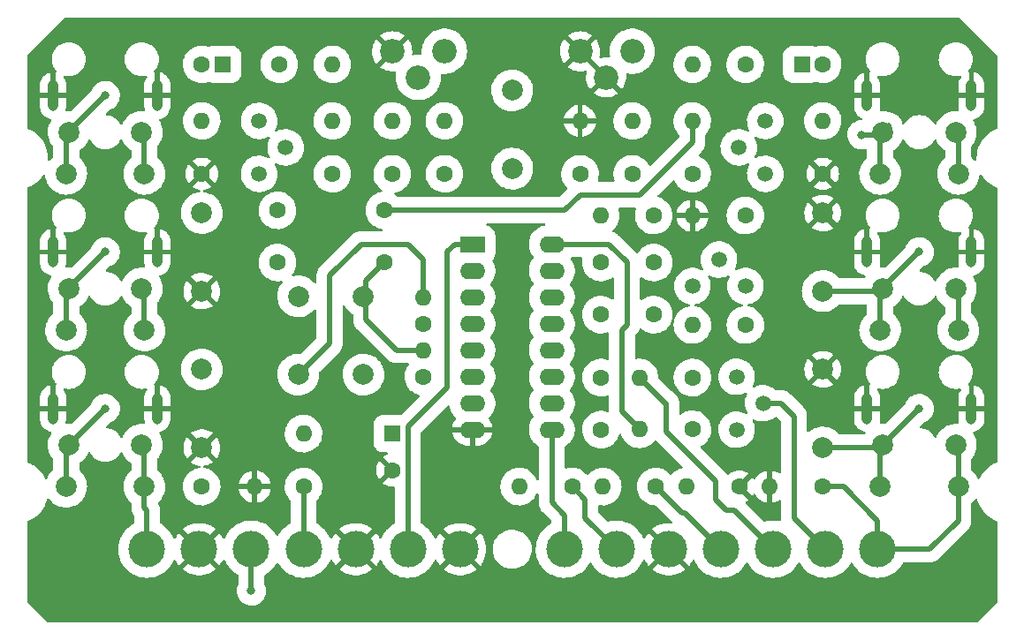
<source format=gbl>
G04 #@! TF.GenerationSoftware,KiCad,Pcbnew,(6.0.10)*
G04 #@! TF.CreationDate,2023-06-11T02:10:43+02:00*
G04 #@! TF.ProjectId,Stereo-Decoder-Modul,53746572-656f-42d4-9465-636f6465722d,rev?*
G04 #@! TF.SameCoordinates,Original*
G04 #@! TF.FileFunction,Copper,L2,Bot*
G04 #@! TF.FilePolarity,Positive*
%FSLAX46Y46*%
G04 Gerber Fmt 4.6, Leading zero omitted, Abs format (unit mm)*
G04 Created by KiCad (PCBNEW (6.0.10)) date 2023-06-11 02:10:43*
%MOMM*%
%LPD*%
G01*
G04 APERTURE LIST*
G04 #@! TA.AperFunction,ComponentPad*
%ADD10C,1.600000*%
G04 #@! TD*
G04 #@! TA.AperFunction,ComponentPad*
%ADD11O,1.600000X1.600000*%
G04 #@! TD*
G04 #@! TA.AperFunction,ComponentPad*
%ADD12C,3.500000*%
G04 #@! TD*
G04 #@! TA.AperFunction,ComponentPad*
%ADD13C,2.000000*%
G04 #@! TD*
G04 #@! TA.AperFunction,ComponentPad*
%ADD14O,1.000000X3.000000*%
G04 #@! TD*
G04 #@! TA.AperFunction,ComponentPad*
%ADD15R,1.600000X1.600000*%
G04 #@! TD*
G04 #@! TA.AperFunction,ComponentPad*
%ADD16C,1.500000*%
G04 #@! TD*
G04 #@! TA.AperFunction,ComponentPad*
%ADD17R,2.400000X1.600000*%
G04 #@! TD*
G04 #@! TA.AperFunction,ComponentPad*
%ADD18O,2.400000X1.600000*%
G04 #@! TD*
G04 #@! TA.AperFunction,ComponentPad*
%ADD19C,2.340000*%
G04 #@! TD*
G04 #@! TA.AperFunction,ViaPad*
%ADD20C,0.800000*%
G04 #@! TD*
G04 #@! TA.AperFunction,Conductor*
%ADD21C,0.500000*%
G04 #@! TD*
G04 APERTURE END LIST*
D10*
X99000000Y-60750000D03*
D11*
X99000000Y-55670000D03*
D12*
X127500000Y-96750000D03*
X122500000Y-96750000D03*
X117500000Y-96750000D03*
X112500000Y-96750000D03*
X107500000Y-96750000D03*
X102500000Y-96750000D03*
X97500000Y-96750000D03*
X87500000Y-96750000D03*
X82500000Y-96750000D03*
X77500000Y-96750000D03*
X72500000Y-96750000D03*
X67500000Y-96750000D03*
X62500000Y-96750000D03*
X57500000Y-96750000D03*
D10*
X84000000Y-75120000D03*
D11*
X84000000Y-72580000D03*
D10*
X109765000Y-80280000D03*
D11*
X104685000Y-80280000D03*
D10*
X80250000Y-69250000D03*
X80250000Y-64250000D03*
X62750000Y-90750000D03*
D11*
X67830000Y-90750000D03*
D10*
X86000000Y-60750000D03*
D11*
X86000000Y-55670000D03*
D13*
X72000000Y-80000000D03*
X72000000Y-72500000D03*
X128000000Y-71750000D03*
X135000000Y-71750000D03*
D14*
X136500000Y-68250000D03*
X126500000Y-68250000D03*
D10*
X75250000Y-60750000D03*
D11*
X75250000Y-55670000D03*
D10*
X114830000Y-50250000D03*
D11*
X109750000Y-50250000D03*
D10*
X114250000Y-90750000D03*
D11*
X109170000Y-90750000D03*
D10*
X106250000Y-90750000D03*
D11*
X101170000Y-90750000D03*
D15*
X120250000Y-50250000D03*
D10*
X122250000Y-50250000D03*
D13*
X62750000Y-79500000D03*
X62750000Y-87000000D03*
D10*
X81000000Y-60750000D03*
D11*
X81000000Y-55670000D03*
D16*
X114000000Y-80210000D03*
X116540000Y-82750000D03*
X114000000Y-85290000D03*
D13*
X127750000Y-75750000D03*
X135250000Y-75750000D03*
D10*
X109765000Y-85250000D03*
D11*
X104685000Y-85250000D03*
D13*
X127750000Y-90750000D03*
X135250000Y-90750000D03*
D17*
X88675000Y-67500000D03*
D18*
X88675000Y-70040000D03*
X88675000Y-72580000D03*
X88675000Y-75120000D03*
X88675000Y-77660000D03*
X88675000Y-80200000D03*
X88675000Y-82740000D03*
X88675000Y-85280000D03*
X96295000Y-85280000D03*
X96295000Y-82740000D03*
X96295000Y-80200000D03*
X96295000Y-77660000D03*
X96295000Y-75120000D03*
X96295000Y-72580000D03*
X96295000Y-70040000D03*
X96295000Y-67500000D03*
D13*
X122250000Y-87000000D03*
X122250000Y-79500000D03*
D19*
X104000000Y-49000000D03*
X101500000Y-51500000D03*
X99000000Y-49000000D03*
D10*
X62750000Y-60750000D03*
D11*
X62750000Y-55670000D03*
D10*
X72500000Y-90750000D03*
D11*
X72500000Y-85670000D03*
D13*
X128000000Y-86750000D03*
X135000000Y-86750000D03*
D14*
X136500000Y-83250000D03*
X126500000Y-83250000D03*
D16*
X68250000Y-55670000D03*
X70790000Y-58210000D03*
X68250000Y-60750000D03*
D10*
X109750000Y-60750000D03*
D11*
X109750000Y-55670000D03*
D10*
X98250000Y-90750000D03*
D11*
X93170000Y-90750000D03*
D10*
X70000000Y-69250000D03*
X70000000Y-64250000D03*
D15*
X81000000Y-85670000D03*
D10*
X81000000Y-89170000D03*
D13*
X50000000Y-56750000D03*
X57000000Y-56750000D03*
D14*
X58500000Y-53250000D03*
X48500000Y-53250000D03*
D13*
X127750000Y-60750000D03*
X135250000Y-60750000D03*
X128000000Y-56750000D03*
X135000000Y-56750000D03*
D14*
X126500000Y-53250000D03*
X136500000Y-53250000D03*
D10*
X106065000Y-69250000D03*
X106065000Y-74250000D03*
D13*
X49750000Y-75750000D03*
X57250000Y-75750000D03*
D10*
X106065000Y-64750000D03*
D11*
X100985000Y-64750000D03*
D19*
X86000000Y-49000000D03*
X83500000Y-51500000D03*
X81000000Y-49000000D03*
D10*
X101000000Y-74250000D03*
X101000000Y-69250000D03*
X122250000Y-60750000D03*
D11*
X122250000Y-55670000D03*
D10*
X114845000Y-75250000D03*
D11*
X109765000Y-75250000D03*
D13*
X62750000Y-64500000D03*
X62750000Y-72000000D03*
D15*
X64750000Y-50250000D03*
D10*
X62750000Y-50250000D03*
X101000000Y-85280000D03*
X101000000Y-80280000D03*
D13*
X92500000Y-60250000D03*
X92500000Y-52750000D03*
D10*
X114845000Y-64750000D03*
D11*
X109765000Y-64750000D03*
D13*
X49750000Y-90750000D03*
X57250000Y-90750000D03*
D16*
X116750000Y-60750000D03*
X114210000Y-58210000D03*
X116750000Y-55670000D03*
D13*
X50000000Y-71750000D03*
X57000000Y-71750000D03*
D14*
X58500000Y-68250000D03*
X48500000Y-68250000D03*
D10*
X122250000Y-90750000D03*
D11*
X117170000Y-90750000D03*
D10*
X84000000Y-80200000D03*
D11*
X84000000Y-77660000D03*
D16*
X109765000Y-71520000D03*
X112305000Y-68980000D03*
X114845000Y-71520000D03*
D10*
X104000000Y-60750000D03*
D11*
X104000000Y-55670000D03*
D10*
X70170000Y-50250000D03*
D11*
X75250000Y-50250000D03*
D13*
X122250000Y-72000000D03*
X122250000Y-64500000D03*
X78250000Y-72500000D03*
X78250000Y-80000000D03*
X50000000Y-86750000D03*
X57000000Y-86750000D03*
D14*
X48500000Y-83250000D03*
X58500000Y-83250000D03*
D13*
X49750000Y-60750000D03*
X57250000Y-60750000D03*
D20*
X53500000Y-53250000D03*
X126000000Y-57000000D03*
X53500000Y-68250000D03*
X67500000Y-100750000D03*
X53500000Y-83250000D03*
X131500000Y-68250000D03*
X131500000Y-83250000D03*
D21*
X96295000Y-85280000D02*
X96295000Y-92295000D01*
X96295000Y-92295000D02*
X97500000Y-93500000D01*
X97500000Y-93500000D02*
X97500000Y-96750000D01*
X109750000Y-57750000D02*
X109750000Y-55670000D01*
X80250000Y-64250000D02*
X97500000Y-64250000D01*
X97500000Y-64250000D02*
X99000000Y-62750000D01*
X104750000Y-62750000D02*
X109750000Y-57750000D01*
X99000000Y-62750000D02*
X104750000Y-62750000D01*
X78700000Y-80200000D02*
X78500000Y-80000000D01*
X49750000Y-60750000D02*
X49750000Y-57000000D01*
X50625000Y-56125000D02*
X53500000Y-53250000D01*
X49750000Y-57000000D02*
X50625000Y-56125000D01*
X78000000Y-67500000D02*
X75000000Y-70500000D01*
X82500000Y-67500000D02*
X78000000Y-67500000D01*
X75000000Y-70500000D02*
X75000000Y-77000000D01*
X84000000Y-69000000D02*
X82500000Y-67500000D01*
X84000000Y-72580000D02*
X84000000Y-69000000D01*
X75000000Y-77000000D02*
X72000000Y-80000000D01*
X101750000Y-67500000D02*
X96295000Y-67500000D01*
X104685000Y-85250000D02*
X103000000Y-83565000D01*
X103500000Y-69250000D02*
X101750000Y-67500000D01*
X103000000Y-83565000D02*
X103000000Y-75750000D01*
X103500000Y-75250000D02*
X103500000Y-69250000D01*
X103000000Y-75750000D02*
X103500000Y-75250000D01*
X127750000Y-60750000D02*
X127750000Y-57000000D01*
X126000000Y-57000000D02*
X127750000Y-57000000D01*
X127750000Y-57000000D02*
X128625000Y-56125000D01*
X107250000Y-85500000D02*
X107250000Y-82750000D01*
X113750000Y-93000000D02*
X113000000Y-93000000D01*
X107155000Y-82750000D02*
X104685000Y-80280000D01*
X113000000Y-93000000D02*
X112000000Y-92000000D01*
X112000000Y-92000000D02*
X112000000Y-90250000D01*
X117500000Y-96750000D02*
X113750000Y-93000000D01*
X112000000Y-90250000D02*
X107250000Y-85500000D01*
X107250000Y-82750000D02*
X107155000Y-82750000D01*
X106250000Y-90750000D02*
X108750000Y-93250000D01*
X108750000Y-93250000D02*
X109000000Y-93250000D01*
X112500000Y-96750000D02*
X109000000Y-93250000D01*
X57250000Y-60750000D02*
X57250000Y-57000000D01*
X50625000Y-71125000D02*
X53500000Y-68250000D01*
X49750000Y-75750000D02*
X49750000Y-72000000D01*
X49750000Y-72000000D02*
X50625000Y-71125000D01*
X72500000Y-96750000D02*
X72500000Y-90750000D01*
X67500000Y-96750000D02*
X67500000Y-100750000D01*
X118250000Y-82750000D02*
X116540000Y-82750000D01*
X122500000Y-96750000D02*
X119500000Y-93750000D01*
X119500000Y-84000000D02*
X118250000Y-82750000D01*
X119500000Y-93750000D02*
X119500000Y-84000000D01*
X57250000Y-90750000D02*
X57250000Y-87000000D01*
X57250000Y-92750000D02*
X57500000Y-93000000D01*
X57250000Y-90750000D02*
X57250000Y-92750000D01*
X57500000Y-96750000D02*
X57500000Y-93000000D01*
X132500000Y-96750000D02*
X135250000Y-94000000D01*
X127500000Y-96750000D02*
X132500000Y-96750000D01*
X124250000Y-90750000D02*
X122250000Y-90750000D01*
X127500000Y-96750000D02*
X127500000Y-94000000D01*
X135250000Y-94000000D02*
X135250000Y-90750000D01*
X127500000Y-94000000D02*
X124250000Y-90750000D01*
X135250000Y-90750000D02*
X135250000Y-87000000D01*
X99500000Y-92000000D02*
X99500000Y-93750000D01*
X98250000Y-90750000D02*
X99500000Y-92000000D01*
X99500000Y-93750000D02*
X102500000Y-96750000D01*
X78500000Y-74750000D02*
X78500000Y-72500000D01*
X78500000Y-71000000D02*
X80250000Y-69250000D01*
X78500000Y-72500000D02*
X78500000Y-71000000D01*
X84000000Y-77660000D02*
X81410000Y-77660000D01*
X81410000Y-77660000D02*
X78500000Y-74750000D01*
X49750000Y-87000000D02*
X50625000Y-86125000D01*
X49750000Y-90750000D02*
X49750000Y-87000000D01*
X50625000Y-86125000D02*
X53500000Y-83250000D01*
X57250000Y-75750000D02*
X57250000Y-72000000D01*
X128625000Y-71125000D02*
X131500000Y-68250000D01*
X135250000Y-60750000D02*
X135250000Y-57000000D01*
X127750000Y-75750000D02*
X127750000Y-72000000D01*
X127750000Y-72000000D02*
X128625000Y-71125000D01*
X122250000Y-72000000D02*
X127750000Y-72000000D01*
X135250000Y-75750000D02*
X135250000Y-72000000D01*
X127750000Y-87000000D02*
X128625000Y-86125000D01*
X128625000Y-86125000D02*
X131500000Y-83250000D01*
X135250000Y-72000000D02*
X135000000Y-71750000D01*
X127750000Y-90750000D02*
X127750000Y-87000000D01*
X122250000Y-87000000D02*
X127750000Y-87000000D01*
X82500000Y-96750000D02*
X82500000Y-85000000D01*
X86250000Y-81250000D02*
X86250000Y-68250000D01*
X82500000Y-85000000D02*
X86250000Y-81250000D01*
X86250000Y-68250000D02*
X87000000Y-67500000D01*
X87000000Y-67500000D02*
X88675000Y-67500000D01*
G04 #@! TA.AperFunction,Conductor*
G36*
X135354933Y-45771795D02*
G01*
X135368237Y-45783158D01*
X138966842Y-49381763D01*
X138998127Y-49443163D01*
X138999500Y-49460605D01*
X138999500Y-56342200D01*
X138978205Y-56407738D01*
X138930670Y-56445213D01*
X138696080Y-56542383D01*
X138693345Y-56543894D01*
X138693342Y-56543896D01*
X138567983Y-56613180D01*
X138401122Y-56705401D01*
X138126271Y-56900418D01*
X137874983Y-57124983D01*
X137650418Y-57376271D01*
X137455401Y-57651122D01*
X137453885Y-57653865D01*
X137300226Y-57931890D01*
X137292383Y-57946080D01*
X137241417Y-58069123D01*
X137164968Y-58253687D01*
X137163415Y-58257436D01*
X137162548Y-58260444D01*
X137162547Y-58260448D01*
X137071613Y-58576089D01*
X137070119Y-58581274D01*
X137065191Y-58610279D01*
X137031192Y-58810385D01*
X137013668Y-58913521D01*
X136994772Y-59250000D01*
X136994947Y-59253116D01*
X137003904Y-59412619D01*
X136986317Y-59479248D01*
X136932926Y-59522815D01*
X136864123Y-59526679D01*
X136802891Y-59485115D01*
X136777422Y-59450633D01*
X136777417Y-59450627D01*
X136775078Y-59447460D01*
X136749216Y-59421188D01*
X136579104Y-59248384D01*
X136576334Y-59245570D01*
X136544353Y-59221163D01*
X136505175Y-59164475D01*
X136500500Y-59132528D01*
X136500500Y-58114728D01*
X136521795Y-58049190D01*
X136526649Y-58042983D01*
X136556987Y-58006892D01*
X136622573Y-57928868D01*
X136686679Y-57826077D01*
X136770402Y-57691832D01*
X136770404Y-57691828D01*
X136772489Y-57688485D01*
X136887040Y-57429376D01*
X136963939Y-57156712D01*
X136964879Y-57149719D01*
X137001275Y-56878743D01*
X137001276Y-56878735D01*
X137001652Y-56875933D01*
X137005610Y-56750000D01*
X137005409Y-56747159D01*
X136985880Y-56471341D01*
X136985879Y-56471335D01*
X136985601Y-56467407D01*
X136984281Y-56461272D01*
X136926806Y-56194311D01*
X136926804Y-56194306D01*
X136925975Y-56190453D01*
X136835928Y-55946370D01*
X136829287Y-55928368D01*
X136829286Y-55928366D01*
X136827920Y-55924663D01*
X136803714Y-55879801D01*
X136695267Y-55678812D01*
X136695263Y-55678806D01*
X136693393Y-55675340D01*
X136691052Y-55672171D01*
X136691046Y-55672161D01*
X136678589Y-55655296D01*
X136656779Y-55589928D01*
X136677558Y-55524224D01*
X136732988Y-55483282D01*
X136754887Y-55478358D01*
X136756009Y-55478222D01*
X136765690Y-55476165D01*
X136969459Y-55413478D01*
X136978625Y-55409737D01*
X137168079Y-55311952D01*
X137176430Y-55306652D01*
X137345574Y-55176864D01*
X137352858Y-55170166D01*
X137496343Y-55012477D01*
X137502326Y-55004594D01*
X137615620Y-54823991D01*
X137620113Y-54815173D01*
X137699635Y-54617354D01*
X137702493Y-54607887D01*
X137745903Y-54398263D01*
X137746970Y-54390165D01*
X137749907Y-54339228D01*
X137750000Y-54335997D01*
X137750000Y-53517661D01*
X137745357Y-53503372D01*
X137740716Y-53500000D01*
X135267661Y-53500000D01*
X135253372Y-53504643D01*
X135250000Y-53509284D01*
X135250000Y-54304124D01*
X135250220Y-54309077D01*
X135264342Y-54467311D01*
X135266092Y-54477038D01*
X135304555Y-54617632D01*
X135301309Y-54686466D01*
X135258223Y-54740246D01*
X135187386Y-54758138D01*
X135031503Y-54744637D01*
X135027577Y-54744853D01*
X135027574Y-54744853D01*
X134925963Y-54750445D01*
X134748630Y-54760205D01*
X134744771Y-54760973D01*
X134744768Y-54760973D01*
X134609702Y-54787839D01*
X134470774Y-54815474D01*
X134467061Y-54816778D01*
X134467057Y-54816779D01*
X134371609Y-54850298D01*
X134203476Y-54909342D01*
X133952072Y-55039936D01*
X133948874Y-55042221D01*
X133948868Y-55042225D01*
X133726749Y-55200954D01*
X133721576Y-55204651D01*
X133718728Y-55207368D01*
X133718723Y-55207372D01*
X133532661Y-55384866D01*
X133516588Y-55400199D01*
X133514149Y-55403292D01*
X133514147Y-55403295D01*
X133455373Y-55477850D01*
X133341199Y-55622680D01*
X133198907Y-55867654D01*
X133164569Y-55952431D01*
X133149278Y-55990183D01*
X133104937Y-56042933D01*
X133038058Y-56059546D01*
X132974188Y-56033676D01*
X132950864Y-56006583D01*
X132821413Y-55795338D01*
X132819123Y-55791601D01*
X132804699Y-55774712D01*
X132655801Y-55600375D01*
X132652956Y-55597044D01*
X132644624Y-55589928D01*
X132461734Y-55433725D01*
X132461731Y-55433723D01*
X132458399Y-55430877D01*
X132369512Y-55376407D01*
X132243977Y-55299479D01*
X132243975Y-55299478D01*
X132240243Y-55297191D01*
X132236204Y-55295518D01*
X132236200Y-55295516D01*
X132029120Y-55209741D01*
X132003860Y-55199278D01*
X131755070Y-55139548D01*
X131750707Y-55139205D01*
X131750703Y-55139204D01*
X131566054Y-55124672D01*
X131566043Y-55124672D01*
X131563863Y-55124500D01*
X131436137Y-55124500D01*
X131433957Y-55124672D01*
X131433946Y-55124672D01*
X131249297Y-55139204D01*
X131249293Y-55139205D01*
X131244930Y-55139548D01*
X130996140Y-55199278D01*
X130970880Y-55209741D01*
X130763800Y-55295516D01*
X130763796Y-55295518D01*
X130759757Y-55297191D01*
X130756025Y-55299478D01*
X130756023Y-55299479D01*
X130630488Y-55376407D01*
X130541601Y-55430877D01*
X130538269Y-55433723D01*
X130538266Y-55433725D01*
X130355376Y-55589928D01*
X130347044Y-55597044D01*
X130344199Y-55600375D01*
X130195302Y-55774712D01*
X130180877Y-55791601D01*
X130178587Y-55795338D01*
X130067558Y-55976520D01*
X130015158Y-56021274D01*
X129946460Y-56026680D01*
X129887704Y-55990674D01*
X129863075Y-55939727D01*
X129861027Y-55929284D01*
X129830701Y-55774712D01*
X129827795Y-55767257D01*
X129751420Y-55571366D01*
X129751419Y-55571364D01*
X129749615Y-55566737D01*
X129632981Y-55376407D01*
X129516409Y-55245570D01*
X129487790Y-55213449D01*
X129487788Y-55213447D01*
X129484486Y-55209741D01*
X129475072Y-55202359D01*
X129345944Y-55101110D01*
X129308824Y-55072004D01*
X129297572Y-55066046D01*
X129115932Y-54969872D01*
X129111547Y-54967550D01*
X128898891Y-54899684D01*
X128704554Y-54874098D01*
X128678884Y-54867543D01*
X128625174Y-54846764D01*
X128593414Y-54834477D01*
X128593411Y-54834476D01*
X128589730Y-54833052D01*
X128512596Y-54815173D01*
X128317591Y-54769973D01*
X128313747Y-54769082D01*
X128031503Y-54744637D01*
X128027577Y-54744853D01*
X128027573Y-54744853D01*
X127813799Y-54756618D01*
X127747190Y-54738956D01*
X127703683Y-54685516D01*
X127700931Y-54613057D01*
X127702495Y-54607876D01*
X127745903Y-54398263D01*
X127746970Y-54390165D01*
X127749907Y-54339228D01*
X127750000Y-54335997D01*
X127750000Y-53517661D01*
X127745357Y-53503372D01*
X127740716Y-53500000D01*
X125267661Y-53500000D01*
X125253372Y-53504643D01*
X125250000Y-53509284D01*
X125250000Y-54304124D01*
X125250220Y-54309077D01*
X125264342Y-54467311D01*
X125266092Y-54477038D01*
X125322350Y-54682680D01*
X125325803Y-54691965D01*
X125417584Y-54884387D01*
X125422624Y-54892909D01*
X125547035Y-55066046D01*
X125553497Y-55073532D01*
X125706605Y-55221904D01*
X125714289Y-55228127D01*
X125891250Y-55347039D01*
X125899924Y-55351808D01*
X125975233Y-55384866D01*
X126026684Y-55430708D01*
X126041364Y-55498037D01*
X126013665Y-55561135D01*
X125954167Y-55595903D01*
X125929053Y-55598454D01*
X125901971Y-55598123D01*
X125674325Y-55632958D01*
X125669966Y-55634383D01*
X125669965Y-55634383D01*
X125459780Y-55703082D01*
X125459777Y-55703083D01*
X125455424Y-55704506D01*
X125451369Y-55706617D01*
X125451364Y-55706619D01*
X125255202Y-55808735D01*
X125251149Y-55810845D01*
X125145669Y-55890041D01*
X125082245Y-55937661D01*
X125066984Y-55949119D01*
X124907877Y-56115616D01*
X124887018Y-56146194D01*
X124788024Y-56291314D01*
X124778099Y-56305863D01*
X124681136Y-56514752D01*
X124679916Y-56519153D01*
X124679914Y-56519157D01*
X124667311Y-56564603D01*
X124619592Y-56736673D01*
X124619106Y-56741221D01*
X124595673Y-56960485D01*
X124595119Y-56965665D01*
X124599575Y-57042950D01*
X124608091Y-57190629D01*
X124608376Y-57195580D01*
X124609382Y-57200042D01*
X124609382Y-57200045D01*
X124657453Y-57413352D01*
X124659006Y-57420242D01*
X124660727Y-57424480D01*
X124743926Y-57629376D01*
X124743929Y-57629381D01*
X124745649Y-57633618D01*
X124748042Y-57637523D01*
X124862170Y-57823762D01*
X124865979Y-57829978D01*
X125016763Y-58004048D01*
X125193953Y-58151154D01*
X125392790Y-58267345D01*
X125490442Y-58304635D01*
X125603657Y-58347868D01*
X125603660Y-58347869D01*
X125607934Y-58349501D01*
X125612416Y-58350413D01*
X125612420Y-58350414D01*
X125829124Y-58394502D01*
X125833607Y-58395414D01*
X125838178Y-58395582D01*
X125838181Y-58395582D01*
X125941831Y-58399382D01*
X126063749Y-58403853D01*
X126292178Y-58374591D01*
X126296562Y-58373276D01*
X126296570Y-58373274D01*
X126355960Y-58355456D01*
X126424853Y-58357019D01*
X126479669Y-58398779D01*
X126499500Y-58462253D01*
X126499500Y-59130281D01*
X126478205Y-59195819D01*
X126464963Y-59210959D01*
X126269441Y-59397477D01*
X126266588Y-59400199D01*
X126264149Y-59403292D01*
X126264147Y-59403295D01*
X126194795Y-59491269D01*
X126091199Y-59622680D01*
X125948907Y-59867654D01*
X125842552Y-60130232D01*
X125774255Y-60405177D01*
X125773852Y-60409107D01*
X125773852Y-60409109D01*
X125748096Y-60660498D01*
X125745380Y-60687002D01*
X125747597Y-60743435D01*
X125755553Y-60945919D01*
X125756502Y-60970084D01*
X125757210Y-60973960D01*
X125757210Y-60973961D01*
X125806691Y-61244896D01*
X125806693Y-61244904D01*
X125807400Y-61248775D01*
X125808647Y-61252511D01*
X125808648Y-61252517D01*
X125866388Y-61425585D01*
X125897058Y-61517514D01*
X126023687Y-61770939D01*
X126041087Y-61796115D01*
X126182408Y-62000588D01*
X126184761Y-62003993D01*
X126377065Y-62212027D01*
X126380114Y-62214509D01*
X126380119Y-62214514D01*
X126573336Y-62371816D01*
X126596764Y-62390889D01*
X126767487Y-62493673D01*
X126820793Y-62525766D01*
X126839472Y-62537012D01*
X126843104Y-62538550D01*
X126843108Y-62538552D01*
X126928384Y-62574661D01*
X127100348Y-62647478D01*
X127188424Y-62670831D01*
X127370376Y-62719075D01*
X127370379Y-62719076D01*
X127374186Y-62720085D01*
X127540181Y-62739732D01*
X127651609Y-62752921D01*
X127651613Y-62752921D01*
X127655523Y-62753384D01*
X127787974Y-62750262D01*
X127934807Y-62746802D01*
X127934810Y-62746802D01*
X127938745Y-62746709D01*
X127942622Y-62746064D01*
X127942629Y-62746063D01*
X128214313Y-62700842D01*
X128218200Y-62700195D01*
X128221951Y-62699009D01*
X128221958Y-62699007D01*
X128484558Y-62615957D01*
X128484560Y-62615956D01*
X128488314Y-62614769D01*
X128743697Y-62492136D01*
X128979253Y-62334743D01*
X128989506Y-62325560D01*
X129187347Y-62148358D01*
X129187348Y-62148357D01*
X129190281Y-62145730D01*
X129197615Y-62137006D01*
X129243926Y-62081912D01*
X129372573Y-61928868D01*
X129446991Y-61809543D01*
X129520402Y-61691832D01*
X129520404Y-61691828D01*
X129522489Y-61688485D01*
X129637040Y-61429376D01*
X129713939Y-61156712D01*
X129715529Y-61144880D01*
X129751275Y-60878743D01*
X129751276Y-60878735D01*
X129751652Y-60875933D01*
X129755610Y-60750000D01*
X129752556Y-60706868D01*
X129735880Y-60471341D01*
X129735879Y-60471335D01*
X129735601Y-60467407D01*
X129731703Y-60449298D01*
X129676806Y-60194311D01*
X129676804Y-60194306D01*
X129675975Y-60190453D01*
X129597059Y-59976542D01*
X129579287Y-59928368D01*
X129579286Y-59928366D01*
X129577920Y-59924663D01*
X129556296Y-59884587D01*
X129445267Y-59678812D01*
X129445263Y-59678806D01*
X129443393Y-59675340D01*
X129411626Y-59632330D01*
X129285851Y-59462046D01*
X129275078Y-59447460D01*
X129249216Y-59421188D01*
X129079104Y-59248384D01*
X129076334Y-59245570D01*
X129044353Y-59221163D01*
X129005175Y-59164475D01*
X129000500Y-59132528D01*
X129000500Y-58547188D01*
X129021795Y-58481650D01*
X129050054Y-58454479D01*
X129056250Y-58450339D01*
X129229253Y-58334743D01*
X129269108Y-58299046D01*
X129437347Y-58148358D01*
X129437348Y-58148357D01*
X129440281Y-58145730D01*
X129447288Y-58137395D01*
X129514584Y-58057336D01*
X129622573Y-57928868D01*
X129686679Y-57826077D01*
X129770402Y-57691832D01*
X129770404Y-57691828D01*
X129772489Y-57688485D01*
X129796326Y-57634566D01*
X129852562Y-57507364D01*
X129898539Y-57456033D01*
X129965906Y-57441530D01*
X130028932Y-57469394D01*
X130049610Y-57494191D01*
X130176223Y-57700805D01*
X130180877Y-57708399D01*
X130183723Y-57711731D01*
X130183725Y-57711734D01*
X130339660Y-57894310D01*
X130347044Y-57902956D01*
X130350375Y-57905801D01*
X130533546Y-58062243D01*
X130541601Y-58069123D01*
X130545338Y-58071413D01*
X130742352Y-58192143D01*
X130759757Y-58202809D01*
X130763796Y-58204482D01*
X130763800Y-58204484D01*
X130938814Y-58276977D01*
X130996140Y-58300722D01*
X131244930Y-58360452D01*
X131249293Y-58360795D01*
X131249297Y-58360796D01*
X131433946Y-58375328D01*
X131433957Y-58375328D01*
X131436137Y-58375500D01*
X131563863Y-58375500D01*
X131566043Y-58375328D01*
X131566054Y-58375328D01*
X131750703Y-58360796D01*
X131750707Y-58360795D01*
X131755070Y-58360452D01*
X132003860Y-58300722D01*
X132061186Y-58276977D01*
X132236200Y-58204484D01*
X132236204Y-58204482D01*
X132240243Y-58202809D01*
X132257649Y-58192143D01*
X132454662Y-58071413D01*
X132458399Y-58069123D01*
X132466455Y-58062243D01*
X132649625Y-57905801D01*
X132652956Y-57902956D01*
X132660340Y-57894310D01*
X132816275Y-57711734D01*
X132816277Y-57711731D01*
X132819123Y-57708399D01*
X132854222Y-57651122D01*
X132947815Y-57498393D01*
X133000215Y-57453639D01*
X133068913Y-57448233D01*
X133127669Y-57484239D01*
X133145860Y-57513922D01*
X133147058Y-57517514D01*
X133273687Y-57770939D01*
X133275925Y-57774177D01*
X133363689Y-57901160D01*
X133434761Y-58003993D01*
X133627065Y-58212027D01*
X133630114Y-58214509D01*
X133630119Y-58214514D01*
X133827650Y-58375328D01*
X133846764Y-58390889D01*
X133923681Y-58437197D01*
X133945510Y-58450339D01*
X133990674Y-58502386D01*
X133999500Y-58545863D01*
X133999500Y-59130281D01*
X133978205Y-59195819D01*
X133964963Y-59210959D01*
X133769441Y-59397477D01*
X133766588Y-59400199D01*
X133764149Y-59403292D01*
X133764147Y-59403295D01*
X133694795Y-59491269D01*
X133591199Y-59622680D01*
X133448907Y-59867654D01*
X133342552Y-60130232D01*
X133274255Y-60405177D01*
X133273852Y-60409107D01*
X133273852Y-60409109D01*
X133248096Y-60660498D01*
X133245380Y-60687002D01*
X133247597Y-60743435D01*
X133255553Y-60945919D01*
X133256502Y-60970084D01*
X133257210Y-60973960D01*
X133257210Y-60973961D01*
X133306691Y-61244896D01*
X133306693Y-61244904D01*
X133307400Y-61248775D01*
X133308647Y-61252511D01*
X133308648Y-61252517D01*
X133366388Y-61425585D01*
X133397058Y-61517514D01*
X133523687Y-61770939D01*
X133541087Y-61796115D01*
X133682408Y-62000588D01*
X133684761Y-62003993D01*
X133877065Y-62212027D01*
X133880114Y-62214509D01*
X133880119Y-62214514D01*
X134073336Y-62371816D01*
X134096764Y-62390889D01*
X134267487Y-62493673D01*
X134320793Y-62525766D01*
X134339472Y-62537012D01*
X134343104Y-62538550D01*
X134343108Y-62538552D01*
X134428384Y-62574661D01*
X134600348Y-62647478D01*
X134688424Y-62670831D01*
X134870376Y-62719075D01*
X134870379Y-62719076D01*
X134874186Y-62720085D01*
X135040181Y-62739732D01*
X135151609Y-62752921D01*
X135151613Y-62752921D01*
X135155523Y-62753384D01*
X135287974Y-62750262D01*
X135434807Y-62746802D01*
X135434810Y-62746802D01*
X135438745Y-62746709D01*
X135442622Y-62746064D01*
X135442629Y-62746063D01*
X135714313Y-62700842D01*
X135718200Y-62700195D01*
X135721951Y-62699009D01*
X135721958Y-62699007D01*
X135984558Y-62615957D01*
X135984560Y-62615956D01*
X135988314Y-62614769D01*
X136243697Y-62492136D01*
X136479253Y-62334743D01*
X136489506Y-62325560D01*
X136687347Y-62148358D01*
X136687348Y-62148357D01*
X136690281Y-62145730D01*
X136697615Y-62137006D01*
X136743926Y-62081912D01*
X136872573Y-61928868D01*
X136946991Y-61809543D01*
X137020402Y-61691832D01*
X137020404Y-61691828D01*
X137022489Y-61688485D01*
X137137040Y-61429376D01*
X137213939Y-61156712D01*
X137214634Y-61151539D01*
X137249555Y-60891549D01*
X137279385Y-60829429D01*
X137340031Y-60796706D01*
X137408328Y-60805880D01*
X137454335Y-60846949D01*
X137455401Y-60848878D01*
X137457209Y-60851425D01*
X137457212Y-60851431D01*
X137636379Y-61103943D01*
X137650418Y-61123729D01*
X137874983Y-61375017D01*
X138126271Y-61599582D01*
X138401122Y-61794599D01*
X138403865Y-61796115D01*
X138649531Y-61931890D01*
X138696080Y-61957617D01*
X138891474Y-62038552D01*
X138930669Y-62054787D01*
X138983069Y-62099541D01*
X138999500Y-62157800D01*
X138999500Y-88342200D01*
X138978205Y-88407738D01*
X138930670Y-88445213D01*
X138696080Y-88542383D01*
X138693345Y-88543894D01*
X138693342Y-88543896D01*
X138418345Y-88695882D01*
X138401122Y-88705401D01*
X138126271Y-88900418D01*
X137874983Y-89124983D01*
X137650418Y-89376271D01*
X137455401Y-89651122D01*
X137453885Y-89653865D01*
X137302177Y-89928360D01*
X137292383Y-89946080D01*
X137291188Y-89948965D01*
X137289826Y-89951793D01*
X137288347Y-89951080D01*
X137247433Y-89999024D01*
X137180432Y-90015139D01*
X137116756Y-89988794D01*
X137084527Y-89942573D01*
X137077920Y-89924663D01*
X137053603Y-89879595D01*
X136945267Y-89678812D01*
X136945263Y-89678806D01*
X136943393Y-89675340D01*
X136927532Y-89653865D01*
X136814993Y-89501500D01*
X136775078Y-89447460D01*
X136766142Y-89438382D01*
X136630703Y-89300800D01*
X136576334Y-89245570D01*
X136544353Y-89221163D01*
X136505175Y-89164475D01*
X136500500Y-89132528D01*
X136500500Y-88114728D01*
X136521795Y-88049190D01*
X136526649Y-88042983D01*
X136622573Y-87928868D01*
X136628470Y-87919412D01*
X136770402Y-87691832D01*
X136770404Y-87691828D01*
X136772489Y-87688485D01*
X136887040Y-87429376D01*
X136963939Y-87156712D01*
X136967138Y-87132900D01*
X137001275Y-86878743D01*
X137001276Y-86878735D01*
X137001652Y-86875933D01*
X137005610Y-86750000D01*
X137005409Y-86747159D01*
X136985880Y-86471341D01*
X136985879Y-86471335D01*
X136985601Y-86467407D01*
X136984273Y-86461236D01*
X136926806Y-86194311D01*
X136926804Y-86194306D01*
X136925975Y-86190453D01*
X136859313Y-86009757D01*
X136829287Y-85928368D01*
X136829286Y-85928366D01*
X136827920Y-85924663D01*
X136823282Y-85916068D01*
X136695267Y-85678812D01*
X136695263Y-85678806D01*
X136693393Y-85675340D01*
X136691052Y-85672171D01*
X136691046Y-85672161D01*
X136678589Y-85655296D01*
X136656779Y-85589928D01*
X136677558Y-85524224D01*
X136732988Y-85483282D01*
X136754887Y-85478358D01*
X136756009Y-85478222D01*
X136765690Y-85476165D01*
X136969459Y-85413478D01*
X136978625Y-85409737D01*
X137168079Y-85311952D01*
X137176430Y-85306652D01*
X137345574Y-85176864D01*
X137352858Y-85170166D01*
X137496343Y-85012477D01*
X137502326Y-85004594D01*
X137615620Y-84823991D01*
X137620113Y-84815173D01*
X137699635Y-84617354D01*
X137702493Y-84607887D01*
X137745903Y-84398263D01*
X137746970Y-84390165D01*
X137749907Y-84339228D01*
X137750000Y-84335997D01*
X137750000Y-83517661D01*
X137745357Y-83503372D01*
X137740716Y-83500000D01*
X135267661Y-83500000D01*
X135253372Y-83504643D01*
X135250000Y-83509284D01*
X135250000Y-84304124D01*
X135250220Y-84309077D01*
X135264342Y-84467311D01*
X135266092Y-84477038D01*
X135304555Y-84617632D01*
X135301309Y-84686466D01*
X135258223Y-84740246D01*
X135187386Y-84758138D01*
X135031503Y-84744637D01*
X135027577Y-84744853D01*
X135027574Y-84744853D01*
X134925963Y-84750445D01*
X134748630Y-84760205D01*
X134744771Y-84760973D01*
X134744768Y-84760973D01*
X134665362Y-84776768D01*
X134470774Y-84815474D01*
X134467061Y-84816778D01*
X134467057Y-84816779D01*
X134371609Y-84850298D01*
X134203476Y-84909342D01*
X133952072Y-85039936D01*
X133948874Y-85042221D01*
X133948868Y-85042225D01*
X133726749Y-85200954D01*
X133721576Y-85204651D01*
X133718728Y-85207368D01*
X133718723Y-85207372D01*
X133532903Y-85384635D01*
X133516588Y-85400199D01*
X133514149Y-85403292D01*
X133514147Y-85403295D01*
X133437879Y-85500041D01*
X133341199Y-85622680D01*
X133198907Y-85867654D01*
X133154319Y-85977737D01*
X133149278Y-85990183D01*
X133104937Y-86042933D01*
X133038058Y-86059546D01*
X132974188Y-86033676D01*
X132950864Y-86006583D01*
X132821413Y-85795338D01*
X132819123Y-85791601D01*
X132798332Y-85767257D01*
X132655801Y-85600375D01*
X132652956Y-85597044D01*
X132640440Y-85586354D01*
X132461734Y-85433725D01*
X132461731Y-85433723D01*
X132458399Y-85430877D01*
X132329370Y-85351808D01*
X132243977Y-85299479D01*
X132243975Y-85299478D01*
X132240243Y-85297191D01*
X132236204Y-85295518D01*
X132236200Y-85295516D01*
X132039617Y-85214089D01*
X132003860Y-85199278D01*
X131755070Y-85139548D01*
X131750707Y-85139205D01*
X131750703Y-85139204D01*
X131647485Y-85131081D01*
X131583820Y-85104710D01*
X131547814Y-85045954D01*
X131553220Y-84977256D01*
X131577391Y-84941083D01*
X131917597Y-84600877D01*
X131964398Y-84572922D01*
X131979300Y-84568452D01*
X132008379Y-84559728D01*
X132008383Y-84559727D01*
X132012761Y-84558413D01*
X132016868Y-84556401D01*
X132215468Y-84459108D01*
X132215473Y-84459105D01*
X132219574Y-84457096D01*
X132407062Y-84323363D01*
X132558618Y-84172335D01*
X132566954Y-84164028D01*
X132566955Y-84164026D01*
X132570190Y-84160803D01*
X132704577Y-83973783D01*
X132806615Y-83767325D01*
X132821133Y-83719540D01*
X132872233Y-83551354D01*
X132872234Y-83551349D01*
X132873563Y-83546975D01*
X132877765Y-83515061D01*
X132891430Y-83411256D01*
X132903622Y-83318649D01*
X132905300Y-83250000D01*
X132886430Y-83020478D01*
X132844693Y-82854317D01*
X132831440Y-82801554D01*
X132831439Y-82801551D01*
X132830326Y-82797120D01*
X132738496Y-82585924D01*
X132613405Y-82392563D01*
X132458412Y-82222229D01*
X132277681Y-82079496D01*
X132076065Y-81968198D01*
X131895426Y-81904230D01*
X131863299Y-81892853D01*
X131863297Y-81892853D01*
X131858978Y-81891323D01*
X131854469Y-81890520D01*
X131854466Y-81890519D01*
X131700320Y-81863062D01*
X131632250Y-81850937D01*
X131627676Y-81850881D01*
X131627675Y-81850881D01*
X131548205Y-81849910D01*
X131401971Y-81848123D01*
X131174325Y-81882958D01*
X131169966Y-81884383D01*
X131169965Y-81884383D01*
X130959780Y-81953082D01*
X130959777Y-81953083D01*
X130955424Y-81954506D01*
X130951369Y-81956617D01*
X130951364Y-81956619D01*
X130755202Y-82058735D01*
X130751149Y-82060845D01*
X130685900Y-82109835D01*
X130571891Y-82195435D01*
X130566984Y-82199119D01*
X130407877Y-82365616D01*
X130278099Y-82555863D01*
X130181136Y-82764752D01*
X130179914Y-82769159D01*
X130175305Y-82785778D01*
X130146702Y-82834824D01*
X128257241Y-84724285D01*
X128195841Y-84755570D01*
X128168781Y-84756527D01*
X128031503Y-84744637D01*
X128027577Y-84744853D01*
X128027573Y-84744853D01*
X127813799Y-84756618D01*
X127747190Y-84738956D01*
X127703683Y-84685516D01*
X127700931Y-84613057D01*
X127702495Y-84607876D01*
X127745903Y-84398263D01*
X127746970Y-84390165D01*
X127749907Y-84339228D01*
X127750000Y-84335997D01*
X127750000Y-83517661D01*
X127745357Y-83503372D01*
X127740716Y-83500000D01*
X125267661Y-83500000D01*
X125253372Y-83504643D01*
X125250000Y-83509284D01*
X125250000Y-84304124D01*
X125250220Y-84309077D01*
X125264342Y-84467311D01*
X125266092Y-84477038D01*
X125322350Y-84682680D01*
X125325803Y-84691965D01*
X125417584Y-84884387D01*
X125422624Y-84892909D01*
X125547035Y-85066046D01*
X125553497Y-85073532D01*
X125706605Y-85221904D01*
X125714289Y-85228127D01*
X125891250Y-85347039D01*
X125899925Y-85351808D01*
X126095136Y-85437500D01*
X126104525Y-85440660D01*
X126259432Y-85477850D01*
X126318188Y-85513856D01*
X126344559Y-85577521D01*
X126329818Y-85642272D01*
X126299770Y-85694003D01*
X126248439Y-85739979D01*
X126203355Y-85749500D01*
X123869777Y-85749500D01*
X123804239Y-85728205D01*
X123780091Y-85704247D01*
X123777418Y-85700628D01*
X123777417Y-85700627D01*
X123775078Y-85697460D01*
X123749664Y-85671643D01*
X123594335Y-85513856D01*
X123576334Y-85495570D01*
X123573199Y-85493178D01*
X123573194Y-85493173D01*
X123354262Y-85326089D01*
X123354259Y-85326087D01*
X123351126Y-85323696D01*
X123347688Y-85321771D01*
X123347684Y-85321768D01*
X123216283Y-85248181D01*
X123103947Y-85185270D01*
X123100276Y-85183850D01*
X123100270Y-85183847D01*
X122843414Y-85084477D01*
X122843411Y-85084476D01*
X122839730Y-85083052D01*
X122798659Y-85073532D01*
X122567591Y-85019973D01*
X122563747Y-85019082D01*
X122281503Y-84994637D01*
X122277577Y-84994853D01*
X122277574Y-84994853D01*
X122175963Y-85000445D01*
X121998630Y-85010205D01*
X121994771Y-85010973D01*
X121994768Y-85010973D01*
X121916704Y-85026501D01*
X121720774Y-85065474D01*
X121717061Y-85066778D01*
X121717057Y-85066779D01*
X121619297Y-85101110D01*
X121453476Y-85159342D01*
X121202072Y-85289936D01*
X121198874Y-85292221D01*
X121198868Y-85292225D01*
X120974783Y-85452359D01*
X120971576Y-85454651D01*
X120968728Y-85457368D01*
X120968723Y-85457372D01*
X120938963Y-85485762D01*
X120876843Y-85515592D01*
X120809053Y-85503211D01*
X120761488Y-85453349D01*
X120750500Y-85405084D01*
X120750500Y-84089911D01*
X120751454Y-84075357D01*
X120753805Y-84057500D01*
X120754453Y-84052578D01*
X120750624Y-83971390D01*
X120750500Y-83966137D01*
X120750500Y-83943370D01*
X120748165Y-83917201D01*
X120747850Y-83912573D01*
X120747442Y-83903907D01*
X120743937Y-83829602D01*
X120742827Y-83824755D01*
X120739752Y-83811329D01*
X120737378Y-83796343D01*
X120736152Y-83782601D01*
X120736152Y-83782599D01*
X120735711Y-83777661D01*
X120713786Y-83697517D01*
X120712650Y-83692995D01*
X120695213Y-83616859D01*
X120695213Y-83616858D01*
X120694103Y-83612013D01*
X120686745Y-83594762D01*
X120681757Y-83580440D01*
X120678120Y-83567142D01*
X120678117Y-83567133D01*
X120676808Y-83562349D01*
X120674672Y-83557870D01*
X120674669Y-83557863D01*
X120641037Y-83487353D01*
X120639115Y-83483096D01*
X120608473Y-83411256D01*
X120608472Y-83411254D01*
X120606524Y-83406687D01*
X120603799Y-83402539D01*
X120603796Y-83402533D01*
X120596228Y-83391012D01*
X120588783Y-83377800D01*
X120582848Y-83365357D01*
X120582846Y-83365354D01*
X120580708Y-83360871D01*
X120532229Y-83293406D01*
X120529592Y-83289567D01*
X120486221Y-83223541D01*
X120486213Y-83223530D01*
X120483970Y-83220116D01*
X120465091Y-83198926D01*
X120457795Y-83189819D01*
X120453347Y-83183628D01*
X120453341Y-83183622D01*
X120450448Y-83179595D01*
X120374144Y-83105651D01*
X120372896Y-83104422D01*
X120250813Y-82982339D01*
X125250000Y-82982339D01*
X125254643Y-82996628D01*
X125259284Y-83000000D01*
X126232339Y-83000000D01*
X126246628Y-82995357D01*
X126250000Y-82990716D01*
X126250000Y-81038711D01*
X126245357Y-81024422D01*
X126243468Y-81023049D01*
X126239721Y-81022685D01*
X126234310Y-81023835D01*
X126030541Y-81086522D01*
X126021375Y-81090263D01*
X125831921Y-81188048D01*
X125823570Y-81193348D01*
X125654426Y-81323136D01*
X125647142Y-81329834D01*
X125503657Y-81487523D01*
X125497674Y-81495406D01*
X125384380Y-81676009D01*
X125379887Y-81684827D01*
X125300365Y-81882646D01*
X125297507Y-81892113D01*
X125254097Y-82101737D01*
X125253030Y-82109835D01*
X125250093Y-82160772D01*
X125250000Y-82164003D01*
X125250000Y-82982339D01*
X120250813Y-82982339D01*
X119197816Y-81929342D01*
X119188199Y-81918376D01*
X119177239Y-81904092D01*
X119177230Y-81904082D01*
X119174210Y-81900146D01*
X119114080Y-81845432D01*
X119110279Y-81841805D01*
X119094194Y-81825720D01*
X119092287Y-81824126D01*
X119092281Y-81824120D01*
X119074082Y-81808904D01*
X119070562Y-81805834D01*
X119012777Y-81753253D01*
X119012774Y-81753251D01*
X119009107Y-81749914D01*
X118993213Y-81739943D01*
X118980958Y-81731040D01*
X118966562Y-81719003D01*
X118894369Y-81677825D01*
X118890414Y-81675457D01*
X118820010Y-81631293D01*
X118815403Y-81629441D01*
X118815401Y-81629440D01*
X118811639Y-81627928D01*
X118802603Y-81624296D01*
X118788955Y-81617698D01*
X118772663Y-81608405D01*
X118767982Y-81606747D01*
X118767979Y-81606746D01*
X118694360Y-81580676D01*
X118689993Y-81579026D01*
X118617501Y-81549885D01*
X118617495Y-81549883D01*
X118612895Y-81548034D01*
X118608041Y-81547029D01*
X118608032Y-81547026D01*
X118594527Y-81544229D01*
X118579927Y-81540153D01*
X118566930Y-81535551D01*
X118566927Y-81535550D01*
X118562244Y-81533892D01*
X118480251Y-81520465D01*
X118475678Y-81519618D01*
X118439344Y-81512093D01*
X118398319Y-81503597D01*
X118398316Y-81503597D01*
X118394310Y-81502767D01*
X118390229Y-81502532D01*
X118390224Y-81502531D01*
X118365976Y-81501133D01*
X118354388Y-81499854D01*
X118341954Y-81497818D01*
X118244934Y-81499342D01*
X118235767Y-81499486D01*
X118234016Y-81499500D01*
X117809791Y-81499500D01*
X117744253Y-81478205D01*
X117733393Y-81469213D01*
X117647730Y-81388629D01*
X117647729Y-81388628D01*
X117644714Y-81385792D01*
X117568429Y-81332871D01*
X117434340Y-81239849D01*
X117434333Y-81239845D01*
X117430937Y-81237489D01*
X117197587Y-81122414D01*
X116949792Y-81043094D01*
X116692994Y-81001272D01*
X116527785Y-80999109D01*
X116436970Y-80997920D01*
X116436968Y-80997920D01*
X116432835Y-80997866D01*
X116175030Y-81032952D01*
X116171073Y-81034105D01*
X116171070Y-81034106D01*
X116124747Y-81047608D01*
X115925243Y-81105758D01*
X115921495Y-81107486D01*
X115921492Y-81107487D01*
X115692713Y-81212956D01*
X115692710Y-81212958D01*
X115688961Y-81214686D01*
X115685507Y-81216951D01*
X115681882Y-81218960D01*
X115680761Y-81216937D01*
X115622471Y-81232883D01*
X115558009Y-81208524D01*
X115520176Y-81150928D01*
X115523422Y-81082094D01*
X115533948Y-81061188D01*
X115540442Y-81051092D01*
X115542683Y-81047608D01*
X115544717Y-81043094D01*
X115608035Y-80902533D01*
X121207587Y-80902533D01*
X121207800Y-80903882D01*
X121212465Y-80909368D01*
X121316701Y-80985797D01*
X121323704Y-80990173D01*
X121546574Y-81107430D01*
X121554135Y-81110718D01*
X121791890Y-81193746D01*
X121799864Y-81195882D01*
X122047272Y-81242854D01*
X122055473Y-81243788D01*
X122307110Y-81253676D01*
X122315360Y-81253387D01*
X122565686Y-81225972D01*
X122573810Y-81224467D01*
X122817347Y-81160349D01*
X122825141Y-81157665D01*
X123056519Y-81058257D01*
X123063849Y-81054442D01*
X123277995Y-80921924D01*
X123284658Y-80917083D01*
X123286816Y-80915256D01*
X123294720Y-80902484D01*
X123294463Y-80899036D01*
X123292441Y-80895995D01*
X122262488Y-79866041D01*
X122249102Y-79859221D01*
X122243435Y-79860118D01*
X121214407Y-80889147D01*
X121207587Y-80902533D01*
X115608035Y-80902533D01*
X115618146Y-80880087D01*
X115649544Y-80810385D01*
X115686493Y-80679376D01*
X115697606Y-80639969D01*
X115720168Y-80559972D01*
X115722388Y-80542526D01*
X115743763Y-80374495D01*
X115753002Y-80301871D01*
X115753575Y-80280000D01*
X115755335Y-80212801D01*
X115755335Y-80212794D01*
X115755408Y-80210000D01*
X115753132Y-80179376D01*
X115736433Y-79954663D01*
X115736433Y-79954661D01*
X115736126Y-79950534D01*
X115678705Y-79696768D01*
X115585928Y-79458194D01*
X120495892Y-79458194D01*
X120507976Y-79709740D01*
X120508981Y-79717924D01*
X120558112Y-79964926D01*
X120560315Y-79972868D01*
X120645417Y-80209896D01*
X120648770Y-80217427D01*
X120767964Y-80439260D01*
X120772405Y-80446231D01*
X120837854Y-80533876D01*
X120850122Y-80542547D01*
X120851749Y-80542526D01*
X120857492Y-80538954D01*
X121883959Y-79512488D01*
X121889864Y-79500898D01*
X122609221Y-79500898D01*
X122610118Y-79506565D01*
X123642234Y-80538680D01*
X123655371Y-80545374D01*
X123662729Y-80538720D01*
X123790001Y-80340854D01*
X123793946Y-80333587D01*
X123897370Y-80103994D01*
X123900197Y-80096229D01*
X123968557Y-79853843D01*
X123970198Y-79845780D01*
X123982382Y-79750000D01*
X126369474Y-79750000D01*
X126369818Y-79754371D01*
X126389053Y-79998775D01*
X126389548Y-80005070D01*
X126449278Y-80253860D01*
X126468010Y-80299084D01*
X126528961Y-80446231D01*
X126547191Y-80490243D01*
X126549478Y-80493975D01*
X126549479Y-80493977D01*
X126659605Y-80673687D01*
X126680877Y-80708399D01*
X126683723Y-80711731D01*
X126683725Y-80711734D01*
X126764578Y-80806400D01*
X126797344Y-80844764D01*
X126800396Y-80848338D01*
X126826767Y-80912003D01*
X126810680Y-80979010D01*
X126779371Y-81005751D01*
X126779744Y-81006188D01*
X126753063Y-81028976D01*
X126750000Y-81039837D01*
X126750000Y-82982339D01*
X126754643Y-82996628D01*
X126759284Y-83000000D01*
X127732339Y-83000000D01*
X127746628Y-82995357D01*
X127750000Y-82990716D01*
X127750000Y-82195876D01*
X127749780Y-82190923D01*
X127735658Y-82032689D01*
X127733908Y-82022962D01*
X127677650Y-81817320D01*
X127674197Y-81808035D01*
X127582416Y-81615613D01*
X127577376Y-81607091D01*
X127503221Y-81503894D01*
X127482270Y-81438245D01*
X127503907Y-81372820D01*
X127559868Y-81332607D01*
X127619797Y-81330410D01*
X127630048Y-81332871D01*
X127744930Y-81360452D01*
X127749293Y-81360795D01*
X127749297Y-81360796D01*
X127933946Y-81375328D01*
X127933957Y-81375328D01*
X127936137Y-81375500D01*
X128063863Y-81375500D01*
X128066043Y-81375328D01*
X128066054Y-81375328D01*
X128250703Y-81360796D01*
X128250707Y-81360795D01*
X128255070Y-81360452D01*
X128503860Y-81300722D01*
X128618137Y-81253387D01*
X128736200Y-81204484D01*
X128736204Y-81204482D01*
X128740243Y-81202809D01*
X128755033Y-81193746D01*
X128954662Y-81071413D01*
X128958399Y-81069123D01*
X128969854Y-81059340D01*
X129149625Y-80905801D01*
X129152956Y-80902956D01*
X129232019Y-80810385D01*
X129316275Y-80711734D01*
X129316277Y-80711731D01*
X129319123Y-80708399D01*
X129340395Y-80673687D01*
X129450521Y-80493977D01*
X129450522Y-80493975D01*
X129452809Y-80490243D01*
X129471040Y-80446231D01*
X129531990Y-80299084D01*
X129550722Y-80253860D01*
X129610452Y-80005070D01*
X129610948Y-79998775D01*
X129630182Y-79754371D01*
X129630526Y-79750000D01*
X133369474Y-79750000D01*
X133369818Y-79754371D01*
X133389053Y-79998775D01*
X133389548Y-80005070D01*
X133449278Y-80253860D01*
X133468010Y-80299084D01*
X133528961Y-80446231D01*
X133547191Y-80490243D01*
X133549478Y-80493975D01*
X133549479Y-80493977D01*
X133659605Y-80673687D01*
X133680877Y-80708399D01*
X133683723Y-80711731D01*
X133683725Y-80711734D01*
X133767981Y-80810385D01*
X133847044Y-80902956D01*
X133850375Y-80905801D01*
X134030147Y-81059340D01*
X134041601Y-81069123D01*
X134045338Y-81071413D01*
X134244968Y-81193746D01*
X134259757Y-81202809D01*
X134263796Y-81204482D01*
X134263800Y-81204484D01*
X134381863Y-81253387D01*
X134496140Y-81300722D01*
X134744930Y-81360452D01*
X134749293Y-81360795D01*
X134749297Y-81360796D01*
X134933946Y-81375328D01*
X134933957Y-81375328D01*
X134936137Y-81375500D01*
X135063863Y-81375500D01*
X135066043Y-81375328D01*
X135066054Y-81375328D01*
X135250703Y-81360796D01*
X135250707Y-81360795D01*
X135255070Y-81360452D01*
X135374683Y-81331735D01*
X135443380Y-81337141D01*
X135495780Y-81381895D01*
X135511867Y-81448902D01*
X135495165Y-81499405D01*
X135384380Y-81676009D01*
X135379887Y-81684827D01*
X135300365Y-81882646D01*
X135297507Y-81892113D01*
X135254097Y-82101737D01*
X135253030Y-82109835D01*
X135250093Y-82160772D01*
X135250000Y-82164003D01*
X135250000Y-82982339D01*
X135254643Y-82996628D01*
X135259284Y-83000000D01*
X136232339Y-83000000D01*
X136246628Y-82995357D01*
X136250000Y-82990716D01*
X136250000Y-82982339D01*
X136750000Y-82982339D01*
X136754643Y-82996628D01*
X136759284Y-83000000D01*
X137732339Y-83000000D01*
X137746628Y-82995357D01*
X137750000Y-82990716D01*
X137750000Y-82195876D01*
X137749780Y-82190923D01*
X137735658Y-82032689D01*
X137733908Y-82022962D01*
X137677650Y-81817320D01*
X137674197Y-81808035D01*
X137582416Y-81615613D01*
X137577376Y-81607091D01*
X137452965Y-81433954D01*
X137446503Y-81426468D01*
X137293395Y-81278096D01*
X137285711Y-81271873D01*
X137108750Y-81152961D01*
X137100075Y-81148192D01*
X136904864Y-81062500D01*
X136895475Y-81059340D01*
X136767172Y-81028538D01*
X136752869Y-81029663D01*
X136750000Y-81039837D01*
X136750000Y-82982339D01*
X136250000Y-82982339D01*
X136250000Y-81038711D01*
X136245357Y-81024423D01*
X136221903Y-81007382D01*
X136181399Y-80951632D01*
X136181399Y-80882721D01*
X136202657Y-80844764D01*
X136316275Y-80711734D01*
X136316277Y-80711731D01*
X136319123Y-80708399D01*
X136340395Y-80673687D01*
X136450521Y-80493977D01*
X136450522Y-80493975D01*
X136452809Y-80490243D01*
X136471040Y-80446231D01*
X136531990Y-80299084D01*
X136550722Y-80253860D01*
X136610452Y-80005070D01*
X136610948Y-79998775D01*
X136630182Y-79754371D01*
X136630526Y-79750000D01*
X136623373Y-79659109D01*
X136610796Y-79499297D01*
X136610795Y-79499293D01*
X136610452Y-79494930D01*
X136550722Y-79246140D01*
X136499011Y-79121299D01*
X136454484Y-79013800D01*
X136454482Y-79013796D01*
X136452809Y-79009757D01*
X136439198Y-78987545D01*
X136321413Y-78795338D01*
X136319123Y-78791601D01*
X136294042Y-78762234D01*
X136155801Y-78600375D01*
X136152956Y-78597044D01*
X136141942Y-78587637D01*
X135961734Y-78433725D01*
X135961731Y-78433723D01*
X135958399Y-78430877D01*
X135797740Y-78332425D01*
X135743977Y-78299479D01*
X135743975Y-78299478D01*
X135740243Y-78297191D01*
X135736204Y-78295518D01*
X135736200Y-78295516D01*
X135507906Y-78200954D01*
X135507907Y-78200954D01*
X135503860Y-78199278D01*
X135255070Y-78139548D01*
X135250707Y-78139205D01*
X135250703Y-78139204D01*
X135066054Y-78124672D01*
X135066043Y-78124672D01*
X135063863Y-78124500D01*
X134936137Y-78124500D01*
X134933957Y-78124672D01*
X134933946Y-78124672D01*
X134749297Y-78139204D01*
X134749293Y-78139205D01*
X134744930Y-78139548D01*
X134496140Y-78199278D01*
X134492093Y-78200954D01*
X134492094Y-78200954D01*
X134263800Y-78295516D01*
X134263796Y-78295518D01*
X134259757Y-78297191D01*
X134256025Y-78299478D01*
X134256023Y-78299479D01*
X134202260Y-78332425D01*
X134041601Y-78430877D01*
X134038269Y-78433723D01*
X134038266Y-78433725D01*
X133858058Y-78587637D01*
X133847044Y-78597044D01*
X133844199Y-78600375D01*
X133705959Y-78762234D01*
X133680877Y-78791601D01*
X133678587Y-78795338D01*
X133560803Y-78987545D01*
X133547191Y-79009757D01*
X133545518Y-79013796D01*
X133545516Y-79013800D01*
X133500989Y-79121299D01*
X133449278Y-79246140D01*
X133389548Y-79494930D01*
X133389205Y-79499293D01*
X133389204Y-79499297D01*
X133376627Y-79659109D01*
X133369474Y-79750000D01*
X129630526Y-79750000D01*
X129623373Y-79659109D01*
X129610796Y-79499297D01*
X129610795Y-79499293D01*
X129610452Y-79494930D01*
X129550722Y-79246140D01*
X129499011Y-79121299D01*
X129454484Y-79013800D01*
X129454482Y-79013796D01*
X129452809Y-79009757D01*
X129439198Y-78987545D01*
X129321413Y-78795338D01*
X129319123Y-78791601D01*
X129294042Y-78762234D01*
X129155801Y-78600375D01*
X129152956Y-78597044D01*
X129141942Y-78587637D01*
X128961734Y-78433725D01*
X128961731Y-78433723D01*
X128958399Y-78430877D01*
X128797740Y-78332425D01*
X128743977Y-78299479D01*
X128743975Y-78299478D01*
X128740243Y-78297191D01*
X128736204Y-78295518D01*
X128736200Y-78295516D01*
X128507906Y-78200954D01*
X128507907Y-78200954D01*
X128503860Y-78199278D01*
X128255070Y-78139548D01*
X128250707Y-78139205D01*
X128250703Y-78139204D01*
X128066054Y-78124672D01*
X128066043Y-78124672D01*
X128063863Y-78124500D01*
X127936137Y-78124500D01*
X127933957Y-78124672D01*
X127933946Y-78124672D01*
X127749297Y-78139204D01*
X127749293Y-78139205D01*
X127744930Y-78139548D01*
X127496140Y-78199278D01*
X127492093Y-78200954D01*
X127492094Y-78200954D01*
X127263800Y-78295516D01*
X127263796Y-78295518D01*
X127259757Y-78297191D01*
X127256025Y-78299478D01*
X127256023Y-78299479D01*
X127202260Y-78332425D01*
X127041601Y-78430877D01*
X127038269Y-78433723D01*
X127038266Y-78433725D01*
X126858058Y-78587637D01*
X126847044Y-78597044D01*
X126844199Y-78600375D01*
X126705959Y-78762234D01*
X126680877Y-78791601D01*
X126678587Y-78795338D01*
X126560803Y-78987545D01*
X126547191Y-79009757D01*
X126545518Y-79013796D01*
X126545516Y-79013800D01*
X126500989Y-79121299D01*
X126449278Y-79246140D01*
X126389548Y-79494930D01*
X126389205Y-79499293D01*
X126389204Y-79499297D01*
X126376627Y-79659109D01*
X126369474Y-79750000D01*
X123982382Y-79750000D01*
X124002150Y-79594609D01*
X124002575Y-79589058D01*
X124004834Y-79502801D01*
X124004699Y-79497200D01*
X123985938Y-79244737D01*
X123984718Y-79236575D01*
X123929140Y-78990952D01*
X123926725Y-78983056D01*
X123835451Y-78748345D01*
X123831901Y-78740903D01*
X123706941Y-78522267D01*
X123702316Y-78515410D01*
X123662920Y-78465438D01*
X123650428Y-78457091D01*
X123648015Y-78457185D01*
X123643439Y-78460115D01*
X122616041Y-79487512D01*
X122609221Y-79500898D01*
X121889864Y-79500898D01*
X121890779Y-79499102D01*
X121889882Y-79493435D01*
X120859247Y-78462801D01*
X120845861Y-78455981D01*
X120842705Y-78456480D01*
X120839500Y-78459041D01*
X120823950Y-78477737D01*
X120819157Y-78484457D01*
X120688511Y-78699755D01*
X120684766Y-78707106D01*
X120587384Y-78939334D01*
X120584759Y-78947179D01*
X120522774Y-79191247D01*
X120521339Y-79199386D01*
X120496109Y-79449944D01*
X120495892Y-79458194D01*
X115585928Y-79458194D01*
X115584405Y-79454277D01*
X115512463Y-79328404D01*
X115457353Y-79231981D01*
X115457350Y-79231977D01*
X115455299Y-79228388D01*
X115370877Y-79121299D01*
X115296785Y-79027313D01*
X115296780Y-79027308D01*
X115294223Y-79024064D01*
X115173501Y-78910500D01*
X115107730Y-78848629D01*
X115107729Y-78848628D01*
X115104714Y-78845792D01*
X115018104Y-78785708D01*
X114894340Y-78699849D01*
X114894333Y-78699845D01*
X114890937Y-78697489D01*
X114657587Y-78582414D01*
X114409792Y-78503094D01*
X114152994Y-78461272D01*
X113982585Y-78459041D01*
X113896970Y-78457920D01*
X113896968Y-78457920D01*
X113892835Y-78457866D01*
X113635030Y-78492952D01*
X113631073Y-78494105D01*
X113631070Y-78494106D01*
X113565572Y-78513197D01*
X113385243Y-78565758D01*
X113381495Y-78567486D01*
X113381492Y-78567487D01*
X113152713Y-78672956D01*
X113152710Y-78672958D01*
X113148961Y-78674686D01*
X113145508Y-78676950D01*
X113145506Y-78676951D01*
X112975722Y-78788266D01*
X112931375Y-78817341D01*
X112737265Y-78990591D01*
X112734616Y-78993776D01*
X112603571Y-79151341D01*
X112570895Y-79190629D01*
X112435920Y-79413061D01*
X112374264Y-79560094D01*
X112344485Y-79631110D01*
X112335305Y-79653001D01*
X112334285Y-79657016D01*
X112334284Y-79657020D01*
X112290534Y-79829288D01*
X112271261Y-79905177D01*
X112245194Y-80164049D01*
X112245392Y-80168175D01*
X112245392Y-80168181D01*
X112251680Y-80299084D01*
X112257677Y-80423930D01*
X112308435Y-80679112D01*
X112396355Y-80923989D01*
X112519504Y-81153180D01*
X112675177Y-81361651D01*
X112678106Y-81364555D01*
X112678109Y-81364558D01*
X112752442Y-81438245D01*
X112859954Y-81544823D01*
X112863283Y-81547264D01*
X112863289Y-81547269D01*
X113066443Y-81696227D01*
X113069775Y-81698670D01*
X113300033Y-81819815D01*
X113303936Y-81821178D01*
X113541760Y-81904230D01*
X113541765Y-81904231D01*
X113545667Y-81905594D01*
X113565398Y-81909340D01*
X113797215Y-81953352D01*
X113797217Y-81953352D01*
X113801282Y-81954124D01*
X113925778Y-81959016D01*
X114057128Y-81964177D01*
X114057134Y-81964177D01*
X114061263Y-81964339D01*
X114319898Y-81936014D01*
X114323900Y-81934960D01*
X114323902Y-81934960D01*
X114520586Y-81883177D01*
X114571505Y-81869771D01*
X114575304Y-81868139D01*
X114806750Y-81768702D01*
X114806754Y-81768700D01*
X114810557Y-81767066D01*
X114861154Y-81735756D01*
X114928089Y-81719377D01*
X114991869Y-81745469D01*
X115028131Y-81804068D01*
X115023024Y-81872789D01*
X115015149Y-81888413D01*
X114980934Y-81944798D01*
X114975920Y-81953061D01*
X114920825Y-82084449D01*
X114888820Y-82160772D01*
X114875305Y-82193001D01*
X114874285Y-82197016D01*
X114874284Y-82197020D01*
X114812281Y-82441160D01*
X114811261Y-82445177D01*
X114785194Y-82704049D01*
X114785392Y-82708175D01*
X114785392Y-82708181D01*
X114791476Y-82834824D01*
X114797677Y-82963930D01*
X114848435Y-83219112D01*
X114936355Y-83463989D01*
X114938312Y-83467631D01*
X115017035Y-83614142D01*
X115029298Y-83681953D01*
X114999360Y-83744021D01*
X114938657Y-83776638D01*
X114869501Y-83766918D01*
X114823070Y-83744021D01*
X114657587Y-83662414D01*
X114409792Y-83583094D01*
X114152994Y-83541272D01*
X113987785Y-83539109D01*
X113896970Y-83537920D01*
X113896968Y-83537920D01*
X113892835Y-83537866D01*
X113635030Y-83572952D01*
X113631073Y-83574105D01*
X113631070Y-83574106D01*
X113580685Y-83588792D01*
X113385243Y-83645758D01*
X113381495Y-83647486D01*
X113381492Y-83647487D01*
X113152713Y-83752956D01*
X113152710Y-83752958D01*
X113148961Y-83754686D01*
X113145508Y-83756950D01*
X113145506Y-83756951D01*
X112934831Y-83895075D01*
X112931375Y-83897341D01*
X112737265Y-84070591D01*
X112734616Y-84073776D01*
X112593090Y-84243943D01*
X112570895Y-84270629D01*
X112435920Y-84493061D01*
X112387774Y-84607876D01*
X112338180Y-84726146D01*
X112335305Y-84733001D01*
X112334285Y-84737016D01*
X112334284Y-84737020D01*
X112272807Y-84979090D01*
X112271261Y-84985177D01*
X112245194Y-85244049D01*
X112245392Y-85248175D01*
X112245392Y-85248181D01*
X112249885Y-85341709D01*
X112257677Y-85503930D01*
X112308435Y-85759112D01*
X112396355Y-86003989D01*
X112519504Y-86233180D01*
X112675177Y-86441651D01*
X112678106Y-86444555D01*
X112678109Y-86444558D01*
X112762097Y-86527816D01*
X112859954Y-86624823D01*
X112863283Y-86627264D01*
X112863289Y-86627269D01*
X113066443Y-86776227D01*
X113069775Y-86778670D01*
X113300033Y-86899815D01*
X113303936Y-86901178D01*
X113541760Y-86984230D01*
X113541765Y-86984231D01*
X113545667Y-86985594D01*
X113673474Y-87009859D01*
X113797215Y-87033352D01*
X113797217Y-87033352D01*
X113801282Y-87034124D01*
X113925778Y-87039016D01*
X114057128Y-87044177D01*
X114057134Y-87044177D01*
X114061263Y-87044339D01*
X114319898Y-87016014D01*
X114323900Y-87014960D01*
X114323902Y-87014960D01*
X114543364Y-86957180D01*
X114571505Y-86949771D01*
X114600858Y-86937160D01*
X114806750Y-86848702D01*
X114806754Y-86848700D01*
X114810557Y-86847066D01*
X114828884Y-86835725D01*
X115028289Y-86712330D01*
X115028293Y-86712327D01*
X115031803Y-86710155D01*
X115034950Y-86707491D01*
X115034954Y-86707488D01*
X115227227Y-86544717D01*
X115227228Y-86544716D01*
X115230382Y-86542046D01*
X115401931Y-86346431D01*
X115542683Y-86127608D01*
X115592047Y-86018025D01*
X115619770Y-85956480D01*
X115649544Y-85890385D01*
X115720168Y-85639972D01*
X115721935Y-85626087D01*
X115740101Y-85483282D01*
X115753002Y-85381871D01*
X115753075Y-85379084D01*
X115755335Y-85292801D01*
X115755335Y-85292794D01*
X115755408Y-85290000D01*
X115752563Y-85251717D01*
X115736433Y-85034663D01*
X115736433Y-85034661D01*
X115736126Y-85030534D01*
X115678705Y-84776768D01*
X115584405Y-84534277D01*
X115521712Y-84424587D01*
X115507679Y-84357120D01*
X115535982Y-84294290D01*
X115595810Y-84260095D01*
X115670431Y-84270583D01*
X115840033Y-84359815D01*
X115843936Y-84361178D01*
X116081760Y-84444230D01*
X116081765Y-84444231D01*
X116085667Y-84445594D01*
X116183220Y-84464115D01*
X116337215Y-84493352D01*
X116337217Y-84493352D01*
X116341282Y-84494124D01*
X116465778Y-84499016D01*
X116597128Y-84504177D01*
X116597134Y-84504177D01*
X116601263Y-84504339D01*
X116859898Y-84476014D01*
X116863900Y-84474960D01*
X116863902Y-84474960D01*
X117107509Y-84410823D01*
X117107508Y-84410823D01*
X117111505Y-84409771D01*
X117123420Y-84404652D01*
X117346750Y-84308702D01*
X117346754Y-84308700D01*
X117350557Y-84307066D01*
X117571803Y-84170155D01*
X117587235Y-84157091D01*
X117672126Y-84085226D01*
X117735905Y-84059134D01*
X117802841Y-84075513D01*
X117823010Y-84091485D01*
X118216842Y-84485317D01*
X118248127Y-84546717D01*
X118249500Y-84564159D01*
X118249500Y-89394538D01*
X118228205Y-89460076D01*
X118172455Y-89500581D01*
X118103545Y-89500581D01*
X118079741Y-89489607D01*
X117879595Y-89366957D01*
X117871818Y-89362994D01*
X117654503Y-89272980D01*
X117646194Y-89270281D01*
X117437171Y-89220098D01*
X117422870Y-89221224D01*
X117420000Y-89231400D01*
X117420000Y-92266363D01*
X117424434Y-92280009D01*
X117434996Y-92280424D01*
X117646194Y-92229719D01*
X117654503Y-92227020D01*
X117871818Y-92137006D01*
X117879595Y-92133043D01*
X118079741Y-92010393D01*
X118146748Y-91994306D01*
X118210413Y-92020677D01*
X118246419Y-92079433D01*
X118249500Y-92105462D01*
X118249500Y-93660089D01*
X118248546Y-93674643D01*
X118245547Y-93697422D01*
X118245781Y-93702382D01*
X118249376Y-93778610D01*
X118249500Y-93783863D01*
X118249500Y-93806630D01*
X118251835Y-93832799D01*
X118252148Y-93837404D01*
X118256063Y-93920398D01*
X118257171Y-93925237D01*
X118257172Y-93925242D01*
X118259473Y-93935286D01*
X118253350Y-94003924D01*
X118208051Y-94055854D01*
X118140880Y-94071241D01*
X118130182Y-94069761D01*
X117848669Y-94016823D01*
X117848662Y-94016822D01*
X117845359Y-94016201D01*
X117685809Y-94005744D01*
X117517773Y-93994730D01*
X117517769Y-93994730D01*
X117514428Y-93994511D01*
X117348858Y-94003623D01*
X117186629Y-94012551D01*
X117186627Y-94012551D01*
X117183288Y-94012735D01*
X116856735Y-94070608D01*
X116715623Y-94113616D01*
X116646726Y-94112354D01*
X116604276Y-94085802D01*
X114860271Y-92341797D01*
X114828986Y-92280397D01*
X114839766Y-92212335D01*
X114888493Y-92163608D01*
X114896444Y-92159942D01*
X114951818Y-92137006D01*
X114959595Y-92133043D01*
X115142884Y-92020722D01*
X115152202Y-92009813D01*
X115147035Y-92000588D01*
X113975289Y-90828842D01*
X113944004Y-90767442D01*
X113946624Y-90750898D01*
X114609221Y-90750898D01*
X114610118Y-90756565D01*
X115499007Y-91645454D01*
X115511791Y-91651968D01*
X115519553Y-91644793D01*
X115614931Y-91489151D01*
X115667331Y-91444397D01*
X115736030Y-91438991D01*
X115794785Y-91474997D01*
X115805069Y-91489151D01*
X115909856Y-91660147D01*
X115914994Y-91667219D01*
X116067751Y-91846075D01*
X116073925Y-91852249D01*
X116252781Y-92005006D01*
X116259853Y-92010144D01*
X116460405Y-92133043D01*
X116468182Y-92137006D01*
X116685497Y-92227020D01*
X116693806Y-92229719D01*
X116902829Y-92279902D01*
X116917130Y-92278776D01*
X116920000Y-92268600D01*
X116920000Y-89233637D01*
X116915566Y-89219991D01*
X116905004Y-89219576D01*
X116693806Y-89270281D01*
X116685497Y-89272980D01*
X116468182Y-89362994D01*
X116460405Y-89366957D01*
X116259853Y-89489856D01*
X116252781Y-89494994D01*
X116073925Y-89647751D01*
X116067751Y-89653925D01*
X115914994Y-89832781D01*
X115909856Y-89839853D01*
X115805069Y-90010849D01*
X115752669Y-90055603D01*
X115683971Y-90061009D01*
X115625215Y-90025003D01*
X115614931Y-90010849D01*
X115520722Y-89857116D01*
X115509813Y-89847798D01*
X115500588Y-89852965D01*
X114616041Y-90737512D01*
X114609221Y-90750898D01*
X113946624Y-90750898D01*
X113954784Y-90699380D01*
X113975289Y-90671158D01*
X115145454Y-89500993D01*
X115151968Y-89488209D01*
X115144793Y-89480447D01*
X114959595Y-89366957D01*
X114951818Y-89362994D01*
X114734503Y-89272980D01*
X114726194Y-89270281D01*
X114497482Y-89215372D01*
X114488856Y-89214005D01*
X114254371Y-89195551D01*
X114245629Y-89195551D01*
X114011144Y-89214005D01*
X114002518Y-89215372D01*
X113773806Y-89270281D01*
X113765497Y-89272980D01*
X113548182Y-89362994D01*
X113540405Y-89366957D01*
X113339853Y-89489856D01*
X113332789Y-89494989D01*
X113217179Y-89593728D01*
X113153514Y-89620098D01*
X113086507Y-89604011D01*
X113054217Y-89574005D01*
X113032226Y-89543400D01*
X113029583Y-89539554D01*
X112986211Y-89473528D01*
X112983969Y-89470115D01*
X112965085Y-89448921D01*
X112957803Y-89439831D01*
X112950448Y-89429595D01*
X112937949Y-89417482D01*
X112874144Y-89355651D01*
X112872896Y-89354422D01*
X110555083Y-87036609D01*
X110523798Y-86975209D01*
X110534578Y-86907147D01*
X110583305Y-86858420D01*
X110589887Y-86855332D01*
X110598710Y-86851542D01*
X110603300Y-86848702D01*
X110822752Y-86712900D01*
X110826275Y-86710720D01*
X111030526Y-86537809D01*
X111122994Y-86432370D01*
X111204248Y-86339718D01*
X111204250Y-86339716D01*
X111206976Y-86336607D01*
X111247998Y-86272831D01*
X111349509Y-86115014D01*
X111349511Y-86115010D01*
X111351747Y-86111534D01*
X111461661Y-85867534D01*
X111534302Y-85609969D01*
X111535832Y-85597948D01*
X111567724Y-85347257D01*
X111567725Y-85347250D01*
X111568075Y-85344495D01*
X111569254Y-85299479D01*
X111570476Y-85252797D01*
X111570476Y-85252792D01*
X111570549Y-85250000D01*
X111564895Y-85173909D01*
X111551024Y-84987252D01*
X111551024Y-84987250D01*
X111550717Y-84983123D01*
X111521525Y-84854115D01*
X111492569Y-84726146D01*
X111492567Y-84726140D01*
X111491655Y-84722109D01*
X111428509Y-84559728D01*
X111396160Y-84476542D01*
X111396158Y-84476537D01*
X111394662Y-84472691D01*
X111316535Y-84335997D01*
X111263922Y-84243943D01*
X111263919Y-84243939D01*
X111261868Y-84240350D01*
X111144512Y-84091485D01*
X111098752Y-84033438D01*
X111098747Y-84033433D01*
X111096190Y-84030189D01*
X111093180Y-84027358D01*
X111093175Y-84027352D01*
X110904285Y-83849662D01*
X110904284Y-83849661D01*
X110901269Y-83846825D01*
X110681385Y-83694286D01*
X110441371Y-83575924D01*
X110280217Y-83524338D01*
X110190437Y-83495599D01*
X110190434Y-83495598D01*
X110186497Y-83494338D01*
X109922364Y-83451322D01*
X109751532Y-83449086D01*
X109658909Y-83447873D01*
X109658907Y-83447873D01*
X109654774Y-83447819D01*
X109389605Y-83483907D01*
X109385648Y-83485060D01*
X109385645Y-83485061D01*
X109322823Y-83503372D01*
X109132683Y-83558792D01*
X109128935Y-83560520D01*
X109128932Y-83560521D01*
X108893404Y-83669101D01*
X108893401Y-83669103D01*
X108889652Y-83670831D01*
X108886199Y-83673095D01*
X108886197Y-83673096D01*
X108673135Y-83812786D01*
X108606651Y-83830912D01*
X108542210Y-83806497D01*
X108504426Y-83748868D01*
X108500500Y-83719540D01*
X108500500Y-82790674D01*
X108500685Y-82784256D01*
X108504648Y-82715522D01*
X108504934Y-82710562D01*
X108494098Y-82621025D01*
X108493733Y-82617555D01*
X108491285Y-82590126D01*
X108485711Y-82527661D01*
X108484402Y-82522875D01*
X108484400Y-82522866D01*
X108482654Y-82516485D01*
X108479508Y-82500453D01*
X108478713Y-82493881D01*
X108478713Y-82493880D01*
X108478117Y-82488956D01*
X108451589Y-82402724D01*
X108450612Y-82399361D01*
X108440020Y-82360645D01*
X108426808Y-82312349D01*
X108424673Y-82307873D01*
X108424669Y-82307862D01*
X108421820Y-82301889D01*
X108415892Y-82286684D01*
X108413944Y-82280353D01*
X108413941Y-82280345D01*
X108412481Y-82275600D01*
X108371083Y-82195396D01*
X108369564Y-82192335D01*
X108330708Y-82110871D01*
X108323945Y-82101459D01*
X108315414Y-82087537D01*
X108312382Y-82081663D01*
X108312379Y-82081659D01*
X108310099Y-82077241D01*
X108255165Y-82005649D01*
X108253111Y-82002884D01*
X108200448Y-81929595D01*
X108192127Y-81921531D01*
X108181265Y-81909340D01*
X108177230Y-81904082D01*
X108174210Y-81900146D01*
X108107481Y-81839427D01*
X108104928Y-81837029D01*
X108043711Y-81777706D01*
X108040146Y-81774251D01*
X108031888Y-81768702D01*
X108030524Y-81767785D01*
X108017676Y-81757711D01*
X108012781Y-81753257D01*
X108012776Y-81753253D01*
X108009107Y-81749914D01*
X108004899Y-81747274D01*
X108004896Y-81747272D01*
X107932677Y-81701969D01*
X107929757Y-81700073D01*
X107906392Y-81684372D01*
X107858990Y-81652519D01*
X107858983Y-81652515D01*
X107854868Y-81649750D01*
X107850319Y-81647753D01*
X107844256Y-81645091D01*
X107829823Y-81637449D01*
X107824220Y-81633934D01*
X107820010Y-81631293D01*
X107815400Y-81629440D01*
X107810975Y-81627185D01*
X107811255Y-81626635D01*
X107778406Y-81604932D01*
X106522807Y-80349333D01*
X106491522Y-80287933D01*
X106490456Y-80278754D01*
X106488607Y-80253860D01*
X106487037Y-80232736D01*
X107960070Y-80232736D01*
X107960268Y-80236862D01*
X107960268Y-80236868D01*
X107968239Y-80402814D01*
X107972909Y-80500041D01*
X107973715Y-80504092D01*
X108015018Y-80711734D01*
X108025118Y-80762512D01*
X108115549Y-81014383D01*
X108242215Y-81250121D01*
X108402335Y-81464547D01*
X108468958Y-81530591D01*
X108589162Y-81649750D01*
X108592390Y-81652950D01*
X108595719Y-81655391D01*
X108595725Y-81655396D01*
X108803899Y-81808035D01*
X108808205Y-81811192D01*
X109045039Y-81935797D01*
X109048937Y-81937158D01*
X109048941Y-81937160D01*
X109293781Y-82022661D01*
X109297690Y-82024026D01*
X109560606Y-82073943D01*
X109682140Y-82078718D01*
X109823878Y-82084287D01*
X109823884Y-82084287D01*
X109828013Y-82084449D01*
X110094035Y-82055315D01*
X110098037Y-82054261D01*
X110098039Y-82054261D01*
X110348833Y-81988232D01*
X110348832Y-81988232D01*
X110352829Y-81987180D01*
X110358637Y-81984685D01*
X110429392Y-81954286D01*
X110598710Y-81881542D01*
X110648258Y-81850881D01*
X110754758Y-81784976D01*
X110826275Y-81740720D01*
X111030526Y-81567809D01*
X111060975Y-81533089D01*
X111204248Y-81369718D01*
X111204250Y-81369716D01*
X111206976Y-81366607D01*
X111248696Y-81301745D01*
X111349509Y-81145014D01*
X111349511Y-81145010D01*
X111351747Y-81141534D01*
X111461661Y-80897534D01*
X111468743Y-80872425D01*
X111523188Y-80679376D01*
X111534302Y-80639969D01*
X111537172Y-80617414D01*
X111567724Y-80377257D01*
X111567725Y-80377250D01*
X111568075Y-80374495D01*
X111568148Y-80371709D01*
X111570476Y-80282801D01*
X111570476Y-80282794D01*
X111570549Y-80280000D01*
X111565347Y-80210000D01*
X111551024Y-80017252D01*
X111551024Y-80017250D01*
X111550717Y-80013123D01*
X111521149Y-79882453D01*
X111492569Y-79756146D01*
X111492567Y-79756140D01*
X111491655Y-79752109D01*
X111442588Y-79625933D01*
X111396160Y-79506542D01*
X111396158Y-79506537D01*
X111394662Y-79502691D01*
X111292904Y-79324652D01*
X111263922Y-79273943D01*
X111263919Y-79273939D01*
X111261868Y-79270350D01*
X111183695Y-79171188D01*
X111098752Y-79063438D01*
X111098747Y-79063433D01*
X111096190Y-79060189D01*
X111093180Y-79057358D01*
X111093175Y-79057352D01*
X110904285Y-78879662D01*
X110904284Y-78879661D01*
X110901269Y-78876825D01*
X110681385Y-78724286D01*
X110441371Y-78605924D01*
X110312175Y-78564568D01*
X110190437Y-78525599D01*
X110190434Y-78525598D01*
X110186497Y-78524338D01*
X110173781Y-78522267D01*
X110066097Y-78504730D01*
X109922364Y-78481322D01*
X109751532Y-78479086D01*
X109658909Y-78477873D01*
X109658907Y-78477873D01*
X109654774Y-78477819D01*
X109389605Y-78513907D01*
X109385648Y-78515060D01*
X109385645Y-78515061D01*
X109353817Y-78524338D01*
X109132683Y-78588792D01*
X109128935Y-78590520D01*
X109128932Y-78590521D01*
X108893404Y-78699101D01*
X108893401Y-78699103D01*
X108889652Y-78700831D01*
X108886199Y-78703095D01*
X108886197Y-78703096D01*
X108669307Y-78845296D01*
X108665851Y-78847562D01*
X108466197Y-79025760D01*
X108463548Y-79028945D01*
X108300375Y-79225140D01*
X108295075Y-79231512D01*
X108156244Y-79460298D01*
X108102250Y-79589058D01*
X108057084Y-79696768D01*
X108052755Y-79707091D01*
X108051735Y-79711106D01*
X108051734Y-79711110D01*
X107987901Y-79962453D01*
X107986881Y-79966470D01*
X107960070Y-80232736D01*
X106487037Y-80232736D01*
X106470717Y-80013123D01*
X106441149Y-79882453D01*
X106412569Y-79756146D01*
X106412567Y-79756140D01*
X106411655Y-79752109D01*
X106362588Y-79625933D01*
X106316160Y-79506542D01*
X106316158Y-79506537D01*
X106314662Y-79502691D01*
X106212904Y-79324652D01*
X106183922Y-79273943D01*
X106183919Y-79273939D01*
X106181868Y-79270350D01*
X106103695Y-79171188D01*
X106018752Y-79063438D01*
X106018747Y-79063433D01*
X106016190Y-79060189D01*
X106013180Y-79057358D01*
X106013175Y-79057352D01*
X105824285Y-78879662D01*
X105824284Y-78879661D01*
X105821269Y-78876825D01*
X105601385Y-78724286D01*
X105361371Y-78605924D01*
X105232175Y-78564568D01*
X105110437Y-78525599D01*
X105110434Y-78525598D01*
X105106497Y-78524338D01*
X105093781Y-78522267D01*
X104986097Y-78504730D01*
X104842364Y-78481322D01*
X104671532Y-78479086D01*
X104578909Y-78477873D01*
X104578907Y-78477873D01*
X104574774Y-78477819D01*
X104377036Y-78504730D01*
X104309225Y-78492467D01*
X104261572Y-78442689D01*
X104250500Y-78394248D01*
X104250500Y-78097948D01*
X121205009Y-78097948D01*
X121209859Y-78106305D01*
X122237512Y-79133959D01*
X122250898Y-79140779D01*
X122256565Y-79139882D01*
X123286333Y-78110113D01*
X123293153Y-78096727D01*
X123293063Y-78096155D01*
X123287473Y-78089752D01*
X123144086Y-77990282D01*
X123136964Y-77986087D01*
X122911118Y-77874712D01*
X122903455Y-77871616D01*
X122663612Y-77794841D01*
X122655595Y-77792917D01*
X122407037Y-77752437D01*
X122398807Y-77751717D01*
X122147000Y-77748420D01*
X122138774Y-77748923D01*
X121889221Y-77782886D01*
X121881174Y-77784596D01*
X121639383Y-77855072D01*
X121631668Y-77857956D01*
X121402956Y-77963394D01*
X121395749Y-77967389D01*
X121214334Y-78086330D01*
X121205009Y-78097948D01*
X104250500Y-78097948D01*
X104250500Y-76314158D01*
X104271795Y-76248620D01*
X104283158Y-76235316D01*
X104320658Y-76197816D01*
X104331624Y-76188199D01*
X104345908Y-76177239D01*
X104345915Y-76177232D01*
X104349854Y-76174210D01*
X104404568Y-76114080D01*
X104408195Y-76110279D01*
X104424281Y-76094193D01*
X104425868Y-76092294D01*
X104425878Y-76092284D01*
X104441108Y-76074069D01*
X104444178Y-76070549D01*
X104496747Y-76012777D01*
X104496749Y-76012774D01*
X104500086Y-76009107D01*
X104510057Y-75993213D01*
X104518960Y-75980958D01*
X104530997Y-75966562D01*
X104572175Y-75894369D01*
X104574543Y-75890414D01*
X104618707Y-75820010D01*
X104625704Y-75802603D01*
X104632305Y-75788949D01*
X104638124Y-75778749D01*
X104641595Y-75772663D01*
X104648800Y-75752317D01*
X104669326Y-75694355D01*
X104670976Y-75689987D01*
X104690683Y-75640964D01*
X104734886Y-75588098D01*
X104801720Y-75571310D01*
X104865658Y-75597013D01*
X104872634Y-75603366D01*
X104892390Y-75622950D01*
X105108205Y-75781192D01*
X105345039Y-75905797D01*
X105348937Y-75907158D01*
X105348941Y-75907160D01*
X105590731Y-75991596D01*
X105597690Y-75994026D01*
X105860606Y-76043943D01*
X105982140Y-76048718D01*
X106123878Y-76054287D01*
X106123884Y-76054287D01*
X106128013Y-76054449D01*
X106394035Y-76025315D01*
X106398037Y-76024261D01*
X106398039Y-76024261D01*
X106581050Y-75976078D01*
X106652829Y-75957180D01*
X106898710Y-75851542D01*
X107126275Y-75710720D01*
X107330526Y-75537809D01*
X107337476Y-75529884D01*
X107504248Y-75339718D01*
X107504250Y-75339716D01*
X107506976Y-75336607D01*
X107553200Y-75264744D01*
X107593085Y-75202736D01*
X107960070Y-75202736D01*
X107960268Y-75206862D01*
X107960268Y-75206868D01*
X107967575Y-75358988D01*
X107972909Y-75470041D01*
X107991249Y-75562243D01*
X108016850Y-75690944D01*
X108025118Y-75732512D01*
X108115549Y-75984383D01*
X108242215Y-76220121D01*
X108402335Y-76434547D01*
X108592390Y-76622950D01*
X108595719Y-76625391D01*
X108595725Y-76625396D01*
X108798638Y-76774177D01*
X108808205Y-76781192D01*
X109045039Y-76905797D01*
X109048937Y-76907158D01*
X109048941Y-76907160D01*
X109279217Y-76987575D01*
X109297690Y-76994026D01*
X109560606Y-77043943D01*
X109682140Y-77048718D01*
X109823878Y-77054287D01*
X109823884Y-77054287D01*
X109828013Y-77054449D01*
X110094035Y-77025315D01*
X110098037Y-77024261D01*
X110098039Y-77024261D01*
X110348833Y-76958232D01*
X110348832Y-76958232D01*
X110352829Y-76957180D01*
X110598710Y-76851542D01*
X110826275Y-76710720D01*
X111030526Y-76537809D01*
X111050806Y-76514684D01*
X111204248Y-76339718D01*
X111204250Y-76339716D01*
X111206976Y-76336607D01*
X111302435Y-76188199D01*
X111349509Y-76115014D01*
X111349511Y-76115010D01*
X111351747Y-76111534D01*
X111461661Y-75867534D01*
X111489739Y-75767979D01*
X111531462Y-75620039D01*
X111534302Y-75609969D01*
X111535951Y-75597013D01*
X111567724Y-75347257D01*
X111567725Y-75347250D01*
X111568075Y-75344495D01*
X111569941Y-75273221D01*
X111570476Y-75252801D01*
X111570476Y-75252794D01*
X111570549Y-75250000D01*
X111568772Y-75226091D01*
X111551024Y-74987252D01*
X111551024Y-74987250D01*
X111550717Y-74983123D01*
X111511339Y-74809097D01*
X111492569Y-74726146D01*
X111492567Y-74726140D01*
X111491655Y-74722109D01*
X111446455Y-74605877D01*
X111396160Y-74476542D01*
X111396158Y-74476537D01*
X111394662Y-74472691D01*
X111350795Y-74395940D01*
X111263922Y-74243943D01*
X111263919Y-74243939D01*
X111261868Y-74240350D01*
X111176868Y-74132528D01*
X111098752Y-74033438D01*
X111098747Y-74033433D01*
X111096190Y-74030189D01*
X111093180Y-74027358D01*
X111093175Y-74027352D01*
X110904285Y-73849662D01*
X110904284Y-73849661D01*
X110901269Y-73846825D01*
X110681385Y-73694286D01*
X110441371Y-73575924D01*
X110279714Y-73524177D01*
X110190437Y-73495599D01*
X110190434Y-73495598D01*
X110186497Y-73494338D01*
X110069886Y-73475347D01*
X110042587Y-73470901D01*
X109981324Y-73439349D01*
X109950308Y-73377813D01*
X109961385Y-73309798D01*
X110010324Y-73261284D01*
X110048371Y-73250014D01*
X110084898Y-73246014D01*
X110088900Y-73244960D01*
X110088902Y-73244960D01*
X110332509Y-73180823D01*
X110332508Y-73180823D01*
X110336505Y-73179771D01*
X110340304Y-73178139D01*
X110571750Y-73078702D01*
X110571754Y-73078700D01*
X110575557Y-73077066D01*
X110599076Y-73062512D01*
X110793289Y-72942330D01*
X110793293Y-72942327D01*
X110796803Y-72940155D01*
X110799950Y-72937491D01*
X110799954Y-72937488D01*
X110992227Y-72774717D01*
X110992228Y-72774716D01*
X110995382Y-72772046D01*
X111166931Y-72576431D01*
X111307683Y-72357608D01*
X111367887Y-72223961D01*
X111412841Y-72124165D01*
X111414544Y-72120385D01*
X111485168Y-71869972D01*
X111498635Y-71764115D01*
X111506199Y-71704652D01*
X111518002Y-71611871D01*
X111518279Y-71601283D01*
X111520335Y-71522801D01*
X111520335Y-71522794D01*
X111520408Y-71520000D01*
X111517300Y-71478181D01*
X111501433Y-71264663D01*
X111501433Y-71264661D01*
X111501126Y-71260534D01*
X111443705Y-71006768D01*
X111355983Y-70781192D01*
X111350903Y-70768129D01*
X111349405Y-70764277D01*
X111286712Y-70654587D01*
X111272679Y-70587120D01*
X111300982Y-70524290D01*
X111360810Y-70490095D01*
X111435431Y-70500583D01*
X111605033Y-70589815D01*
X111608936Y-70591178D01*
X111846760Y-70674230D01*
X111846765Y-70674231D01*
X111850667Y-70675594D01*
X111947630Y-70694003D01*
X112102215Y-70723352D01*
X112102217Y-70723352D01*
X112106282Y-70724124D01*
X112230778Y-70729016D01*
X112362128Y-70734177D01*
X112362134Y-70734177D01*
X112366263Y-70734339D01*
X112624898Y-70706014D01*
X112628900Y-70704960D01*
X112628902Y-70704960D01*
X112820230Y-70654587D01*
X112876505Y-70639771D01*
X112880304Y-70638139D01*
X113111750Y-70538702D01*
X113111754Y-70538700D01*
X113115557Y-70537066D01*
X113119389Y-70534695D01*
X113151015Y-70515124D01*
X113166154Y-70505756D01*
X113233089Y-70489377D01*
X113296869Y-70515469D01*
X113333131Y-70574068D01*
X113328024Y-70642789D01*
X113320149Y-70658413D01*
X113283065Y-70719526D01*
X113280920Y-70723061D01*
X113237717Y-70826089D01*
X113181966Y-70959041D01*
X113180305Y-70963001D01*
X113179285Y-70967016D01*
X113179284Y-70967020D01*
X113119956Y-71200627D01*
X113116261Y-71215177D01*
X113090194Y-71474049D01*
X113090392Y-71478175D01*
X113090392Y-71478181D01*
X113092801Y-71528328D01*
X113102677Y-71733930D01*
X113153435Y-71989112D01*
X113241355Y-72233989D01*
X113364504Y-72463180D01*
X113520177Y-72671651D01*
X113523106Y-72674555D01*
X113523109Y-72674558D01*
X113545392Y-72696647D01*
X113704954Y-72854823D01*
X113708283Y-72857264D01*
X113708289Y-72857269D01*
X113904992Y-73001497D01*
X113914775Y-73008670D01*
X114145033Y-73129815D01*
X114148936Y-73131178D01*
X114386760Y-73214230D01*
X114386765Y-73214231D01*
X114390667Y-73215594D01*
X114574178Y-73250435D01*
X114634593Y-73283579D01*
X114663989Y-73345906D01*
X114651135Y-73413607D01*
X114600943Y-73460824D01*
X114568416Y-73470458D01*
X114473705Y-73483348D01*
X114473692Y-73483351D01*
X114469605Y-73483907D01*
X114465648Y-73485060D01*
X114465645Y-73485061D01*
X114375193Y-73511425D01*
X114212683Y-73558792D01*
X114208935Y-73560520D01*
X114208932Y-73560521D01*
X113973404Y-73669101D01*
X113973401Y-73669103D01*
X113969652Y-73670831D01*
X113966199Y-73673095D01*
X113966197Y-73673096D01*
X113773873Y-73799190D01*
X113745851Y-73817562D01*
X113546197Y-73995760D01*
X113543548Y-73998945D01*
X113388108Y-74185842D01*
X113375075Y-74201512D01*
X113236244Y-74430298D01*
X113188873Y-74543265D01*
X113134819Y-74672170D01*
X113132755Y-74677091D01*
X113131735Y-74681106D01*
X113131734Y-74681110D01*
X113067901Y-74932453D01*
X113066881Y-74936470D01*
X113040070Y-75202736D01*
X113040268Y-75206862D01*
X113040268Y-75206868D01*
X113047575Y-75358988D01*
X113052909Y-75470041D01*
X113071249Y-75562243D01*
X113096850Y-75690944D01*
X113105118Y-75732512D01*
X113195549Y-75984383D01*
X113322215Y-76220121D01*
X113482335Y-76434547D01*
X113672390Y-76622950D01*
X113675719Y-76625391D01*
X113675725Y-76625396D01*
X113878638Y-76774177D01*
X113888205Y-76781192D01*
X114125039Y-76905797D01*
X114128937Y-76907158D01*
X114128941Y-76907160D01*
X114359217Y-76987575D01*
X114377690Y-76994026D01*
X114640606Y-77043943D01*
X114762140Y-77048718D01*
X114903878Y-77054287D01*
X114903884Y-77054287D01*
X114908013Y-77054449D01*
X115174035Y-77025315D01*
X115178037Y-77024261D01*
X115178039Y-77024261D01*
X115428833Y-76958232D01*
X115428832Y-76958232D01*
X115432829Y-76957180D01*
X115678710Y-76851542D01*
X115906275Y-76710720D01*
X116110526Y-76537809D01*
X116130806Y-76514684D01*
X116284248Y-76339718D01*
X116284250Y-76339716D01*
X116286976Y-76336607D01*
X116382435Y-76188199D01*
X116429509Y-76115014D01*
X116429511Y-76115010D01*
X116431747Y-76111534D01*
X116541661Y-75867534D01*
X116569739Y-75767979D01*
X116611462Y-75620039D01*
X116614302Y-75609969D01*
X116615951Y-75597013D01*
X116647724Y-75347257D01*
X116647725Y-75347250D01*
X116648075Y-75344495D01*
X116649941Y-75273221D01*
X116650476Y-75252801D01*
X116650476Y-75252794D01*
X116650549Y-75250000D01*
X116648772Y-75226091D01*
X116631024Y-74987252D01*
X116631024Y-74987250D01*
X116630717Y-74983123D01*
X116591339Y-74809097D01*
X116572569Y-74726146D01*
X116572567Y-74726140D01*
X116571655Y-74722109D01*
X116526455Y-74605877D01*
X116476160Y-74476542D01*
X116476158Y-74476537D01*
X116474662Y-74472691D01*
X116430795Y-74395940D01*
X116343922Y-74243943D01*
X116343919Y-74243939D01*
X116341868Y-74240350D01*
X116256868Y-74132528D01*
X116178752Y-74033438D01*
X116178747Y-74033433D01*
X116176190Y-74030189D01*
X116173180Y-74027358D01*
X116173175Y-74027352D01*
X115984285Y-73849662D01*
X115984284Y-73849661D01*
X115981269Y-73846825D01*
X115761385Y-73694286D01*
X115521371Y-73575924D01*
X115359714Y-73524177D01*
X115270437Y-73495599D01*
X115270434Y-73495598D01*
X115266497Y-73494338D01*
X115149886Y-73475347D01*
X115122587Y-73470901D01*
X115061324Y-73439349D01*
X115030308Y-73377813D01*
X115041385Y-73309798D01*
X115090324Y-73261284D01*
X115128371Y-73250014D01*
X115164898Y-73246014D01*
X115168900Y-73244960D01*
X115168902Y-73244960D01*
X115412509Y-73180823D01*
X115412508Y-73180823D01*
X115416505Y-73179771D01*
X115420304Y-73178139D01*
X115651750Y-73078702D01*
X115651754Y-73078700D01*
X115655557Y-73077066D01*
X115679076Y-73062512D01*
X115873289Y-72942330D01*
X115873293Y-72942327D01*
X115876803Y-72940155D01*
X115879950Y-72937491D01*
X115879954Y-72937488D01*
X116072227Y-72774717D01*
X116072228Y-72774716D01*
X116075382Y-72772046D01*
X116246931Y-72576431D01*
X116387683Y-72357608D01*
X116447887Y-72223961D01*
X116492841Y-72124165D01*
X116494544Y-72120385D01*
X116546264Y-71937002D01*
X120245380Y-71937002D01*
X120247427Y-71989112D01*
X120256096Y-72209740D01*
X120256502Y-72220084D01*
X120257210Y-72223960D01*
X120257210Y-72223961D01*
X120306691Y-72494896D01*
X120306693Y-72494904D01*
X120307400Y-72498775D01*
X120308647Y-72502511D01*
X120308648Y-72502517D01*
X120369489Y-72684879D01*
X120397058Y-72767514D01*
X120523687Y-73020939D01*
X120560423Y-73074091D01*
X120653756Y-73209132D01*
X120684761Y-73253993D01*
X120877065Y-73462027D01*
X120880114Y-73464509D01*
X120880119Y-73464514D01*
X121059704Y-73610718D01*
X121096764Y-73640889D01*
X121264934Y-73742136D01*
X121319818Y-73775179D01*
X121339472Y-73787012D01*
X121343104Y-73788550D01*
X121343108Y-73788552D01*
X121449959Y-73833797D01*
X121600348Y-73897478D01*
X121732257Y-73932453D01*
X121870376Y-73969075D01*
X121870379Y-73969076D01*
X121874186Y-73970085D01*
X122018188Y-73987129D01*
X122151609Y-74002921D01*
X122151613Y-74002921D01*
X122155523Y-74003384D01*
X122287974Y-74000262D01*
X122434807Y-73996802D01*
X122434810Y-73996802D01*
X122438745Y-73996709D01*
X122442622Y-73996064D01*
X122442629Y-73996063D01*
X122714313Y-73950842D01*
X122718200Y-73950195D01*
X122721951Y-73949009D01*
X122721958Y-73949007D01*
X122984558Y-73865957D01*
X122984560Y-73865956D01*
X122988314Y-73864769D01*
X123243697Y-73742136D01*
X123479253Y-73584743D01*
X123521987Y-73546467D01*
X123687347Y-73398358D01*
X123687348Y-73398357D01*
X123690281Y-73395730D01*
X123694351Y-73390889D01*
X123755599Y-73318025D01*
X123778943Y-73290255D01*
X123837413Y-73253789D01*
X123864293Y-73250500D01*
X126388000Y-73250500D01*
X126453538Y-73271795D01*
X126494043Y-73327545D01*
X126499500Y-73362000D01*
X126499500Y-74130281D01*
X126478205Y-74195819D01*
X126464963Y-74210959D01*
X126269441Y-74397477D01*
X126266588Y-74400199D01*
X126264149Y-74403292D01*
X126264147Y-74403295D01*
X126194497Y-74491647D01*
X126091199Y-74622680D01*
X125948907Y-74867654D01*
X125842552Y-75130232D01*
X125774255Y-75405177D01*
X125773852Y-75409107D01*
X125773852Y-75409109D01*
X125751943Y-75622950D01*
X125745380Y-75687002D01*
X125745535Y-75690944D01*
X125753529Y-75894403D01*
X125756502Y-75970084D01*
X125757210Y-75973960D01*
X125757210Y-75973961D01*
X125806691Y-76244896D01*
X125806693Y-76244904D01*
X125807400Y-76248775D01*
X125808647Y-76252511D01*
X125808648Y-76252517D01*
X125868855Y-76432979D01*
X125897058Y-76517514D01*
X126023687Y-76770939D01*
X126025925Y-76774177D01*
X126170687Y-76983629D01*
X126184761Y-77003993D01*
X126377065Y-77212027D01*
X126380114Y-77214509D01*
X126380119Y-77214514D01*
X126568036Y-77367501D01*
X126596764Y-77390889D01*
X126764934Y-77492136D01*
X126815639Y-77522663D01*
X126839472Y-77537012D01*
X126843104Y-77538550D01*
X126843108Y-77538552D01*
X126917400Y-77570010D01*
X127100348Y-77647478D01*
X127151935Y-77661156D01*
X127370376Y-77719075D01*
X127370379Y-77719076D01*
X127374186Y-77720085D01*
X127515256Y-77736782D01*
X127651609Y-77752921D01*
X127651613Y-77752921D01*
X127655523Y-77753384D01*
X127787974Y-77750262D01*
X127934807Y-77746802D01*
X127934810Y-77746802D01*
X127938745Y-77746709D01*
X127942622Y-77746064D01*
X127942629Y-77746063D01*
X128214313Y-77700842D01*
X128218200Y-77700195D01*
X128221951Y-77699009D01*
X128221958Y-77699007D01*
X128484558Y-77615957D01*
X128484560Y-77615956D01*
X128488314Y-77614769D01*
X128743697Y-77492136D01*
X128979253Y-77334743D01*
X129095933Y-77230235D01*
X129187347Y-77148358D01*
X129187348Y-77148357D01*
X129190281Y-77145730D01*
X129231362Y-77096859D01*
X129289510Y-77027683D01*
X129372573Y-76928868D01*
X129462514Y-76784652D01*
X129520402Y-76691832D01*
X129520404Y-76691828D01*
X129522489Y-76688485D01*
X129637040Y-76429376D01*
X129713939Y-76156712D01*
X129719666Y-76114080D01*
X129751275Y-75878743D01*
X129751276Y-75878735D01*
X129751652Y-75875933D01*
X129755610Y-75750000D01*
X129751670Y-75694355D01*
X129735880Y-75471341D01*
X129735879Y-75471335D01*
X129735601Y-75467407D01*
X129734106Y-75460459D01*
X129676806Y-75194311D01*
X129676804Y-75194306D01*
X129675975Y-75190453D01*
X129607810Y-75005683D01*
X129579287Y-74928368D01*
X129579286Y-74928366D01*
X129577920Y-74924663D01*
X129549135Y-74871314D01*
X129445267Y-74678812D01*
X129445263Y-74678806D01*
X129443393Y-74675340D01*
X129437527Y-74667397D01*
X129291789Y-74470085D01*
X129275078Y-74447460D01*
X129258184Y-74430298D01*
X129079104Y-74248384D01*
X129076334Y-74245570D01*
X129044353Y-74221163D01*
X129005175Y-74164475D01*
X129000500Y-74132528D01*
X129000500Y-73547188D01*
X129021795Y-73481650D01*
X129050054Y-73454479D01*
X129056250Y-73450339D01*
X129229253Y-73334743D01*
X129286376Y-73283579D01*
X129437347Y-73148358D01*
X129437348Y-73148357D01*
X129440281Y-73145730D01*
X129463871Y-73117667D01*
X129513643Y-73058456D01*
X129622573Y-72928868D01*
X129673740Y-72846825D01*
X129770402Y-72691832D01*
X129770404Y-72691828D01*
X129772489Y-72688485D01*
X129823565Y-72572953D01*
X129852562Y-72507364D01*
X129898539Y-72456033D01*
X129965906Y-72441530D01*
X130028932Y-72469394D01*
X130049610Y-72494191D01*
X130173675Y-72696647D01*
X130180877Y-72708399D01*
X130183723Y-72711731D01*
X130183725Y-72711734D01*
X130307894Y-72857117D01*
X130347044Y-72902956D01*
X130350375Y-72905801D01*
X130529112Y-73058456D01*
X130541601Y-73069123D01*
X130545338Y-73071413D01*
X130752445Y-73198328D01*
X130759757Y-73202809D01*
X130763796Y-73204482D01*
X130763800Y-73204484D01*
X130915969Y-73267514D01*
X130996140Y-73300722D01*
X131244930Y-73360452D01*
X131249293Y-73360795D01*
X131249297Y-73360796D01*
X131433946Y-73375328D01*
X131433957Y-73375328D01*
X131436137Y-73375500D01*
X131563863Y-73375500D01*
X131566043Y-73375328D01*
X131566054Y-73375328D01*
X131750703Y-73360796D01*
X131750707Y-73360795D01*
X131755070Y-73360452D01*
X132003860Y-73300722D01*
X132084031Y-73267514D01*
X132236200Y-73204484D01*
X132236204Y-73204482D01*
X132240243Y-73202809D01*
X132247556Y-73198328D01*
X132454662Y-73071413D01*
X132458399Y-73069123D01*
X132470889Y-73058456D01*
X132649625Y-72905801D01*
X132652956Y-72902956D01*
X132692106Y-72857117D01*
X132816275Y-72711734D01*
X132816277Y-72711731D01*
X132819123Y-72708399D01*
X132871397Y-72623096D01*
X132947815Y-72498393D01*
X133000215Y-72453639D01*
X133068913Y-72448233D01*
X133127669Y-72484239D01*
X133145860Y-72513922D01*
X133147058Y-72517514D01*
X133273687Y-72770939D01*
X133275925Y-72774177D01*
X133431155Y-72998775D01*
X133434761Y-73003993D01*
X133627065Y-73212027D01*
X133630114Y-73214509D01*
X133630119Y-73214514D01*
X133834945Y-73381267D01*
X133846764Y-73390889D01*
X133931380Y-73441832D01*
X133945510Y-73450339D01*
X133990674Y-73502386D01*
X133999500Y-73545863D01*
X133999500Y-74130281D01*
X133978205Y-74195819D01*
X133964963Y-74210959D01*
X133769441Y-74397477D01*
X133766588Y-74400199D01*
X133764149Y-74403292D01*
X133764147Y-74403295D01*
X133694497Y-74491647D01*
X133591199Y-74622680D01*
X133448907Y-74867654D01*
X133342552Y-75130232D01*
X133274255Y-75405177D01*
X133273852Y-75409107D01*
X133273852Y-75409109D01*
X133251943Y-75622950D01*
X133245380Y-75687002D01*
X133245535Y-75690944D01*
X133253529Y-75894403D01*
X133256502Y-75970084D01*
X133257210Y-75973960D01*
X133257210Y-75973961D01*
X133306691Y-76244896D01*
X133306693Y-76244904D01*
X133307400Y-76248775D01*
X133308647Y-76252511D01*
X133308648Y-76252517D01*
X133368855Y-76432979D01*
X133397058Y-76517514D01*
X133523687Y-76770939D01*
X133525925Y-76774177D01*
X133670687Y-76983629D01*
X133684761Y-77003993D01*
X133877065Y-77212027D01*
X133880114Y-77214509D01*
X133880119Y-77214514D01*
X134068036Y-77367501D01*
X134096764Y-77390889D01*
X134264934Y-77492136D01*
X134315639Y-77522663D01*
X134339472Y-77537012D01*
X134343104Y-77538550D01*
X134343108Y-77538552D01*
X134417400Y-77570010D01*
X134600348Y-77647478D01*
X134651935Y-77661156D01*
X134870376Y-77719075D01*
X134870379Y-77719076D01*
X134874186Y-77720085D01*
X135015256Y-77736782D01*
X135151609Y-77752921D01*
X135151613Y-77752921D01*
X135155523Y-77753384D01*
X135287974Y-77750262D01*
X135434807Y-77746802D01*
X135434810Y-77746802D01*
X135438745Y-77746709D01*
X135442622Y-77746064D01*
X135442629Y-77746063D01*
X135714313Y-77700842D01*
X135718200Y-77700195D01*
X135721951Y-77699009D01*
X135721958Y-77699007D01*
X135984558Y-77615957D01*
X135984560Y-77615956D01*
X135988314Y-77614769D01*
X136243697Y-77492136D01*
X136479253Y-77334743D01*
X136595933Y-77230235D01*
X136687347Y-77148358D01*
X136687348Y-77148357D01*
X136690281Y-77145730D01*
X136731362Y-77096859D01*
X136789510Y-77027683D01*
X136872573Y-76928868D01*
X136962514Y-76784652D01*
X137020402Y-76691832D01*
X137020404Y-76691828D01*
X137022489Y-76688485D01*
X137137040Y-76429376D01*
X137213939Y-76156712D01*
X137219666Y-76114080D01*
X137251275Y-75878743D01*
X137251276Y-75878735D01*
X137251652Y-75875933D01*
X137255610Y-75750000D01*
X137251670Y-75694355D01*
X137235880Y-75471341D01*
X137235879Y-75471335D01*
X137235601Y-75467407D01*
X137234106Y-75460459D01*
X137176806Y-75194311D01*
X137176804Y-75194306D01*
X137175975Y-75190453D01*
X137107810Y-75005683D01*
X137079287Y-74928368D01*
X137079286Y-74928366D01*
X137077920Y-74924663D01*
X137049135Y-74871314D01*
X136945267Y-74678812D01*
X136945263Y-74678806D01*
X136943393Y-74675340D01*
X136937527Y-74667397D01*
X136791789Y-74470085D01*
X136775078Y-74447460D01*
X136758184Y-74430298D01*
X136579104Y-74248384D01*
X136576334Y-74245570D01*
X136544353Y-74221163D01*
X136505175Y-74164475D01*
X136500500Y-74132528D01*
X136500500Y-73114728D01*
X136521795Y-73049190D01*
X136526649Y-73042983D01*
X136622573Y-72928868D01*
X136673740Y-72846825D01*
X136770402Y-72691832D01*
X136770404Y-72691828D01*
X136772489Y-72688485D01*
X136887040Y-72429376D01*
X136963939Y-72156712D01*
X136964661Y-72151341D01*
X137001275Y-71878743D01*
X137001276Y-71878735D01*
X137001652Y-71875933D01*
X137005610Y-71750000D01*
X137005409Y-71747159D01*
X136985880Y-71471341D01*
X136985879Y-71471335D01*
X136985601Y-71467407D01*
X136981247Y-71447179D01*
X136926806Y-71194311D01*
X136926804Y-71194306D01*
X136925975Y-71190453D01*
X136838983Y-70954651D01*
X136829287Y-70928368D01*
X136829286Y-70928366D01*
X136827920Y-70924663D01*
X136818476Y-70907160D01*
X136695267Y-70678812D01*
X136695263Y-70678806D01*
X136693393Y-70675340D01*
X136691052Y-70672171D01*
X136691046Y-70672161D01*
X136678589Y-70655296D01*
X136656779Y-70589928D01*
X136677558Y-70524224D01*
X136732988Y-70483282D01*
X136754887Y-70478358D01*
X136756009Y-70478222D01*
X136765690Y-70476165D01*
X136969459Y-70413478D01*
X136978625Y-70409737D01*
X137168079Y-70311952D01*
X137176430Y-70306652D01*
X137345574Y-70176864D01*
X137352858Y-70170166D01*
X137496343Y-70012477D01*
X137502326Y-70004594D01*
X137615620Y-69823991D01*
X137620113Y-69815173D01*
X137699635Y-69617354D01*
X137702493Y-69607887D01*
X137745903Y-69398263D01*
X137746970Y-69390165D01*
X137749907Y-69339228D01*
X137750000Y-69335997D01*
X137750000Y-68517661D01*
X137745357Y-68503372D01*
X137740716Y-68500000D01*
X135267661Y-68500000D01*
X135253372Y-68504643D01*
X135250000Y-68509284D01*
X135250000Y-69304124D01*
X135250220Y-69309077D01*
X135264342Y-69467311D01*
X135266092Y-69477038D01*
X135304555Y-69617632D01*
X135301309Y-69686466D01*
X135258223Y-69740246D01*
X135187386Y-69758138D01*
X135031503Y-69744637D01*
X135027577Y-69744853D01*
X135027574Y-69744853D01*
X134925963Y-69750445D01*
X134748630Y-69760205D01*
X134744771Y-69760973D01*
X134744768Y-69760973D01*
X134631830Y-69783438D01*
X134470774Y-69815474D01*
X134467061Y-69816778D01*
X134467057Y-69816779D01*
X134345107Y-69859605D01*
X134203476Y-69909342D01*
X133952072Y-70039936D01*
X133948874Y-70042221D01*
X133948868Y-70042225D01*
X133724783Y-70202359D01*
X133721576Y-70204651D01*
X133718728Y-70207368D01*
X133718723Y-70207372D01*
X133527432Y-70389854D01*
X133516588Y-70400199D01*
X133514149Y-70403292D01*
X133514147Y-70403295D01*
X133455778Y-70477337D01*
X133341199Y-70622680D01*
X133198907Y-70867654D01*
X133158660Y-70967020D01*
X133149278Y-70990183D01*
X133104937Y-71042933D01*
X133038058Y-71059546D01*
X132974188Y-71033676D01*
X132950864Y-71006583D01*
X132821413Y-70795338D01*
X132819123Y-70791601D01*
X132786140Y-70752982D01*
X132655801Y-70600375D01*
X132652956Y-70597044D01*
X132642238Y-70587890D01*
X132461734Y-70433725D01*
X132461731Y-70433723D01*
X132458399Y-70430877D01*
X132400868Y-70395622D01*
X132243977Y-70299479D01*
X132243975Y-70299478D01*
X132240243Y-70297191D01*
X132236204Y-70295518D01*
X132236200Y-70295516D01*
X132045358Y-70216467D01*
X132003860Y-70199278D01*
X131755070Y-70139548D01*
X131750707Y-70139205D01*
X131750703Y-70139204D01*
X131647485Y-70131081D01*
X131583820Y-70104710D01*
X131547814Y-70045954D01*
X131553220Y-69977256D01*
X131577391Y-69941083D01*
X131917597Y-69600877D01*
X131964398Y-69572922D01*
X131993612Y-69564158D01*
X132008379Y-69559728D01*
X132008383Y-69559727D01*
X132012761Y-69558413D01*
X132025476Y-69552184D01*
X132215468Y-69459108D01*
X132215473Y-69459105D01*
X132219574Y-69457096D01*
X132350611Y-69363629D01*
X132403340Y-69326018D01*
X132403341Y-69326017D01*
X132407062Y-69323363D01*
X132523964Y-69206868D01*
X132566954Y-69164028D01*
X132566955Y-69164026D01*
X132570190Y-69160803D01*
X132704577Y-68973783D01*
X132806615Y-68767325D01*
X132828535Y-68695179D01*
X132872233Y-68551354D01*
X132872234Y-68551349D01*
X132873563Y-68546975D01*
X132882836Y-68476542D01*
X132895703Y-68378803D01*
X132903622Y-68318649D01*
X132905300Y-68250000D01*
X132890137Y-68065572D01*
X132886805Y-68025037D01*
X132886805Y-68025035D01*
X132886430Y-68020478D01*
X132880120Y-67995357D01*
X132831440Y-67801554D01*
X132831439Y-67801551D01*
X132830326Y-67797120D01*
X132738496Y-67585924D01*
X132720944Y-67558792D01*
X132678816Y-67493673D01*
X132613405Y-67392563D01*
X132458412Y-67222229D01*
X132277681Y-67079496D01*
X132076065Y-66968198D01*
X131858978Y-66891323D01*
X131854469Y-66890520D01*
X131854466Y-66890519D01*
X131721196Y-66866781D01*
X131632250Y-66850937D01*
X131627676Y-66850881D01*
X131627675Y-66850881D01*
X131548205Y-66849910D01*
X131401971Y-66848123D01*
X131174325Y-66882958D01*
X131169966Y-66884383D01*
X131169965Y-66884383D01*
X130959780Y-66953082D01*
X130959777Y-66953083D01*
X130955424Y-66954506D01*
X130951369Y-66956617D01*
X130951364Y-66956619D01*
X130823921Y-67022962D01*
X130751149Y-67060845D01*
X130566984Y-67199119D01*
X130407877Y-67365616D01*
X130355119Y-67442956D01*
X130303211Y-67519051D01*
X130278099Y-67555863D01*
X130181136Y-67764752D01*
X130179914Y-67769159D01*
X130175305Y-67785778D01*
X130146702Y-67834824D01*
X128257241Y-69724285D01*
X128195841Y-69755570D01*
X128168781Y-69756527D01*
X128031503Y-69744637D01*
X128027577Y-69744853D01*
X128027573Y-69744853D01*
X127813799Y-69756618D01*
X127747190Y-69738956D01*
X127703683Y-69685516D01*
X127700931Y-69613057D01*
X127702495Y-69607876D01*
X127745903Y-69398263D01*
X127746970Y-69390165D01*
X127749907Y-69339228D01*
X127750000Y-69335997D01*
X127750000Y-68517661D01*
X127745357Y-68503372D01*
X127740716Y-68500000D01*
X125267661Y-68500000D01*
X125253372Y-68504643D01*
X125250000Y-68509284D01*
X125250000Y-69304124D01*
X125250220Y-69309077D01*
X125264342Y-69467311D01*
X125266092Y-69477038D01*
X125322350Y-69682680D01*
X125325803Y-69691965D01*
X125417584Y-69884387D01*
X125422624Y-69892909D01*
X125547035Y-70066046D01*
X125553497Y-70073532D01*
X125706605Y-70221904D01*
X125714289Y-70228127D01*
X125891250Y-70347039D01*
X125899925Y-70351808D01*
X126095136Y-70437500D01*
X126104525Y-70440660D01*
X126259432Y-70477850D01*
X126318188Y-70513856D01*
X126344559Y-70577521D01*
X126329818Y-70642272D01*
X126299770Y-70694003D01*
X126248439Y-70739979D01*
X126203355Y-70749500D01*
X123869777Y-70749500D01*
X123804239Y-70728205D01*
X123780091Y-70704247D01*
X123777418Y-70700628D01*
X123777417Y-70700627D01*
X123775078Y-70697460D01*
X123754020Y-70676068D01*
X123579104Y-70498384D01*
X123576334Y-70495570D01*
X123573199Y-70493178D01*
X123573194Y-70493173D01*
X123354262Y-70326089D01*
X123354259Y-70326087D01*
X123351126Y-70323696D01*
X123347688Y-70321771D01*
X123347684Y-70321768D01*
X123210769Y-70245093D01*
X123103947Y-70185270D01*
X123100276Y-70183850D01*
X123100270Y-70183847D01*
X122843414Y-70084477D01*
X122843411Y-70084476D01*
X122839730Y-70083052D01*
X122824251Y-70079464D01*
X122567591Y-70019973D01*
X122563747Y-70019082D01*
X122281503Y-69994637D01*
X122277577Y-69994853D01*
X122277574Y-69994853D01*
X122175963Y-70000445D01*
X121998630Y-70010205D01*
X121994771Y-70010973D01*
X121994768Y-70010973D01*
X121866783Y-70036431D01*
X121720774Y-70065474D01*
X121717061Y-70066778D01*
X121717057Y-70066779D01*
X121589614Y-70111534D01*
X121453476Y-70159342D01*
X121202072Y-70289936D01*
X121198874Y-70292221D01*
X121198868Y-70292225D01*
X120974783Y-70452359D01*
X120971576Y-70454651D01*
X120968728Y-70457368D01*
X120968723Y-70457372D01*
X120769441Y-70647477D01*
X120766588Y-70650199D01*
X120764149Y-70653292D01*
X120764147Y-70653295D01*
X120688306Y-70749500D01*
X120591199Y-70872680D01*
X120448907Y-71117654D01*
X120398986Y-71240903D01*
X120347639Y-71367674D01*
X120342552Y-71380232D01*
X120274255Y-71655177D01*
X120273852Y-71659107D01*
X120273852Y-71659109D01*
X120251571Y-71876580D01*
X120245380Y-71937002D01*
X116546264Y-71937002D01*
X116565168Y-71869972D01*
X116578635Y-71764115D01*
X116586199Y-71704652D01*
X116598002Y-71611871D01*
X116598279Y-71601283D01*
X116600335Y-71522801D01*
X116600335Y-71522794D01*
X116600408Y-71520000D01*
X116597300Y-71478181D01*
X116581433Y-71264663D01*
X116581433Y-71264661D01*
X116581126Y-71260534D01*
X116523705Y-71006768D01*
X116435983Y-70781192D01*
X116430903Y-70768129D01*
X116429405Y-70764277D01*
X116383436Y-70683847D01*
X116302353Y-70541981D01*
X116302350Y-70541977D01*
X116300299Y-70538388D01*
X116228562Y-70447390D01*
X116141785Y-70337313D01*
X116141780Y-70337308D01*
X116139223Y-70334064D01*
X115981050Y-70185270D01*
X115952730Y-70158629D01*
X115952729Y-70158628D01*
X115949714Y-70155792D01*
X115885917Y-70111534D01*
X115739340Y-70009849D01*
X115739333Y-70009845D01*
X115735937Y-70007489D01*
X115502587Y-69892414D01*
X115254792Y-69813094D01*
X114997994Y-69771272D01*
X114830716Y-69769082D01*
X114741970Y-69767920D01*
X114741968Y-69767920D01*
X114737835Y-69767866D01*
X114480030Y-69802952D01*
X114476073Y-69804105D01*
X114476070Y-69804106D01*
X114429747Y-69817608D01*
X114230243Y-69875758D01*
X114226495Y-69877486D01*
X114226492Y-69877487D01*
X113997713Y-69982956D01*
X113997710Y-69982958D01*
X113993961Y-69984686D01*
X113990507Y-69986951D01*
X113986882Y-69988960D01*
X113985761Y-69986937D01*
X113927471Y-70002883D01*
X113863009Y-69978524D01*
X113825176Y-69920928D01*
X113828422Y-69852094D01*
X113838948Y-69831188D01*
X113845442Y-69821092D01*
X113847683Y-69817608D01*
X113849717Y-69813094D01*
X113939148Y-69614563D01*
X113954544Y-69580385D01*
X114025168Y-69329972D01*
X114026420Y-69320137D01*
X114046278Y-69164028D01*
X114058002Y-69071871D01*
X114059092Y-69030262D01*
X114060335Y-68982801D01*
X114060335Y-68982794D01*
X114060408Y-68980000D01*
X114057300Y-68938181D01*
X114041433Y-68724663D01*
X114041433Y-68724661D01*
X114041126Y-68720534D01*
X113983705Y-68466768D01*
X113889405Y-68224277D01*
X113841153Y-68139854D01*
X113762353Y-68001981D01*
X113762350Y-68001977D01*
X113760299Y-67998388D01*
X113747647Y-67982339D01*
X125250000Y-67982339D01*
X125254643Y-67996628D01*
X125259284Y-68000000D01*
X126232339Y-68000000D01*
X126246628Y-67995357D01*
X126250000Y-67990716D01*
X126250000Y-66038711D01*
X126245357Y-66024422D01*
X126243468Y-66023049D01*
X126239721Y-66022685D01*
X126234310Y-66023835D01*
X126030541Y-66086522D01*
X126021375Y-66090263D01*
X125831921Y-66188048D01*
X125823570Y-66193348D01*
X125654426Y-66323136D01*
X125647142Y-66329834D01*
X125503657Y-66487523D01*
X125497674Y-66495406D01*
X125384380Y-66676009D01*
X125379887Y-66684827D01*
X125300365Y-66882646D01*
X125297507Y-66892113D01*
X125254097Y-67101737D01*
X125253030Y-67109835D01*
X125250093Y-67160772D01*
X125250000Y-67164003D01*
X125250000Y-67982339D01*
X113747647Y-67982339D01*
X113643053Y-67849662D01*
X113601785Y-67797313D01*
X113601780Y-67797308D01*
X113599223Y-67794064D01*
X113409714Y-67615792D01*
X113317877Y-67552082D01*
X113199340Y-67469849D01*
X113199333Y-67469845D01*
X113195937Y-67467489D01*
X112962587Y-67352414D01*
X112714792Y-67273094D01*
X112457994Y-67231272D01*
X112292785Y-67229109D01*
X112201970Y-67227920D01*
X112201968Y-67227920D01*
X112197835Y-67227866D01*
X111940030Y-67262952D01*
X111936073Y-67264105D01*
X111936070Y-67264106D01*
X111847145Y-67290025D01*
X111690243Y-67335758D01*
X111686495Y-67337486D01*
X111686492Y-67337487D01*
X111457713Y-67442956D01*
X111457710Y-67442958D01*
X111453961Y-67444686D01*
X111450508Y-67446950D01*
X111450506Y-67446951D01*
X111278051Y-67560017D01*
X111236375Y-67587341D01*
X111042265Y-67760591D01*
X111039616Y-67763776D01*
X110898816Y-67933070D01*
X110875895Y-67960629D01*
X110740920Y-68183061D01*
X110711605Y-68252970D01*
X110660288Y-68375348D01*
X110640305Y-68423001D01*
X110639285Y-68427016D01*
X110639284Y-68427020D01*
X110577281Y-68671160D01*
X110576261Y-68675177D01*
X110550194Y-68934049D01*
X110550392Y-68938175D01*
X110550392Y-68938181D01*
X110553460Y-69002040D01*
X110562677Y-69193930D01*
X110613435Y-69449112D01*
X110701355Y-69693989D01*
X110703312Y-69697631D01*
X110782035Y-69844142D01*
X110794298Y-69911953D01*
X110764360Y-69974021D01*
X110703657Y-70006638D01*
X110634501Y-69996918D01*
X110601196Y-69980494D01*
X110422587Y-69892414D01*
X110174792Y-69813094D01*
X109917994Y-69771272D01*
X109750716Y-69769082D01*
X109661970Y-69767920D01*
X109661968Y-69767920D01*
X109657835Y-69767866D01*
X109400030Y-69802952D01*
X109396073Y-69804105D01*
X109396070Y-69804106D01*
X109349747Y-69817608D01*
X109150243Y-69875758D01*
X109146495Y-69877486D01*
X109146492Y-69877487D01*
X108917713Y-69982956D01*
X108917710Y-69982958D01*
X108913961Y-69984686D01*
X108910508Y-69986950D01*
X108910506Y-69986951D01*
X108769400Y-70079464D01*
X108696375Y-70127341D01*
X108502265Y-70300591D01*
X108499616Y-70303776D01*
X108340103Y-70495570D01*
X108335895Y-70500629D01*
X108200920Y-70723061D01*
X108157717Y-70826089D01*
X108101966Y-70959041D01*
X108100305Y-70963001D01*
X108099285Y-70967016D01*
X108099284Y-70967020D01*
X108039956Y-71200627D01*
X108036261Y-71215177D01*
X108010194Y-71474049D01*
X108010392Y-71478175D01*
X108010392Y-71478181D01*
X108012801Y-71528328D01*
X108022677Y-71733930D01*
X108073435Y-71989112D01*
X108161355Y-72233989D01*
X108284504Y-72463180D01*
X108440177Y-72671651D01*
X108443106Y-72674555D01*
X108443109Y-72674558D01*
X108465392Y-72696647D01*
X108624954Y-72854823D01*
X108628283Y-72857264D01*
X108628289Y-72857269D01*
X108824992Y-73001497D01*
X108834775Y-73008670D01*
X109065033Y-73129815D01*
X109068936Y-73131178D01*
X109306760Y-73214230D01*
X109306765Y-73214231D01*
X109310667Y-73215594D01*
X109494178Y-73250435D01*
X109554593Y-73283579D01*
X109583989Y-73345906D01*
X109571135Y-73413607D01*
X109520943Y-73460824D01*
X109488416Y-73470458D01*
X109393705Y-73483348D01*
X109393692Y-73483351D01*
X109389605Y-73483907D01*
X109385648Y-73485060D01*
X109385645Y-73485061D01*
X109295193Y-73511425D01*
X109132683Y-73558792D01*
X109128935Y-73560520D01*
X109128932Y-73560521D01*
X108893404Y-73669101D01*
X108893401Y-73669103D01*
X108889652Y-73670831D01*
X108886199Y-73673095D01*
X108886197Y-73673096D01*
X108693873Y-73799190D01*
X108665851Y-73817562D01*
X108466197Y-73995760D01*
X108463548Y-73998945D01*
X108308108Y-74185842D01*
X108295075Y-74201512D01*
X108156244Y-74430298D01*
X108108873Y-74543265D01*
X108054819Y-74672170D01*
X108052755Y-74677091D01*
X108051735Y-74681106D01*
X108051734Y-74681110D01*
X107987901Y-74932453D01*
X107986881Y-74936470D01*
X107960070Y-75202736D01*
X107593085Y-75202736D01*
X107649509Y-75115014D01*
X107649511Y-75115010D01*
X107651747Y-75111534D01*
X107761661Y-74867534D01*
X107797448Y-74740645D01*
X107833182Y-74613940D01*
X107834302Y-74609969D01*
X107842302Y-74547091D01*
X107867724Y-74347257D01*
X107867725Y-74347250D01*
X107868075Y-74344495D01*
X107869580Y-74287012D01*
X107870476Y-74252801D01*
X107870476Y-74252794D01*
X107870549Y-74250000D01*
X107867102Y-74203615D01*
X107851024Y-73987252D01*
X107851024Y-73987250D01*
X107850717Y-73983123D01*
X107820276Y-73848596D01*
X107792569Y-73726146D01*
X107792567Y-73726140D01*
X107791655Y-73722109D01*
X107739087Y-73586931D01*
X107696160Y-73476542D01*
X107696158Y-73476537D01*
X107694662Y-73472691D01*
X107606263Y-73318025D01*
X107563922Y-73243943D01*
X107563919Y-73243939D01*
X107561868Y-73240350D01*
X107474729Y-73129815D01*
X107398752Y-73033438D01*
X107398747Y-73033433D01*
X107396190Y-73030189D01*
X107393180Y-73027358D01*
X107393175Y-73027352D01*
X107204285Y-72849662D01*
X107204284Y-72849661D01*
X107201269Y-72846825D01*
X106981385Y-72694286D01*
X106741371Y-72575924D01*
X106606452Y-72532736D01*
X106490437Y-72495599D01*
X106490434Y-72495598D01*
X106486497Y-72494338D01*
X106222364Y-72451322D01*
X106051532Y-72449086D01*
X105958909Y-72447873D01*
X105958907Y-72447873D01*
X105954774Y-72447819D01*
X105689605Y-72483907D01*
X105685648Y-72485060D01*
X105685645Y-72485061D01*
X105625756Y-72502517D01*
X105432683Y-72558792D01*
X105428935Y-72560520D01*
X105428932Y-72560521D01*
X105193404Y-72669101D01*
X105193401Y-72669103D01*
X105189652Y-72670831D01*
X105186199Y-72673095D01*
X105186197Y-72673096D01*
X105035274Y-72772046D01*
X104965851Y-72817562D01*
X104962770Y-72820312D01*
X104962766Y-72820315D01*
X104936245Y-72843986D01*
X104873170Y-72871739D01*
X104805828Y-72857117D01*
X104759942Y-72805705D01*
X104750500Y-72760800D01*
X104750500Y-70738929D01*
X104771795Y-70673391D01*
X104827545Y-70632886D01*
X104896455Y-70632886D01*
X104927931Y-70649010D01*
X105015066Y-70712900D01*
X105108205Y-70781192D01*
X105345039Y-70905797D01*
X105348937Y-70907158D01*
X105348941Y-70907160D01*
X105520356Y-70967020D01*
X105597690Y-70994026D01*
X105860606Y-71043943D01*
X105982140Y-71048718D01*
X106123878Y-71054287D01*
X106123884Y-71054287D01*
X106128013Y-71054449D01*
X106394035Y-71025315D01*
X106398037Y-71024261D01*
X106398039Y-71024261D01*
X106648833Y-70958232D01*
X106648832Y-70958232D01*
X106652829Y-70957180D01*
X106658716Y-70954651D01*
X106736603Y-70921188D01*
X106898710Y-70851542D01*
X106939842Y-70826089D01*
X107039728Y-70764277D01*
X107126275Y-70710720D01*
X107330526Y-70537809D01*
X107358636Y-70505756D01*
X107504248Y-70339718D01*
X107504250Y-70339716D01*
X107506976Y-70336607D01*
X107526244Y-70306652D01*
X107649509Y-70115014D01*
X107649511Y-70115010D01*
X107651747Y-70111534D01*
X107761661Y-69867534D01*
X107773942Y-69823991D01*
X107833182Y-69613940D01*
X107834302Y-69609969D01*
X107837988Y-69581000D01*
X107867724Y-69347257D01*
X107867725Y-69347250D01*
X107868075Y-69344495D01*
X107868213Y-69339228D01*
X107870476Y-69252801D01*
X107870476Y-69252794D01*
X107870549Y-69250000D01*
X107866076Y-69189801D01*
X107851024Y-68987252D01*
X107851024Y-68987250D01*
X107850717Y-68983123D01*
X107802815Y-68771428D01*
X107792569Y-68726146D01*
X107792567Y-68726140D01*
X107791655Y-68722109D01*
X107725252Y-68551354D01*
X107696160Y-68476542D01*
X107696158Y-68476537D01*
X107694662Y-68472691D01*
X107629379Y-68358470D01*
X107563922Y-68243943D01*
X107563919Y-68243939D01*
X107561868Y-68240350D01*
X107482643Y-68139854D01*
X107398752Y-68033438D01*
X107398747Y-68033433D01*
X107396190Y-68030189D01*
X107393180Y-68027358D01*
X107393175Y-68027352D01*
X107204285Y-67849662D01*
X107204284Y-67849661D01*
X107201269Y-67846825D01*
X106981385Y-67694286D01*
X106741371Y-67575924D01*
X106596771Y-67529637D01*
X106490437Y-67495599D01*
X106490434Y-67495598D01*
X106486497Y-67494338D01*
X106442809Y-67487223D01*
X106419033Y-67483351D01*
X106222364Y-67451322D01*
X106051532Y-67449086D01*
X105958909Y-67447873D01*
X105958907Y-67447873D01*
X105954774Y-67447819D01*
X105689605Y-67483907D01*
X105685648Y-67485060D01*
X105685645Y-67485061D01*
X105653817Y-67494338D01*
X105432683Y-67558792D01*
X105428935Y-67560520D01*
X105428932Y-67560521D01*
X105193404Y-67669101D01*
X105193401Y-67669103D01*
X105189652Y-67670831D01*
X105186199Y-67673095D01*
X105186197Y-67673096D01*
X105014329Y-67785778D01*
X104965851Y-67817562D01*
X104766197Y-67995760D01*
X104763548Y-67998945D01*
X104610421Y-68183061D01*
X104595075Y-68201512D01*
X104543598Y-68286344D01*
X104527126Y-68313488D01*
X104474921Y-68358470D01*
X104406247Y-68364177D01*
X104352961Y-68334487D01*
X102697816Y-66679342D01*
X102688199Y-66668376D01*
X102677239Y-66654092D01*
X102677232Y-66654085D01*
X102674210Y-66650146D01*
X102614080Y-66595432D01*
X102610279Y-66591805D01*
X102594194Y-66575720D01*
X102592287Y-66574126D01*
X102592281Y-66574120D01*
X102574082Y-66558904D01*
X102570562Y-66555834D01*
X102567580Y-66553120D01*
X102547564Y-66534907D01*
X102512777Y-66503253D01*
X102512774Y-66503251D01*
X102509107Y-66499914D01*
X102493213Y-66489943D01*
X102480958Y-66481040D01*
X102466562Y-66469003D01*
X102394369Y-66427825D01*
X102390414Y-66425457D01*
X102320010Y-66381293D01*
X102315403Y-66379441D01*
X102315401Y-66379440D01*
X102311639Y-66377928D01*
X102302603Y-66374296D01*
X102288955Y-66367698D01*
X102272663Y-66358405D01*
X102267982Y-66356747D01*
X102267979Y-66356746D01*
X102194360Y-66330676D01*
X102189995Y-66329027D01*
X102169463Y-66320774D01*
X102116596Y-66276573D01*
X102099806Y-66209739D01*
X102125507Y-66145800D01*
X102139005Y-66132219D01*
X102247365Y-66040485D01*
X102250526Y-66037809D01*
X102258272Y-66028976D01*
X102424248Y-65839718D01*
X102424250Y-65839716D01*
X102426976Y-65836607D01*
X102457367Y-65789359D01*
X102569509Y-65615014D01*
X102569511Y-65615010D01*
X102571747Y-65611534D01*
X102681661Y-65367534D01*
X102684217Y-65358473D01*
X102753182Y-65113940D01*
X102754302Y-65109969D01*
X102755063Y-65103994D01*
X102787724Y-64847257D01*
X102787725Y-64847250D01*
X102788075Y-64844495D01*
X102790549Y-64750000D01*
X102789539Y-64736408D01*
X102771024Y-64487252D01*
X102771024Y-64487250D01*
X102770717Y-64483123D01*
X102718600Y-64252801D01*
X102712569Y-64226146D01*
X102712567Y-64226140D01*
X102711655Y-64222109D01*
X102684551Y-64152411D01*
X102680644Y-64083612D01*
X102717923Y-64025656D01*
X102788470Y-64000500D01*
X104259144Y-64000500D01*
X104324682Y-64021795D01*
X104365187Y-64077545D01*
X104365187Y-64146455D01*
X104361969Y-64155118D01*
X104360296Y-64159109D01*
X104352755Y-64177091D01*
X104351735Y-64181106D01*
X104351734Y-64181110D01*
X104309538Y-64347257D01*
X104286881Y-64436470D01*
X104286466Y-64440590D01*
X104286466Y-64440591D01*
X104285524Y-64449944D01*
X104260070Y-64702736D01*
X104260268Y-64706862D01*
X104260268Y-64706868D01*
X104267328Y-64853843D01*
X104272909Y-64970041D01*
X104273715Y-64974092D01*
X104321654Y-65215095D01*
X104325118Y-65232512D01*
X104415549Y-65484383D01*
X104542215Y-65720121D01*
X104702335Y-65934547D01*
X104773412Y-66005006D01*
X104880051Y-66110718D01*
X104892390Y-66122950D01*
X104895719Y-66125391D01*
X104895725Y-66125396D01*
X105104873Y-66278749D01*
X105108205Y-66281192D01*
X105345039Y-66405797D01*
X105348937Y-66407158D01*
X105348941Y-66407160D01*
X105560483Y-66481033D01*
X105597690Y-66494026D01*
X105860606Y-66543943D01*
X105982140Y-66548718D01*
X106123878Y-66554287D01*
X106123884Y-66554287D01*
X106128013Y-66554449D01*
X106394035Y-66525315D01*
X106398037Y-66524261D01*
X106398039Y-66524261D01*
X106602054Y-66470548D01*
X106652829Y-66457180D01*
X106667582Y-66450842D01*
X106708170Y-66433404D01*
X106898710Y-66351542D01*
X106944614Y-66323136D01*
X107053003Y-66256062D01*
X107126275Y-66210720D01*
X107330526Y-66037809D01*
X107338272Y-66028976D01*
X107504248Y-65839718D01*
X107504250Y-65839716D01*
X107506976Y-65836607D01*
X107537367Y-65789359D01*
X107649509Y-65615014D01*
X107649511Y-65615010D01*
X107651747Y-65611534D01*
X107761661Y-65367534D01*
X107764217Y-65358473D01*
X107833182Y-65113940D01*
X107834302Y-65109969D01*
X107835063Y-65103994D01*
X107846385Y-65014996D01*
X108234576Y-65014996D01*
X108285281Y-65226194D01*
X108287980Y-65234503D01*
X108377994Y-65451818D01*
X108381957Y-65459595D01*
X108504856Y-65660147D01*
X108509994Y-65667219D01*
X108662751Y-65846075D01*
X108668925Y-65852249D01*
X108847781Y-66005006D01*
X108854853Y-66010144D01*
X109055405Y-66133043D01*
X109063182Y-66137006D01*
X109280497Y-66227020D01*
X109288806Y-66229719D01*
X109497829Y-66279902D01*
X109512130Y-66278776D01*
X109515000Y-66268600D01*
X109515000Y-66266363D01*
X110015000Y-66266363D01*
X110019434Y-66280009D01*
X110029996Y-66280424D01*
X110241194Y-66229719D01*
X110249503Y-66227020D01*
X110466818Y-66137006D01*
X110474595Y-66133043D01*
X110675147Y-66010144D01*
X110682219Y-66005006D01*
X110861075Y-65852249D01*
X110867249Y-65846075D01*
X111020006Y-65667219D01*
X111025144Y-65660147D01*
X111148043Y-65459595D01*
X111152006Y-65451818D01*
X111242020Y-65234503D01*
X111244719Y-65226194D01*
X111294902Y-65017171D01*
X111293776Y-65002870D01*
X111283600Y-65000000D01*
X110032661Y-65000000D01*
X110018372Y-65004643D01*
X110015000Y-65009284D01*
X110015000Y-66266363D01*
X109515000Y-66266363D01*
X109515000Y-65017661D01*
X109510357Y-65003372D01*
X109505716Y-65000000D01*
X108248637Y-65000000D01*
X108234991Y-65004434D01*
X108234576Y-65014996D01*
X107846385Y-65014996D01*
X107867724Y-64847257D01*
X107867725Y-64847250D01*
X107868075Y-64844495D01*
X107870549Y-64750000D01*
X107869539Y-64736408D01*
X107867037Y-64702736D01*
X113040070Y-64702736D01*
X113040268Y-64706862D01*
X113040268Y-64706868D01*
X113047328Y-64853843D01*
X113052909Y-64970041D01*
X113053715Y-64974092D01*
X113101654Y-65215095D01*
X113105118Y-65232512D01*
X113195549Y-65484383D01*
X113322215Y-65720121D01*
X113482335Y-65934547D01*
X113553412Y-66005006D01*
X113660051Y-66110718D01*
X113672390Y-66122950D01*
X113675719Y-66125391D01*
X113675725Y-66125396D01*
X113884873Y-66278749D01*
X113888205Y-66281192D01*
X114125039Y-66405797D01*
X114128937Y-66407158D01*
X114128941Y-66407160D01*
X114340483Y-66481033D01*
X114377690Y-66494026D01*
X114640606Y-66543943D01*
X114762140Y-66548718D01*
X114903878Y-66554287D01*
X114903884Y-66554287D01*
X114908013Y-66554449D01*
X115174035Y-66525315D01*
X115178037Y-66524261D01*
X115178039Y-66524261D01*
X115382054Y-66470548D01*
X115432829Y-66457180D01*
X115447582Y-66450842D01*
X115488170Y-66433404D01*
X115678710Y-66351542D01*
X115724614Y-66323136D01*
X115833003Y-66256062D01*
X115906275Y-66210720D01*
X116110526Y-66037809D01*
X116118272Y-66028976D01*
X116229160Y-65902533D01*
X121207587Y-65902533D01*
X121207800Y-65903882D01*
X121212465Y-65909368D01*
X121316701Y-65985797D01*
X121323704Y-65990173D01*
X121546574Y-66107430D01*
X121554135Y-66110718D01*
X121791890Y-66193746D01*
X121799864Y-66195882D01*
X122047272Y-66242854D01*
X122055473Y-66243788D01*
X122307110Y-66253676D01*
X122315360Y-66253387D01*
X122565686Y-66225972D01*
X122573810Y-66224467D01*
X122817347Y-66160349D01*
X122825141Y-66157665D01*
X123056519Y-66058257D01*
X123063849Y-66054442D01*
X123277995Y-65921924D01*
X123284658Y-65917083D01*
X123286816Y-65915256D01*
X123294720Y-65902484D01*
X123294463Y-65899036D01*
X123292441Y-65895995D01*
X122262488Y-64866041D01*
X122249102Y-64859221D01*
X122243435Y-64860118D01*
X121214407Y-65889147D01*
X121207587Y-65902533D01*
X116229160Y-65902533D01*
X116284248Y-65839718D01*
X116284250Y-65839716D01*
X116286976Y-65836607D01*
X116317367Y-65789359D01*
X116429509Y-65615014D01*
X116429511Y-65615010D01*
X116431747Y-65611534D01*
X116541661Y-65367534D01*
X116544217Y-65358473D01*
X116613182Y-65113940D01*
X116614302Y-65109969D01*
X116615063Y-65103994D01*
X116647724Y-64847257D01*
X116647725Y-64847250D01*
X116648075Y-64844495D01*
X116650549Y-64750000D01*
X116649539Y-64736408D01*
X116631024Y-64487252D01*
X116631024Y-64487250D01*
X116630717Y-64483123D01*
X116625076Y-64458194D01*
X120495892Y-64458194D01*
X120507976Y-64709740D01*
X120508981Y-64717924D01*
X120558112Y-64964926D01*
X120560315Y-64972868D01*
X120645417Y-65209896D01*
X120648770Y-65217427D01*
X120767964Y-65439260D01*
X120772405Y-65446231D01*
X120837854Y-65533876D01*
X120850122Y-65542547D01*
X120851749Y-65542526D01*
X120857492Y-65538954D01*
X121883959Y-64512488D01*
X121889864Y-64500898D01*
X122609221Y-64500898D01*
X122610118Y-64506565D01*
X123642234Y-65538680D01*
X123655371Y-65545374D01*
X123662729Y-65538720D01*
X123790001Y-65340854D01*
X123793946Y-65333587D01*
X123897370Y-65103994D01*
X123900197Y-65096229D01*
X123968557Y-64853843D01*
X123970198Y-64845780D01*
X123982382Y-64750000D01*
X126369474Y-64750000D01*
X126369818Y-64754371D01*
X126389053Y-64998775D01*
X126389548Y-65005070D01*
X126449278Y-65253860D01*
X126450954Y-65257906D01*
X126545314Y-65485711D01*
X126547191Y-65490243D01*
X126549478Y-65493975D01*
X126549479Y-65493977D01*
X126589725Y-65559652D01*
X126680877Y-65708399D01*
X126683723Y-65711731D01*
X126683725Y-65711734D01*
X126693263Y-65722901D01*
X126797344Y-65844764D01*
X126800396Y-65848338D01*
X126826767Y-65912003D01*
X126810680Y-65979010D01*
X126779371Y-66005751D01*
X126779744Y-66006188D01*
X126753063Y-66028976D01*
X126750000Y-66039837D01*
X126750000Y-67982339D01*
X126754643Y-67996628D01*
X126759284Y-68000000D01*
X127732339Y-68000000D01*
X127746628Y-67995357D01*
X127750000Y-67990716D01*
X127750000Y-67195876D01*
X127749780Y-67190923D01*
X127735658Y-67032689D01*
X127733908Y-67022962D01*
X127677650Y-66817320D01*
X127674197Y-66808035D01*
X127582416Y-66615613D01*
X127577376Y-66607091D01*
X127503221Y-66503894D01*
X127482270Y-66438245D01*
X127503907Y-66372820D01*
X127559868Y-66332607D01*
X127619797Y-66330410D01*
X127636067Y-66334316D01*
X127744930Y-66360452D01*
X127749293Y-66360795D01*
X127749297Y-66360796D01*
X127933946Y-66375328D01*
X127933957Y-66375328D01*
X127936137Y-66375500D01*
X128063863Y-66375500D01*
X128066043Y-66375328D01*
X128066054Y-66375328D01*
X128250703Y-66360796D01*
X128250707Y-66360795D01*
X128255070Y-66360452D01*
X128503860Y-66300722D01*
X128578957Y-66269616D01*
X128736200Y-66204484D01*
X128736204Y-66204482D01*
X128740243Y-66202809D01*
X128747197Y-66198548D01*
X128954662Y-66071413D01*
X128958399Y-66069123D01*
X128969854Y-66059340D01*
X129149625Y-65905801D01*
X129152956Y-65902956D01*
X129162959Y-65891244D01*
X129316275Y-65711734D01*
X129316277Y-65711731D01*
X129319123Y-65708399D01*
X129410275Y-65559652D01*
X129450521Y-65493977D01*
X129450522Y-65493975D01*
X129452809Y-65490243D01*
X129454687Y-65485711D01*
X129549046Y-65257906D01*
X129550722Y-65253860D01*
X129610452Y-65005070D01*
X129610948Y-64998775D01*
X129630182Y-64754371D01*
X129630526Y-64750000D01*
X133369474Y-64750000D01*
X133369818Y-64754371D01*
X133389053Y-64998775D01*
X133389548Y-65005070D01*
X133449278Y-65253860D01*
X133450954Y-65257906D01*
X133545314Y-65485711D01*
X133547191Y-65490243D01*
X133549478Y-65493975D01*
X133549479Y-65493977D01*
X133589725Y-65559652D01*
X133680877Y-65708399D01*
X133683723Y-65711731D01*
X133683725Y-65711734D01*
X133837041Y-65891244D01*
X133847044Y-65902956D01*
X133850375Y-65905801D01*
X134030147Y-66059340D01*
X134041601Y-66069123D01*
X134045338Y-66071413D01*
X134252804Y-66198548D01*
X134259757Y-66202809D01*
X134263796Y-66204482D01*
X134263800Y-66204484D01*
X134421043Y-66269616D01*
X134496140Y-66300722D01*
X134744930Y-66360452D01*
X134749293Y-66360795D01*
X134749297Y-66360796D01*
X134933946Y-66375328D01*
X134933957Y-66375328D01*
X134936137Y-66375500D01*
X135063863Y-66375500D01*
X135066043Y-66375328D01*
X135066054Y-66375328D01*
X135250703Y-66360796D01*
X135250707Y-66360795D01*
X135255070Y-66360452D01*
X135374683Y-66331735D01*
X135443380Y-66337141D01*
X135495780Y-66381895D01*
X135511867Y-66448902D01*
X135495165Y-66499405D01*
X135384380Y-66676009D01*
X135379887Y-66684827D01*
X135300365Y-66882646D01*
X135297507Y-66892113D01*
X135254097Y-67101737D01*
X135253030Y-67109835D01*
X135250093Y-67160772D01*
X135250000Y-67164003D01*
X135250000Y-67982339D01*
X135254643Y-67996628D01*
X135259284Y-68000000D01*
X136232339Y-68000000D01*
X136246628Y-67995357D01*
X136250000Y-67990716D01*
X136250000Y-67982339D01*
X136750000Y-67982339D01*
X136754643Y-67996628D01*
X136759284Y-68000000D01*
X137732339Y-68000000D01*
X137746628Y-67995357D01*
X137750000Y-67990716D01*
X137750000Y-67195876D01*
X137749780Y-67190923D01*
X137735658Y-67032689D01*
X137733908Y-67022962D01*
X137677650Y-66817320D01*
X137674197Y-66808035D01*
X137582416Y-66615613D01*
X137577376Y-66607091D01*
X137452965Y-66433954D01*
X137446503Y-66426468D01*
X137293395Y-66278096D01*
X137285711Y-66271873D01*
X137108750Y-66152961D01*
X137100075Y-66148192D01*
X136904864Y-66062500D01*
X136895475Y-66059340D01*
X136767172Y-66028538D01*
X136752869Y-66029663D01*
X136750000Y-66039837D01*
X136750000Y-67982339D01*
X136250000Y-67982339D01*
X136250000Y-66038711D01*
X136245357Y-66024423D01*
X136221903Y-66007382D01*
X136181399Y-65951632D01*
X136181399Y-65882721D01*
X136202657Y-65844764D01*
X136316275Y-65711734D01*
X136316277Y-65711731D01*
X136319123Y-65708399D01*
X136410275Y-65559652D01*
X136450521Y-65493977D01*
X136450522Y-65493975D01*
X136452809Y-65490243D01*
X136454687Y-65485711D01*
X136549046Y-65257906D01*
X136550722Y-65253860D01*
X136610452Y-65005070D01*
X136610948Y-64998775D01*
X136630182Y-64754371D01*
X136630526Y-64750000D01*
X136629150Y-64732512D01*
X136610796Y-64499297D01*
X136610795Y-64499293D01*
X136610452Y-64494930D01*
X136550722Y-64246140D01*
X136513044Y-64155177D01*
X136454484Y-64013800D01*
X136454482Y-64013796D01*
X136452809Y-64009757D01*
X136319123Y-63791601D01*
X136278420Y-63743943D01*
X136155801Y-63600375D01*
X136152956Y-63597044D01*
X136038097Y-63498945D01*
X135961734Y-63433725D01*
X135961731Y-63433723D01*
X135958399Y-63430877D01*
X135825868Y-63349662D01*
X135743977Y-63299479D01*
X135743975Y-63299478D01*
X135740243Y-63297191D01*
X135736204Y-63295518D01*
X135736200Y-63295516D01*
X135507906Y-63200954D01*
X135507907Y-63200954D01*
X135503860Y-63199278D01*
X135255070Y-63139548D01*
X135250707Y-63139205D01*
X135250703Y-63139204D01*
X135066054Y-63124672D01*
X135066043Y-63124672D01*
X135063863Y-63124500D01*
X134936137Y-63124500D01*
X134933957Y-63124672D01*
X134933946Y-63124672D01*
X134749297Y-63139204D01*
X134749293Y-63139205D01*
X134744930Y-63139548D01*
X134496140Y-63199278D01*
X134492093Y-63200954D01*
X134492094Y-63200954D01*
X134263800Y-63295516D01*
X134263796Y-63295518D01*
X134259757Y-63297191D01*
X134256025Y-63299478D01*
X134256023Y-63299479D01*
X134174132Y-63349662D01*
X134041601Y-63430877D01*
X134038269Y-63433723D01*
X134038266Y-63433725D01*
X133961903Y-63498945D01*
X133847044Y-63597044D01*
X133844199Y-63600375D01*
X133721581Y-63743943D01*
X133680877Y-63791601D01*
X133547191Y-64009757D01*
X133545518Y-64013796D01*
X133545516Y-64013800D01*
X133486956Y-64155177D01*
X133449278Y-64246140D01*
X133389548Y-64494930D01*
X133389205Y-64499293D01*
X133389204Y-64499297D01*
X133370850Y-64732512D01*
X133369474Y-64750000D01*
X129630526Y-64750000D01*
X129629150Y-64732512D01*
X129610796Y-64499297D01*
X129610795Y-64499293D01*
X129610452Y-64494930D01*
X129550722Y-64246140D01*
X129513044Y-64155177D01*
X129454484Y-64013800D01*
X129454482Y-64013796D01*
X129452809Y-64009757D01*
X129319123Y-63791601D01*
X129278420Y-63743943D01*
X129155801Y-63600375D01*
X129152956Y-63597044D01*
X129038097Y-63498945D01*
X128961734Y-63433725D01*
X128961731Y-63433723D01*
X128958399Y-63430877D01*
X128825868Y-63349662D01*
X128743977Y-63299479D01*
X128743975Y-63299478D01*
X128740243Y-63297191D01*
X128736204Y-63295518D01*
X128736200Y-63295516D01*
X128507906Y-63200954D01*
X128507907Y-63200954D01*
X128503860Y-63199278D01*
X128255070Y-63139548D01*
X128250707Y-63139205D01*
X128250703Y-63139204D01*
X128066054Y-63124672D01*
X128066043Y-63124672D01*
X128063863Y-63124500D01*
X127936137Y-63124500D01*
X127933957Y-63124672D01*
X127933946Y-63124672D01*
X127749297Y-63139204D01*
X127749293Y-63139205D01*
X127744930Y-63139548D01*
X127496140Y-63199278D01*
X127492093Y-63200954D01*
X127492094Y-63200954D01*
X127263800Y-63295516D01*
X127263796Y-63295518D01*
X127259757Y-63297191D01*
X127256025Y-63299478D01*
X127256023Y-63299479D01*
X127174132Y-63349662D01*
X127041601Y-63430877D01*
X127038269Y-63433723D01*
X127038266Y-63433725D01*
X126961903Y-63498945D01*
X126847044Y-63597044D01*
X126844199Y-63600375D01*
X126721581Y-63743943D01*
X126680877Y-63791601D01*
X126547191Y-64009757D01*
X126545518Y-64013796D01*
X126545516Y-64013800D01*
X126486956Y-64155177D01*
X126449278Y-64246140D01*
X126389548Y-64494930D01*
X126389205Y-64499293D01*
X126389204Y-64499297D01*
X126370850Y-64732512D01*
X126369474Y-64750000D01*
X123982382Y-64750000D01*
X124002150Y-64594609D01*
X124002575Y-64589058D01*
X124004834Y-64502801D01*
X124004699Y-64497200D01*
X123985938Y-64244737D01*
X123984718Y-64236575D01*
X123929140Y-63990952D01*
X123926725Y-63983056D01*
X123835451Y-63748345D01*
X123831901Y-63740903D01*
X123706941Y-63522267D01*
X123702316Y-63515410D01*
X123662920Y-63465438D01*
X123650428Y-63457091D01*
X123648015Y-63457185D01*
X123643439Y-63460115D01*
X122616041Y-64487512D01*
X122609221Y-64500898D01*
X121889864Y-64500898D01*
X121890779Y-64499102D01*
X121889882Y-64493435D01*
X120859247Y-63462801D01*
X120845861Y-63455981D01*
X120842705Y-63456480D01*
X120839500Y-63459041D01*
X120823950Y-63477737D01*
X120819157Y-63484457D01*
X120688511Y-63699755D01*
X120684766Y-63707106D01*
X120587384Y-63939334D01*
X120584759Y-63947179D01*
X120522774Y-64191247D01*
X120521339Y-64199386D01*
X120496109Y-64449944D01*
X120495892Y-64458194D01*
X116625076Y-64458194D01*
X116578600Y-64252801D01*
X116572569Y-64226146D01*
X116572567Y-64226140D01*
X116571655Y-64222109D01*
X116504019Y-64048182D01*
X116476160Y-63976542D01*
X116476158Y-63976537D01*
X116474662Y-63972691D01*
X116394697Y-63832781D01*
X116343922Y-63743943D01*
X116343919Y-63743939D01*
X116341868Y-63740350D01*
X116242462Y-63614254D01*
X116178752Y-63533438D01*
X116178747Y-63533433D01*
X116176190Y-63530189D01*
X116173180Y-63527358D01*
X116173175Y-63527352D01*
X115984285Y-63349662D01*
X115984284Y-63349661D01*
X115981269Y-63346825D01*
X115761385Y-63194286D01*
X115566031Y-63097948D01*
X121205009Y-63097948D01*
X121209859Y-63106305D01*
X122237512Y-64133959D01*
X122250898Y-64140779D01*
X122256565Y-64139882D01*
X123286333Y-63110113D01*
X123293153Y-63096727D01*
X123293063Y-63096155D01*
X123287473Y-63089752D01*
X123144086Y-62990282D01*
X123136964Y-62986087D01*
X122911118Y-62874712D01*
X122903455Y-62871616D01*
X122663612Y-62794841D01*
X122655595Y-62792917D01*
X122407037Y-62752437D01*
X122398807Y-62751717D01*
X122147000Y-62748420D01*
X122138774Y-62748923D01*
X121889221Y-62782886D01*
X121881174Y-62784596D01*
X121639383Y-62855072D01*
X121631668Y-62857956D01*
X121402956Y-62963394D01*
X121395749Y-62967389D01*
X121214334Y-63086330D01*
X121205009Y-63097948D01*
X115566031Y-63097948D01*
X115521371Y-63075924D01*
X115378495Y-63030189D01*
X115270437Y-62995599D01*
X115270434Y-62995598D01*
X115266497Y-62994338D01*
X115002364Y-62951322D01*
X114831532Y-62949086D01*
X114738909Y-62947873D01*
X114738907Y-62947873D01*
X114734774Y-62947819D01*
X114469605Y-62983907D01*
X114465648Y-62985060D01*
X114465645Y-62985061D01*
X114418011Y-62998945D01*
X114212683Y-63058792D01*
X114208935Y-63060520D01*
X114208932Y-63060521D01*
X113973404Y-63169101D01*
X113973401Y-63169103D01*
X113969652Y-63170831D01*
X113966199Y-63173095D01*
X113966197Y-63173096D01*
X113776922Y-63297191D01*
X113745851Y-63317562D01*
X113546197Y-63495760D01*
X113543548Y-63498945D01*
X113419788Y-63647751D01*
X113375075Y-63701512D01*
X113236244Y-63930298D01*
X113210810Y-63990952D01*
X113143104Y-64152412D01*
X113132755Y-64177091D01*
X113131735Y-64181106D01*
X113131734Y-64181110D01*
X113089538Y-64347257D01*
X113066881Y-64436470D01*
X113066466Y-64440590D01*
X113066466Y-64440591D01*
X113065524Y-64449944D01*
X113040070Y-64702736D01*
X107867037Y-64702736D01*
X107851024Y-64487252D01*
X107851024Y-64487250D01*
X107850717Y-64483123D01*
X107850650Y-64482829D01*
X108235098Y-64482829D01*
X108236224Y-64497130D01*
X108246400Y-64500000D01*
X109497339Y-64500000D01*
X109511628Y-64495357D01*
X109515000Y-64490716D01*
X109515000Y-64482339D01*
X110015000Y-64482339D01*
X110019643Y-64496628D01*
X110024284Y-64500000D01*
X111281363Y-64500000D01*
X111295009Y-64495566D01*
X111295424Y-64485004D01*
X111244719Y-64273806D01*
X111242020Y-64265497D01*
X111152006Y-64048182D01*
X111148043Y-64040405D01*
X111025144Y-63839853D01*
X111020006Y-63832781D01*
X110867249Y-63653925D01*
X110861075Y-63647751D01*
X110682219Y-63494994D01*
X110675147Y-63489856D01*
X110474595Y-63366957D01*
X110466818Y-63362994D01*
X110249503Y-63272980D01*
X110241194Y-63270281D01*
X110032171Y-63220098D01*
X110017870Y-63221224D01*
X110015000Y-63231400D01*
X110015000Y-64482339D01*
X109515000Y-64482339D01*
X109515000Y-63233637D01*
X109510566Y-63219991D01*
X109500004Y-63219576D01*
X109288806Y-63270281D01*
X109280497Y-63272980D01*
X109063182Y-63362994D01*
X109055405Y-63366957D01*
X108854853Y-63489856D01*
X108847781Y-63494994D01*
X108668925Y-63647751D01*
X108662751Y-63653925D01*
X108509994Y-63832781D01*
X108504856Y-63839853D01*
X108381957Y-64040405D01*
X108377994Y-64048182D01*
X108287980Y-64265497D01*
X108285281Y-64273806D01*
X108235098Y-64482829D01*
X107850650Y-64482829D01*
X107798600Y-64252801D01*
X107792569Y-64226146D01*
X107792567Y-64226140D01*
X107791655Y-64222109D01*
X107724019Y-64048182D01*
X107696160Y-63976542D01*
X107696158Y-63976537D01*
X107694662Y-63972691D01*
X107614697Y-63832781D01*
X107563922Y-63743943D01*
X107563919Y-63743939D01*
X107561868Y-63740350D01*
X107462462Y-63614254D01*
X107398752Y-63533438D01*
X107398747Y-63533433D01*
X107396190Y-63530189D01*
X107393180Y-63527358D01*
X107393175Y-63527352D01*
X107204285Y-63349662D01*
X107204284Y-63349661D01*
X107201269Y-63346825D01*
X106981385Y-63194286D01*
X106741371Y-63075924D01*
X106499771Y-62998587D01*
X106443844Y-62958326D01*
X106422264Y-62892881D01*
X106443273Y-62827251D01*
X106454921Y-62813553D01*
X107892590Y-61375884D01*
X107953990Y-61344599D01*
X108022052Y-61355379D01*
X108070779Y-61404106D01*
X108076373Y-61417048D01*
X108081702Y-61431890D01*
X108100549Y-61484383D01*
X108227215Y-61720121D01*
X108387335Y-61934547D01*
X108455426Y-62002046D01*
X108570336Y-62115957D01*
X108577390Y-62122950D01*
X108580719Y-62125391D01*
X108580725Y-62125396D01*
X108789873Y-62278749D01*
X108793205Y-62281192D01*
X109030039Y-62405797D01*
X109033937Y-62407158D01*
X109033941Y-62407160D01*
X109277278Y-62492136D01*
X109282690Y-62494026D01*
X109545606Y-62543943D01*
X109667140Y-62548718D01*
X109808878Y-62554287D01*
X109808884Y-62554287D01*
X109813013Y-62554449D01*
X110079035Y-62525315D01*
X110083037Y-62524261D01*
X110083039Y-62524261D01*
X110333833Y-62458232D01*
X110333832Y-62458232D01*
X110337829Y-62457180D01*
X110359618Y-62447819D01*
X110393170Y-62433404D01*
X110583710Y-62351542D01*
X110811275Y-62210720D01*
X111015526Y-62037809D01*
X111045182Y-62003993D01*
X111189248Y-61839718D01*
X111189250Y-61839716D01*
X111191976Y-61836607D01*
X111269252Y-61716467D01*
X111334509Y-61615014D01*
X111334511Y-61615010D01*
X111336747Y-61611534D01*
X111446661Y-61367534D01*
X111450432Y-61354165D01*
X111516143Y-61121171D01*
X111519302Y-61109969D01*
X111521095Y-61095880D01*
X111552724Y-60847257D01*
X111552725Y-60847250D01*
X111553075Y-60844495D01*
X111553217Y-60839084D01*
X111555476Y-60752801D01*
X111555476Y-60752794D01*
X111555549Y-60750000D01*
X111551731Y-60698617D01*
X111536024Y-60487252D01*
X111536024Y-60487250D01*
X111535717Y-60483123D01*
X111501577Y-60332246D01*
X111477569Y-60226146D01*
X111477567Y-60226140D01*
X111476655Y-60222109D01*
X111409019Y-60048182D01*
X111381160Y-59976542D01*
X111381158Y-59976537D01*
X111379662Y-59972691D01*
X111312514Y-59855207D01*
X111248922Y-59743943D01*
X111248919Y-59743939D01*
X111246868Y-59740350D01*
X111125566Y-59586479D01*
X111083752Y-59533438D01*
X111083747Y-59533433D01*
X111081190Y-59530189D01*
X111078180Y-59527358D01*
X111078175Y-59527352D01*
X110889285Y-59349662D01*
X110889284Y-59349661D01*
X110886269Y-59346825D01*
X110666385Y-59194286D01*
X110426371Y-59075924D01*
X110422427Y-59074661D01*
X110418592Y-59073112D01*
X110419091Y-59071877D01*
X110367460Y-59034704D01*
X110345882Y-58969259D01*
X110366893Y-58903629D01*
X110378539Y-58889935D01*
X110570658Y-58697816D01*
X110581624Y-58688199D01*
X110595908Y-58677239D01*
X110595915Y-58677232D01*
X110599854Y-58674210D01*
X110654568Y-58614080D01*
X110658195Y-58610279D01*
X110674281Y-58594193D01*
X110675868Y-58592294D01*
X110675878Y-58592284D01*
X110691108Y-58574069D01*
X110694178Y-58570549D01*
X110746747Y-58512777D01*
X110746749Y-58512774D01*
X110750086Y-58509107D01*
X110760057Y-58493213D01*
X110768960Y-58480958D01*
X110780997Y-58466562D01*
X110822175Y-58394369D01*
X110824543Y-58390414D01*
X110868707Y-58320010D01*
X110875704Y-58302603D01*
X110882305Y-58288949D01*
X110889134Y-58276977D01*
X110891595Y-58272663D01*
X110893417Y-58267518D01*
X110919326Y-58194355D01*
X110920976Y-58189988D01*
X110931403Y-58164049D01*
X112455194Y-58164049D01*
X112455392Y-58168175D01*
X112455392Y-58168181D01*
X112460045Y-58265039D01*
X112467677Y-58423930D01*
X112518435Y-58679112D01*
X112606355Y-58923989D01*
X112729504Y-59153180D01*
X112885177Y-59361651D01*
X112888106Y-59364555D01*
X112888109Y-59364558D01*
X112968905Y-59444652D01*
X113069954Y-59544823D01*
X113073283Y-59547264D01*
X113073289Y-59547269D01*
X113268568Y-59690453D01*
X113279775Y-59698670D01*
X113510033Y-59819815D01*
X113513936Y-59821178D01*
X113751760Y-59904230D01*
X113751765Y-59904231D01*
X113755667Y-59905594D01*
X113867173Y-59926764D01*
X114007215Y-59953352D01*
X114007217Y-59953352D01*
X114011282Y-59954124D01*
X114135778Y-59959016D01*
X114267128Y-59964177D01*
X114267134Y-59964177D01*
X114271263Y-59964339D01*
X114529898Y-59936014D01*
X114533900Y-59934960D01*
X114533902Y-59934960D01*
X114777509Y-59870823D01*
X114777508Y-59870823D01*
X114781505Y-59869771D01*
X114785304Y-59868139D01*
X115016750Y-59768702D01*
X115016754Y-59768700D01*
X115020557Y-59767066D01*
X115071154Y-59735756D01*
X115138089Y-59719377D01*
X115201869Y-59745469D01*
X115238131Y-59804068D01*
X115233024Y-59872789D01*
X115225149Y-59888413D01*
X115205261Y-59921188D01*
X115185920Y-59953061D01*
X115149294Y-60040405D01*
X115087821Y-60187002D01*
X115085305Y-60193001D01*
X115084285Y-60197016D01*
X115084284Y-60197020D01*
X115027533Y-60420480D01*
X115021261Y-60445177D01*
X115020846Y-60449298D01*
X115019411Y-60463545D01*
X114995194Y-60704049D01*
X114995392Y-60708175D01*
X114995392Y-60708181D01*
X114999886Y-60801732D01*
X115007677Y-60963930D01*
X115058435Y-61219112D01*
X115146355Y-61463989D01*
X115269504Y-61693180D01*
X115425177Y-61901651D01*
X115428106Y-61904555D01*
X115428109Y-61904558D01*
X115480107Y-61956104D01*
X115609954Y-62084823D01*
X115613283Y-62087264D01*
X115613289Y-62087269D01*
X115803886Y-62227020D01*
X115819775Y-62238670D01*
X116050033Y-62359815D01*
X116053936Y-62361178D01*
X116291760Y-62444230D01*
X116291765Y-62444231D01*
X116295667Y-62445594D01*
X116423475Y-62469859D01*
X116547215Y-62493352D01*
X116547217Y-62493352D01*
X116551282Y-62494124D01*
X116675778Y-62499016D01*
X116807128Y-62504177D01*
X116807134Y-62504177D01*
X116811263Y-62504339D01*
X117069898Y-62476014D01*
X117073900Y-62474960D01*
X117073902Y-62474960D01*
X117317509Y-62410823D01*
X117317508Y-62410823D01*
X117321505Y-62409771D01*
X117325304Y-62408139D01*
X117556750Y-62308702D01*
X117556754Y-62308700D01*
X117560557Y-62307066D01*
X117593488Y-62286688D01*
X117778289Y-62172330D01*
X117778293Y-62172327D01*
X117781803Y-62170155D01*
X117784950Y-62167491D01*
X117784954Y-62167488D01*
X117968871Y-62011791D01*
X121348032Y-62011791D01*
X121355207Y-62019553D01*
X121540405Y-62133043D01*
X121548182Y-62137006D01*
X121765497Y-62227020D01*
X121773806Y-62229719D01*
X122002518Y-62284628D01*
X122011144Y-62285995D01*
X122245629Y-62304449D01*
X122254371Y-62304449D01*
X122488856Y-62285995D01*
X122497482Y-62284628D01*
X122726194Y-62229719D01*
X122734503Y-62227020D01*
X122951818Y-62137006D01*
X122959595Y-62133043D01*
X123142884Y-62020722D01*
X123152202Y-62009813D01*
X123147035Y-62000588D01*
X122262488Y-61116041D01*
X122249102Y-61109221D01*
X122243435Y-61110118D01*
X121354546Y-61999007D01*
X121348032Y-62011791D01*
X117968871Y-62011791D01*
X117977227Y-62004717D01*
X117977228Y-62004716D01*
X117980382Y-62002046D01*
X118125183Y-61836931D01*
X118149202Y-61809543D01*
X118149203Y-61809542D01*
X118151931Y-61806431D01*
X118292683Y-61587608D01*
X118399544Y-61350385D01*
X118470168Y-61099972D01*
X118480210Y-61021038D01*
X118498992Y-60873393D01*
X118503002Y-60841871D01*
X118505081Y-60762488D01*
X118505294Y-60754371D01*
X120695551Y-60754371D01*
X120714005Y-60988856D01*
X120715372Y-60997482D01*
X120770281Y-61226194D01*
X120772980Y-61234503D01*
X120862994Y-61451818D01*
X120866957Y-61459595D01*
X120979278Y-61642884D01*
X120990187Y-61652202D01*
X120999412Y-61647035D01*
X121883959Y-60762488D01*
X121889864Y-60750898D01*
X122609221Y-60750898D01*
X122610118Y-60756565D01*
X123499007Y-61645454D01*
X123511791Y-61651968D01*
X123519553Y-61644793D01*
X123633043Y-61459595D01*
X123637006Y-61451818D01*
X123727020Y-61234503D01*
X123729719Y-61226194D01*
X123784628Y-60997482D01*
X123785995Y-60988856D01*
X123804449Y-60754371D01*
X123804449Y-60745629D01*
X123785995Y-60511144D01*
X123784628Y-60502518D01*
X123729719Y-60273806D01*
X123727020Y-60265497D01*
X123637006Y-60048182D01*
X123633043Y-60040405D01*
X123520722Y-59857116D01*
X123509813Y-59847798D01*
X123500588Y-59852965D01*
X122616041Y-60737512D01*
X122609221Y-60750898D01*
X121889864Y-60750898D01*
X121890779Y-60749102D01*
X121889882Y-60743435D01*
X121000993Y-59854546D01*
X120988209Y-59848032D01*
X120980447Y-59855207D01*
X120866957Y-60040405D01*
X120862994Y-60048182D01*
X120772980Y-60265497D01*
X120770281Y-60273806D01*
X120715372Y-60502518D01*
X120714005Y-60511144D01*
X120695551Y-60745629D01*
X120695551Y-60754371D01*
X118505294Y-60754371D01*
X118505335Y-60752801D01*
X118505335Y-60752794D01*
X118505408Y-60750000D01*
X118504480Y-60737512D01*
X118486433Y-60494663D01*
X118486433Y-60494661D01*
X118486126Y-60490534D01*
X118428705Y-60236768D01*
X118334405Y-59994277D01*
X118264969Y-59872789D01*
X118207353Y-59771981D01*
X118207350Y-59771977D01*
X118205299Y-59768388D01*
X118096325Y-59630155D01*
X118046785Y-59567313D01*
X118046780Y-59567308D01*
X118044223Y-59564064D01*
X117965689Y-59490187D01*
X121347798Y-59490187D01*
X121352965Y-59499412D01*
X122237512Y-60383959D01*
X122250898Y-60390779D01*
X122256565Y-60389882D01*
X123145454Y-59500993D01*
X123151968Y-59488209D01*
X123144793Y-59480447D01*
X122959595Y-59366957D01*
X122951818Y-59362994D01*
X122734503Y-59272980D01*
X122726194Y-59270281D01*
X122497482Y-59215372D01*
X122488856Y-59214005D01*
X122254371Y-59195551D01*
X122245629Y-59195551D01*
X122011144Y-59214005D01*
X122002518Y-59215372D01*
X121773806Y-59270281D01*
X121765497Y-59272980D01*
X121548182Y-59362994D01*
X121540405Y-59366957D01*
X121357116Y-59479278D01*
X121347798Y-59490187D01*
X117965689Y-59490187D01*
X117917284Y-59444652D01*
X117857730Y-59388629D01*
X117857729Y-59388628D01*
X117854714Y-59385792D01*
X117760331Y-59320316D01*
X117644340Y-59239849D01*
X117644333Y-59239845D01*
X117640937Y-59237489D01*
X117407587Y-59122414D01*
X117159792Y-59043094D01*
X116902994Y-59001272D01*
X116737785Y-58999109D01*
X116646970Y-58997920D01*
X116646968Y-58997920D01*
X116642835Y-58997866D01*
X116385030Y-59032952D01*
X116381073Y-59034105D01*
X116381070Y-59034106D01*
X116334747Y-59047608D01*
X116135243Y-59105758D01*
X116131495Y-59107486D01*
X116131492Y-59107487D01*
X115902713Y-59212956D01*
X115902710Y-59212958D01*
X115898961Y-59214686D01*
X115895507Y-59216951D01*
X115891882Y-59218960D01*
X115890761Y-59216937D01*
X115832471Y-59232883D01*
X115768009Y-59208524D01*
X115730176Y-59150928D01*
X115733422Y-59082094D01*
X115743948Y-59061188D01*
X115750442Y-59051092D01*
X115752683Y-59047608D01*
X115754717Y-59043094D01*
X115857841Y-58814165D01*
X115859544Y-58810385D01*
X115930168Y-58559972D01*
X115931795Y-58547188D01*
X115950050Y-58403685D01*
X115963002Y-58301871D01*
X115963767Y-58272663D01*
X115965335Y-58212801D01*
X115965335Y-58212794D01*
X115965408Y-58210000D01*
X115961238Y-58153881D01*
X115946433Y-57954663D01*
X115946433Y-57954661D01*
X115946126Y-57950534D01*
X115888705Y-57696768D01*
X115804591Y-57480470D01*
X115795903Y-57458129D01*
X115794405Y-57454277D01*
X115731712Y-57344587D01*
X115717679Y-57277120D01*
X115745982Y-57214290D01*
X115805810Y-57180095D01*
X115880431Y-57190583D01*
X116050033Y-57279815D01*
X116053936Y-57281178D01*
X116291760Y-57364230D01*
X116291765Y-57364231D01*
X116295667Y-57365594D01*
X116365378Y-57378829D01*
X116547215Y-57413352D01*
X116547217Y-57413352D01*
X116551282Y-57414124D01*
X116675778Y-57419016D01*
X116807128Y-57424177D01*
X116807134Y-57424177D01*
X116811263Y-57424339D01*
X117069898Y-57396014D01*
X117073900Y-57394960D01*
X117073902Y-57394960D01*
X117317509Y-57330823D01*
X117317508Y-57330823D01*
X117321505Y-57329771D01*
X117325304Y-57328139D01*
X117556750Y-57228702D01*
X117556754Y-57228700D01*
X117560557Y-57227066D01*
X117586521Y-57210999D01*
X117778289Y-57092330D01*
X117778293Y-57092327D01*
X117781803Y-57090155D01*
X117784950Y-57087491D01*
X117784954Y-57087488D01*
X117977227Y-56924717D01*
X117977228Y-56924716D01*
X117980382Y-56922046D01*
X118122739Y-56759718D01*
X118149202Y-56729543D01*
X118149203Y-56729542D01*
X118151931Y-56726431D01*
X118292683Y-56507608D01*
X118294717Y-56503094D01*
X118383562Y-56305863D01*
X118399544Y-56270385D01*
X118470168Y-56019972D01*
X118471468Y-56009757D01*
X118497040Y-55808735D01*
X118503002Y-55761871D01*
X118504449Y-55706619D01*
X118505335Y-55672801D01*
X118505335Y-55672794D01*
X118505408Y-55670000D01*
X118504315Y-55655296D01*
X118501895Y-55622736D01*
X120445070Y-55622736D01*
X120445268Y-55626862D01*
X120445268Y-55626868D01*
X120452148Y-55770092D01*
X120457909Y-55890041D01*
X120470319Y-55952431D01*
X120507453Y-56139112D01*
X120510118Y-56152512D01*
X120600549Y-56404383D01*
X120727215Y-56640121D01*
X120887335Y-56854547D01*
X120935717Y-56902508D01*
X121061616Y-57027313D01*
X121077390Y-57042950D01*
X121080719Y-57045391D01*
X121080725Y-57045396D01*
X121278736Y-57190583D01*
X121293205Y-57201192D01*
X121530039Y-57325797D01*
X121533937Y-57327158D01*
X121533941Y-57327160D01*
X121769804Y-57409526D01*
X121782690Y-57414026D01*
X122045606Y-57463943D01*
X122167140Y-57468718D01*
X122308878Y-57474287D01*
X122308884Y-57474287D01*
X122313013Y-57474449D01*
X122579035Y-57445315D01*
X122583037Y-57444261D01*
X122583039Y-57444261D01*
X122770296Y-57394960D01*
X122837829Y-57377180D01*
X122863000Y-57366366D01*
X122904675Y-57348461D01*
X123083710Y-57271542D01*
X123094793Y-57264684D01*
X123266108Y-57158670D01*
X123311275Y-57130720D01*
X123515526Y-56957809D01*
X123544547Y-56924717D01*
X123689248Y-56759718D01*
X123689250Y-56759716D01*
X123691976Y-56756607D01*
X123713623Y-56722953D01*
X123834509Y-56535014D01*
X123834511Y-56535010D01*
X123836747Y-56531534D01*
X123946661Y-56287534D01*
X123950432Y-56274165D01*
X124018182Y-56033940D01*
X124019302Y-56029969D01*
X124020409Y-56021274D01*
X124052724Y-55767257D01*
X124052725Y-55767250D01*
X124053075Y-55764495D01*
X124054683Y-55703082D01*
X124055476Y-55672801D01*
X124055476Y-55672794D01*
X124055549Y-55670000D01*
X124054456Y-55655296D01*
X124036024Y-55407252D01*
X124036024Y-55407250D01*
X124035717Y-55403123D01*
X123990807Y-55204651D01*
X123977569Y-55146146D01*
X123977567Y-55146140D01*
X123976655Y-55142109D01*
X123923179Y-55004594D01*
X123881160Y-54896542D01*
X123881158Y-54896537D01*
X123879662Y-54892691D01*
X123803940Y-54760205D01*
X123748922Y-54663943D01*
X123748919Y-54663939D01*
X123746868Y-54660350D01*
X123615605Y-54493844D01*
X123583752Y-54453438D01*
X123583747Y-54453433D01*
X123581190Y-54450189D01*
X123578180Y-54447358D01*
X123578175Y-54447352D01*
X123389285Y-54269662D01*
X123389284Y-54269661D01*
X123386269Y-54266825D01*
X123166385Y-54114286D01*
X122926371Y-53995924D01*
X122790390Y-53952396D01*
X122675437Y-53915599D01*
X122675434Y-53915598D01*
X122671497Y-53914338D01*
X122407364Y-53871322D01*
X122236532Y-53869086D01*
X122143909Y-53867873D01*
X122143907Y-53867873D01*
X122139774Y-53867819D01*
X121874605Y-53903907D01*
X121870648Y-53905060D01*
X121870645Y-53905061D01*
X121800453Y-53925520D01*
X121617683Y-53978792D01*
X121613935Y-53980520D01*
X121613932Y-53980521D01*
X121378404Y-54089101D01*
X121378401Y-54089103D01*
X121374652Y-54090831D01*
X121371199Y-54093095D01*
X121371197Y-54093096D01*
X121194214Y-54209132D01*
X121150851Y-54237562D01*
X120951197Y-54415760D01*
X120948548Y-54418945D01*
X120824788Y-54567751D01*
X120780075Y-54621512D01*
X120641244Y-54850298D01*
X120588006Y-54977256D01*
X120549249Y-55069682D01*
X120537755Y-55097091D01*
X120536735Y-55101106D01*
X120536734Y-55101110D01*
X120511803Y-55199278D01*
X120471881Y-55356470D01*
X120445070Y-55622736D01*
X118501895Y-55622736D01*
X118486433Y-55414663D01*
X118486433Y-55414661D01*
X118486126Y-55410534D01*
X118428705Y-55156768D01*
X118334405Y-54914277D01*
X118277935Y-54815474D01*
X118207353Y-54691981D01*
X118207350Y-54691977D01*
X118205299Y-54688388D01*
X118114273Y-54572922D01*
X118046785Y-54487313D01*
X118046780Y-54487308D01*
X118044223Y-54484064D01*
X117854714Y-54305792D01*
X117760331Y-54240316D01*
X117644340Y-54159849D01*
X117644333Y-54159845D01*
X117640937Y-54157489D01*
X117407587Y-54042414D01*
X117159792Y-53963094D01*
X116902994Y-53921272D01*
X116737785Y-53919109D01*
X116646970Y-53917920D01*
X116646968Y-53917920D01*
X116642835Y-53917866D01*
X116385030Y-53952952D01*
X116381073Y-53954105D01*
X116381070Y-53954106D01*
X116327642Y-53969679D01*
X116135243Y-54025758D01*
X116131495Y-54027486D01*
X116131492Y-54027487D01*
X115902713Y-54132956D01*
X115902710Y-54132958D01*
X115898961Y-54134686D01*
X115895508Y-54136950D01*
X115895506Y-54136951D01*
X115693087Y-54269662D01*
X115681375Y-54277341D01*
X115487265Y-54450591D01*
X115484616Y-54453776D01*
X115348570Y-54617354D01*
X115320895Y-54650629D01*
X115185920Y-54873061D01*
X115130764Y-55004594D01*
X115088782Y-55104710D01*
X115085305Y-55113001D01*
X115084285Y-55117016D01*
X115084284Y-55117020D01*
X115057647Y-55221904D01*
X115021261Y-55365177D01*
X114995194Y-55624049D01*
X114995392Y-55628175D01*
X114995392Y-55628181D01*
X114999160Y-55706619D01*
X115007677Y-55883930D01*
X115039304Y-56042933D01*
X115057431Y-56134062D01*
X115058435Y-56139112D01*
X115146355Y-56383989D01*
X115163932Y-56416702D01*
X115227035Y-56534142D01*
X115239298Y-56601953D01*
X115209360Y-56664021D01*
X115148657Y-56696638D01*
X115079501Y-56686918D01*
X115051189Y-56672956D01*
X114867587Y-56582414D01*
X114619792Y-56503094D01*
X114362994Y-56461272D01*
X114197785Y-56459109D01*
X114106970Y-56457920D01*
X114106968Y-56457920D01*
X114102835Y-56457866D01*
X113845030Y-56492952D01*
X113841073Y-56494105D01*
X113841070Y-56494106D01*
X113794747Y-56507608D01*
X113595243Y-56565758D01*
X113591495Y-56567486D01*
X113591492Y-56567487D01*
X113362713Y-56672956D01*
X113362710Y-56672958D01*
X113358961Y-56674686D01*
X113355508Y-56676950D01*
X113355506Y-56676951D01*
X113234010Y-56756607D01*
X113141375Y-56817341D01*
X112947265Y-56990591D01*
X112944616Y-56993776D01*
X112814920Y-57149719D01*
X112780895Y-57190629D01*
X112645920Y-57413061D01*
X112606376Y-57507364D01*
X112548169Y-57646172D01*
X112545305Y-57653001D01*
X112544285Y-57657016D01*
X112544284Y-57657020D01*
X112491214Y-57865986D01*
X112481261Y-57905177D01*
X112455194Y-58164049D01*
X110931403Y-58164049D01*
X110950115Y-58117501D01*
X110950117Y-58117495D01*
X110951966Y-58112895D01*
X110952971Y-58108043D01*
X110952973Y-58108036D01*
X110955768Y-58094537D01*
X110959847Y-58079928D01*
X110964451Y-58066927D01*
X110964453Y-58066920D01*
X110966109Y-58062243D01*
X110966910Y-58057352D01*
X110966914Y-58057336D01*
X110979539Y-57980235D01*
X110980390Y-57975642D01*
X110996403Y-57898319D01*
X110996403Y-57898316D01*
X110997233Y-57894310D01*
X110997573Y-57888427D01*
X110998866Y-57865986D01*
X111000147Y-57854384D01*
X111001379Y-57846859D01*
X111001379Y-57846857D01*
X111002182Y-57841954D01*
X111000514Y-57735767D01*
X111000500Y-57734016D01*
X111000500Y-57016908D01*
X111021795Y-56951370D01*
X111028170Y-56943391D01*
X111037265Y-56933021D01*
X111136298Y-56820095D01*
X111189248Y-56759718D01*
X111189250Y-56759716D01*
X111191976Y-56756607D01*
X111213623Y-56722953D01*
X111334509Y-56535014D01*
X111334511Y-56535010D01*
X111336747Y-56531534D01*
X111446661Y-56287534D01*
X111450432Y-56274165D01*
X111518182Y-56033940D01*
X111519302Y-56029969D01*
X111520409Y-56021274D01*
X111552724Y-55767257D01*
X111552725Y-55767250D01*
X111553075Y-55764495D01*
X111554683Y-55703082D01*
X111555476Y-55672801D01*
X111555476Y-55672794D01*
X111555549Y-55670000D01*
X111554456Y-55655296D01*
X111536024Y-55407252D01*
X111536024Y-55407250D01*
X111535717Y-55403123D01*
X111490807Y-55204651D01*
X111477569Y-55146146D01*
X111477567Y-55146140D01*
X111476655Y-55142109D01*
X111423179Y-55004594D01*
X111381160Y-54896542D01*
X111381158Y-54896537D01*
X111379662Y-54892691D01*
X111303940Y-54760205D01*
X111248922Y-54663943D01*
X111248919Y-54663939D01*
X111246868Y-54660350D01*
X111115605Y-54493844D01*
X111083752Y-54453438D01*
X111083747Y-54453433D01*
X111081190Y-54450189D01*
X111078180Y-54447358D01*
X111078175Y-54447352D01*
X110889285Y-54269662D01*
X110889284Y-54269661D01*
X110886269Y-54266825D01*
X110666385Y-54114286D01*
X110426371Y-53995924D01*
X110290390Y-53952396D01*
X110175437Y-53915599D01*
X110175434Y-53915598D01*
X110171497Y-53914338D01*
X109907364Y-53871322D01*
X109736532Y-53869086D01*
X109643909Y-53867873D01*
X109643907Y-53867873D01*
X109639774Y-53867819D01*
X109374605Y-53903907D01*
X109370648Y-53905060D01*
X109370645Y-53905061D01*
X109300453Y-53925520D01*
X109117683Y-53978792D01*
X109113935Y-53980520D01*
X109113932Y-53980521D01*
X108878404Y-54089101D01*
X108878401Y-54089103D01*
X108874652Y-54090831D01*
X108871199Y-54093095D01*
X108871197Y-54093096D01*
X108694214Y-54209132D01*
X108650851Y-54237562D01*
X108451197Y-54415760D01*
X108448548Y-54418945D01*
X108324788Y-54567751D01*
X108280075Y-54621512D01*
X108141244Y-54850298D01*
X108088006Y-54977256D01*
X108049249Y-55069682D01*
X108037755Y-55097091D01*
X108036735Y-55101106D01*
X108036734Y-55101110D01*
X108011803Y-55199278D01*
X107971881Y-55356470D01*
X107945070Y-55622736D01*
X107945268Y-55626862D01*
X107945268Y-55626868D01*
X107952148Y-55770092D01*
X107957909Y-55890041D01*
X107970319Y-55952431D01*
X108007453Y-56139112D01*
X108010118Y-56152512D01*
X108100549Y-56404383D01*
X108227215Y-56640121D01*
X108387335Y-56854547D01*
X108466499Y-56933023D01*
X108498050Y-56994284D01*
X108499500Y-57012207D01*
X108499500Y-57185842D01*
X108478205Y-57251380D01*
X108466842Y-57264684D01*
X105779855Y-59951671D01*
X105718455Y-59982956D01*
X105650393Y-59972176D01*
X105604209Y-59928157D01*
X105498922Y-59743943D01*
X105498919Y-59743939D01*
X105496868Y-59740350D01*
X105375566Y-59586479D01*
X105333752Y-59533438D01*
X105333747Y-59533433D01*
X105331190Y-59530189D01*
X105328180Y-59527358D01*
X105328175Y-59527352D01*
X105139285Y-59349662D01*
X105139284Y-59349661D01*
X105136269Y-59346825D01*
X104916385Y-59194286D01*
X104676371Y-59075924D01*
X104499247Y-59019226D01*
X104425437Y-58995599D01*
X104425434Y-58995598D01*
X104421497Y-58994338D01*
X104157364Y-58951322D01*
X103986532Y-58949086D01*
X103893909Y-58947873D01*
X103893907Y-58947873D01*
X103889774Y-58947819D01*
X103624605Y-58983907D01*
X103620648Y-58985060D01*
X103620645Y-58985061D01*
X103530193Y-59011425D01*
X103367683Y-59058792D01*
X103363935Y-59060520D01*
X103363932Y-59060521D01*
X103128404Y-59169101D01*
X103128401Y-59169103D01*
X103124652Y-59170831D01*
X103121199Y-59173095D01*
X103121197Y-59173096D01*
X102904307Y-59315296D01*
X102900851Y-59317562D01*
X102776708Y-59428364D01*
X102719664Y-59479278D01*
X102701197Y-59495760D01*
X102698548Y-59498945D01*
X102542352Y-59686751D01*
X102530075Y-59701512D01*
X102391244Y-59930298D01*
X102362800Y-59998129D01*
X102305799Y-60134062D01*
X102287755Y-60177091D01*
X102286735Y-60181106D01*
X102286734Y-60181110D01*
X102229828Y-60405177D01*
X102221881Y-60436470D01*
X102195070Y-60702736D01*
X102195268Y-60706862D01*
X102195268Y-60706868D01*
X102202024Y-60847513D01*
X102207909Y-60970041D01*
X102217352Y-61017514D01*
X102257453Y-61219112D01*
X102260118Y-61232512D01*
X102267301Y-61252517D01*
X102302416Y-61350322D01*
X102304521Y-61419201D01*
X102265737Y-61476162D01*
X102197475Y-61499500D01*
X100806739Y-61499500D01*
X100741201Y-61478205D01*
X100700696Y-61422455D01*
X100699425Y-61357734D01*
X100766143Y-61121171D01*
X100769302Y-61109969D01*
X100771095Y-61095880D01*
X100802724Y-60847257D01*
X100802725Y-60847250D01*
X100803075Y-60844495D01*
X100803217Y-60839084D01*
X100805476Y-60752801D01*
X100805476Y-60752794D01*
X100805549Y-60750000D01*
X100801731Y-60698617D01*
X100786024Y-60487252D01*
X100786024Y-60487250D01*
X100785717Y-60483123D01*
X100751577Y-60332246D01*
X100727569Y-60226146D01*
X100727567Y-60226140D01*
X100726655Y-60222109D01*
X100659019Y-60048182D01*
X100631160Y-59976542D01*
X100631158Y-59976537D01*
X100629662Y-59972691D01*
X100562514Y-59855207D01*
X100498922Y-59743943D01*
X100498919Y-59743939D01*
X100496868Y-59740350D01*
X100375566Y-59586479D01*
X100333752Y-59533438D01*
X100333747Y-59533433D01*
X100331190Y-59530189D01*
X100328180Y-59527358D01*
X100328175Y-59527352D01*
X100139285Y-59349662D01*
X100139284Y-59349661D01*
X100136269Y-59346825D01*
X99916385Y-59194286D01*
X99676371Y-59075924D01*
X99499247Y-59019226D01*
X99425437Y-58995599D01*
X99425434Y-58995598D01*
X99421497Y-58994338D01*
X99157364Y-58951322D01*
X98986532Y-58949086D01*
X98893909Y-58947873D01*
X98893907Y-58947873D01*
X98889774Y-58947819D01*
X98624605Y-58983907D01*
X98620648Y-58985060D01*
X98620645Y-58985061D01*
X98530193Y-59011425D01*
X98367683Y-59058792D01*
X98363935Y-59060520D01*
X98363932Y-59060521D01*
X98128404Y-59169101D01*
X98128401Y-59169103D01*
X98124652Y-59170831D01*
X98121199Y-59173095D01*
X98121197Y-59173096D01*
X97904307Y-59315296D01*
X97900851Y-59317562D01*
X97776708Y-59428364D01*
X97719664Y-59479278D01*
X97701197Y-59495760D01*
X97698548Y-59498945D01*
X97542352Y-59686751D01*
X97530075Y-59701512D01*
X97391244Y-59930298D01*
X97362800Y-59998129D01*
X97305799Y-60134062D01*
X97287755Y-60177091D01*
X97286735Y-60181106D01*
X97286734Y-60181110D01*
X97229828Y-60405177D01*
X97221881Y-60436470D01*
X97195070Y-60702736D01*
X97195268Y-60706862D01*
X97195268Y-60706868D01*
X97202024Y-60847513D01*
X97207909Y-60970041D01*
X97217352Y-61017514D01*
X97257453Y-61219112D01*
X97260118Y-61232512D01*
X97350549Y-61484383D01*
X97477215Y-61720121D01*
X97637335Y-61934547D01*
X97640264Y-61937450D01*
X97640267Y-61937454D01*
X97763519Y-62059635D01*
X97795071Y-62120898D01*
X97784588Y-62189007D01*
X97763863Y-62217663D01*
X97014684Y-62966842D01*
X96953284Y-62998127D01*
X96935842Y-62999500D01*
X81592769Y-62999500D01*
X81527231Y-62978205D01*
X81516371Y-62969213D01*
X81389285Y-62849662D01*
X81389284Y-62849661D01*
X81386269Y-62846825D01*
X81285638Y-62777015D01*
X81223232Y-62733722D01*
X81181521Y-62678868D01*
X81180018Y-62609974D01*
X81219297Y-62553354D01*
X81274648Y-62531271D01*
X81329035Y-62525315D01*
X81333037Y-62524261D01*
X81333039Y-62524261D01*
X81583833Y-62458232D01*
X81583832Y-62458232D01*
X81587829Y-62457180D01*
X81609618Y-62447819D01*
X81643170Y-62433404D01*
X81833710Y-62351542D01*
X82061275Y-62210720D01*
X82265526Y-62037809D01*
X82295182Y-62003993D01*
X82439248Y-61839718D01*
X82439250Y-61839716D01*
X82441976Y-61836607D01*
X82519252Y-61716467D01*
X82584509Y-61615014D01*
X82584511Y-61615010D01*
X82586747Y-61611534D01*
X82696661Y-61367534D01*
X82700432Y-61354165D01*
X82766143Y-61121171D01*
X82769302Y-61109969D01*
X82771095Y-61095880D01*
X82802724Y-60847257D01*
X82802725Y-60847250D01*
X82803075Y-60844495D01*
X82803217Y-60839084D01*
X82805476Y-60752801D01*
X82805476Y-60752794D01*
X82805549Y-60750000D01*
X82802037Y-60702736D01*
X84195070Y-60702736D01*
X84195268Y-60706862D01*
X84195268Y-60706868D01*
X84202024Y-60847513D01*
X84207909Y-60970041D01*
X84217352Y-61017514D01*
X84257453Y-61219112D01*
X84260118Y-61232512D01*
X84350549Y-61484383D01*
X84477215Y-61720121D01*
X84637335Y-61934547D01*
X84705426Y-62002046D01*
X84820336Y-62115957D01*
X84827390Y-62122950D01*
X84830719Y-62125391D01*
X84830725Y-62125396D01*
X85039873Y-62278749D01*
X85043205Y-62281192D01*
X85280039Y-62405797D01*
X85283937Y-62407158D01*
X85283941Y-62407160D01*
X85527278Y-62492136D01*
X85532690Y-62494026D01*
X85795606Y-62543943D01*
X85917140Y-62548718D01*
X86058878Y-62554287D01*
X86058884Y-62554287D01*
X86063013Y-62554449D01*
X86329035Y-62525315D01*
X86333037Y-62524261D01*
X86333039Y-62524261D01*
X86583833Y-62458232D01*
X86583832Y-62458232D01*
X86587829Y-62457180D01*
X86609618Y-62447819D01*
X86643170Y-62433404D01*
X86833710Y-62351542D01*
X87061275Y-62210720D01*
X87265526Y-62037809D01*
X87295182Y-62003993D01*
X87439248Y-61839718D01*
X87439250Y-61839716D01*
X87441976Y-61836607D01*
X87519252Y-61716467D01*
X87584509Y-61615014D01*
X87584511Y-61615010D01*
X87586747Y-61611534D01*
X87696661Y-61367534D01*
X87700432Y-61354165D01*
X87766143Y-61121171D01*
X87769302Y-61109969D01*
X87771095Y-61095880D01*
X87802724Y-60847257D01*
X87802725Y-60847250D01*
X87803075Y-60844495D01*
X87803217Y-60839084D01*
X87805476Y-60752801D01*
X87805476Y-60752794D01*
X87805549Y-60750000D01*
X87801731Y-60698617D01*
X87786024Y-60487252D01*
X87786024Y-60487250D01*
X87785717Y-60483123D01*
X87751577Y-60332246D01*
X87727569Y-60226146D01*
X87727567Y-60226140D01*
X87726655Y-60222109D01*
X87713003Y-60187002D01*
X90495380Y-60187002D01*
X90495535Y-60190944D01*
X90505366Y-60441160D01*
X90506502Y-60470084D01*
X90507210Y-60473960D01*
X90507210Y-60473961D01*
X90556691Y-60744896D01*
X90556693Y-60744904D01*
X90557400Y-60748775D01*
X90558647Y-60752511D01*
X90558648Y-60752517D01*
X90628146Y-60960828D01*
X90647058Y-61017514D01*
X90773687Y-61270939D01*
X90795741Y-61302848D01*
X90909630Y-61467631D01*
X90934761Y-61503993D01*
X91127065Y-61712027D01*
X91130114Y-61714509D01*
X91130119Y-61714514D01*
X91343710Y-61888403D01*
X91346764Y-61890889D01*
X91514934Y-61992136D01*
X91562415Y-62020722D01*
X91589472Y-62037012D01*
X91593104Y-62038550D01*
X91593108Y-62038552D01*
X91631449Y-62054787D01*
X91850348Y-62147478D01*
X91889278Y-62157800D01*
X92120376Y-62219075D01*
X92120379Y-62219076D01*
X92124186Y-62220085D01*
X92260567Y-62236227D01*
X92401609Y-62252921D01*
X92401613Y-62252921D01*
X92405523Y-62253384D01*
X92537974Y-62250262D01*
X92684807Y-62246802D01*
X92684810Y-62246802D01*
X92688745Y-62246709D01*
X92692622Y-62246064D01*
X92692629Y-62246063D01*
X92964313Y-62200842D01*
X92968200Y-62200195D01*
X92971951Y-62199009D01*
X92971958Y-62199007D01*
X93234558Y-62115957D01*
X93234560Y-62115956D01*
X93238314Y-62114769D01*
X93493697Y-61992136D01*
X93729253Y-61834743D01*
X93796873Y-61774177D01*
X93937347Y-61648358D01*
X93937348Y-61648357D01*
X93940281Y-61645730D01*
X94122573Y-61428868D01*
X94124661Y-61425520D01*
X94270402Y-61191832D01*
X94270404Y-61191828D01*
X94272489Y-61188485D01*
X94387040Y-60929376D01*
X94463939Y-60656712D01*
X94472513Y-60592881D01*
X94501275Y-60378743D01*
X94501276Y-60378735D01*
X94501652Y-60375933D01*
X94505610Y-60250000D01*
X94501394Y-60190453D01*
X94485880Y-59971341D01*
X94485879Y-59971335D01*
X94485601Y-59967407D01*
X94483335Y-59956878D01*
X94426806Y-59694311D01*
X94426804Y-59694306D01*
X94425975Y-59690453D01*
X94327920Y-59424663D01*
X94321421Y-59412619D01*
X94195267Y-59178812D01*
X94195263Y-59178806D01*
X94193393Y-59175340D01*
X94180422Y-59157778D01*
X94059211Y-58993673D01*
X94025078Y-58947460D01*
X93998145Y-58920100D01*
X93829104Y-58748384D01*
X93826334Y-58745570D01*
X93823199Y-58743178D01*
X93823194Y-58743173D01*
X93604262Y-58576089D01*
X93604259Y-58576087D01*
X93601126Y-58573696D01*
X93597688Y-58571771D01*
X93597684Y-58571768D01*
X93457421Y-58493218D01*
X93353947Y-58435270D01*
X93350276Y-58433850D01*
X93350270Y-58433847D01*
X93093414Y-58334477D01*
X93093411Y-58334476D01*
X93089730Y-58333052D01*
X93051627Y-58324220D01*
X92817591Y-58269973D01*
X92813747Y-58269082D01*
X92531503Y-58244637D01*
X92527577Y-58244853D01*
X92527574Y-58244853D01*
X92425963Y-58250445D01*
X92248630Y-58260205D01*
X92244771Y-58260973D01*
X92244768Y-58260973D01*
X92185999Y-58272663D01*
X91970774Y-58315474D01*
X91967061Y-58316778D01*
X91967057Y-58316779D01*
X91909673Y-58336931D01*
X91703476Y-58409342D01*
X91452072Y-58539936D01*
X91448874Y-58542221D01*
X91448868Y-58542225D01*
X91224783Y-58702359D01*
X91221576Y-58704651D01*
X91218728Y-58707368D01*
X91218723Y-58707372D01*
X91106775Y-58814165D01*
X91016588Y-58900199D01*
X91014149Y-58903292D01*
X91014147Y-58903295D01*
X90942899Y-58993673D01*
X90841199Y-59122680D01*
X90698907Y-59367654D01*
X90592552Y-59630232D01*
X90524255Y-59905177D01*
X90523852Y-59909107D01*
X90523852Y-59909109D01*
X90495984Y-60181110D01*
X90495380Y-60187002D01*
X87713003Y-60187002D01*
X87659019Y-60048182D01*
X87631160Y-59976542D01*
X87631158Y-59976537D01*
X87629662Y-59972691D01*
X87562514Y-59855207D01*
X87498922Y-59743943D01*
X87498919Y-59743939D01*
X87496868Y-59740350D01*
X87375566Y-59586479D01*
X87333752Y-59533438D01*
X87333747Y-59533433D01*
X87331190Y-59530189D01*
X87328180Y-59527358D01*
X87328175Y-59527352D01*
X87139285Y-59349662D01*
X87139284Y-59349661D01*
X87136269Y-59346825D01*
X86916385Y-59194286D01*
X86676371Y-59075924D01*
X86499247Y-59019226D01*
X86425437Y-58995599D01*
X86425434Y-58995598D01*
X86421497Y-58994338D01*
X86157364Y-58951322D01*
X85986532Y-58949086D01*
X85893909Y-58947873D01*
X85893907Y-58947873D01*
X85889774Y-58947819D01*
X85624605Y-58983907D01*
X85620648Y-58985060D01*
X85620645Y-58985061D01*
X85530193Y-59011425D01*
X85367683Y-59058792D01*
X85363935Y-59060520D01*
X85363932Y-59060521D01*
X85128404Y-59169101D01*
X85128401Y-59169103D01*
X85124652Y-59170831D01*
X85121199Y-59173095D01*
X85121197Y-59173096D01*
X84904307Y-59315296D01*
X84900851Y-59317562D01*
X84776708Y-59428364D01*
X84719664Y-59479278D01*
X84701197Y-59495760D01*
X84698548Y-59498945D01*
X84542352Y-59686751D01*
X84530075Y-59701512D01*
X84391244Y-59930298D01*
X84362800Y-59998129D01*
X84305799Y-60134062D01*
X84287755Y-60177091D01*
X84286735Y-60181106D01*
X84286734Y-60181110D01*
X84229828Y-60405177D01*
X84221881Y-60436470D01*
X84195070Y-60702736D01*
X82802037Y-60702736D01*
X82801731Y-60698617D01*
X82786024Y-60487252D01*
X82786024Y-60487250D01*
X82785717Y-60483123D01*
X82751577Y-60332246D01*
X82727569Y-60226146D01*
X82727567Y-60226140D01*
X82726655Y-60222109D01*
X82659019Y-60048182D01*
X82631160Y-59976542D01*
X82631158Y-59976537D01*
X82629662Y-59972691D01*
X82562514Y-59855207D01*
X82498922Y-59743943D01*
X82498919Y-59743939D01*
X82496868Y-59740350D01*
X82375566Y-59586479D01*
X82333752Y-59533438D01*
X82333747Y-59533433D01*
X82331190Y-59530189D01*
X82328180Y-59527358D01*
X82328175Y-59527352D01*
X82139285Y-59349662D01*
X82139284Y-59349661D01*
X82136269Y-59346825D01*
X81916385Y-59194286D01*
X81676371Y-59075924D01*
X81499247Y-59019226D01*
X81425437Y-58995599D01*
X81425434Y-58995598D01*
X81421497Y-58994338D01*
X81157364Y-58951322D01*
X80986532Y-58949086D01*
X80893909Y-58947873D01*
X80893907Y-58947873D01*
X80889774Y-58947819D01*
X80624605Y-58983907D01*
X80620648Y-58985060D01*
X80620645Y-58985061D01*
X80530193Y-59011425D01*
X80367683Y-59058792D01*
X80363935Y-59060520D01*
X80363932Y-59060521D01*
X80128404Y-59169101D01*
X80128401Y-59169103D01*
X80124652Y-59170831D01*
X80121199Y-59173095D01*
X80121197Y-59173096D01*
X79904307Y-59315296D01*
X79900851Y-59317562D01*
X79776708Y-59428364D01*
X79719664Y-59479278D01*
X79701197Y-59495760D01*
X79698548Y-59498945D01*
X79542352Y-59686751D01*
X79530075Y-59701512D01*
X79391244Y-59930298D01*
X79362800Y-59998129D01*
X79305799Y-60134062D01*
X79287755Y-60177091D01*
X79286735Y-60181106D01*
X79286734Y-60181110D01*
X79229828Y-60405177D01*
X79221881Y-60436470D01*
X79195070Y-60702736D01*
X79195268Y-60706862D01*
X79195268Y-60706868D01*
X79202024Y-60847513D01*
X79207909Y-60970041D01*
X79217352Y-61017514D01*
X79257453Y-61219112D01*
X79260118Y-61232512D01*
X79350549Y-61484383D01*
X79477215Y-61720121D01*
X79637335Y-61934547D01*
X79705426Y-62002046D01*
X79820336Y-62115957D01*
X79827390Y-62122950D01*
X79830726Y-62125396D01*
X80027440Y-62269633D01*
X80067701Y-62325560D01*
X80067400Y-62394470D01*
X80026653Y-62450043D01*
X79976545Y-62470034D01*
X79944079Y-62474452D01*
X79878693Y-62483350D01*
X79878685Y-62483352D01*
X79874605Y-62483907D01*
X79870648Y-62485060D01*
X79870645Y-62485061D01*
X79784139Y-62510275D01*
X79617683Y-62558792D01*
X79613935Y-62560520D01*
X79613932Y-62560521D01*
X79378404Y-62669101D01*
X79378401Y-62669103D01*
X79374652Y-62670831D01*
X79371199Y-62673095D01*
X79371197Y-62673096D01*
X79185506Y-62794841D01*
X79150851Y-62817562D01*
X78951197Y-62995760D01*
X78948548Y-62998945D01*
X78822752Y-63150199D01*
X78780075Y-63201512D01*
X78641244Y-63430298D01*
X78612458Y-63498945D01*
X78561151Y-63621299D01*
X78537755Y-63677091D01*
X78536735Y-63681106D01*
X78536734Y-63681110D01*
X78485191Y-63884062D01*
X78471881Y-63936470D01*
X78445070Y-64202736D01*
X78445268Y-64206862D01*
X78445268Y-64206868D01*
X78454281Y-64394509D01*
X78457909Y-64470041D01*
X78465174Y-64506565D01*
X78503376Y-64698616D01*
X78510118Y-64732512D01*
X78600549Y-64984383D01*
X78727215Y-65220121D01*
X78887335Y-65434547D01*
X78954829Y-65501454D01*
X79065874Y-65611534D01*
X79077390Y-65622950D01*
X79080719Y-65625391D01*
X79080725Y-65625396D01*
X79256110Y-65753993D01*
X79293205Y-65781192D01*
X79530039Y-65905797D01*
X79533937Y-65907158D01*
X79533941Y-65907160D01*
X79778781Y-65992661D01*
X79782690Y-65994026D01*
X79867585Y-66010144D01*
X79964040Y-66028457D01*
X80024456Y-66061602D01*
X80053851Y-66123929D01*
X80040997Y-66191631D01*
X79990804Y-66238847D01*
X79943242Y-66249500D01*
X78089911Y-66249500D01*
X78075357Y-66248546D01*
X78057500Y-66246195D01*
X78052578Y-66245547D01*
X77988983Y-66248546D01*
X77971382Y-66249376D01*
X77966130Y-66249500D01*
X77943370Y-66249500D01*
X77940905Y-66249720D01*
X77940882Y-66249721D01*
X77917245Y-66251831D01*
X77912599Y-66252148D01*
X77829602Y-66256062D01*
X77811312Y-66260251D01*
X77796352Y-66262621D01*
X77777661Y-66264289D01*
X77697525Y-66286212D01*
X77693011Y-66287346D01*
X77662958Y-66294229D01*
X77616859Y-66304787D01*
X77616858Y-66304787D01*
X77612013Y-66305897D01*
X77594762Y-66313255D01*
X77580440Y-66318243D01*
X77567142Y-66321880D01*
X77567133Y-66321883D01*
X77562349Y-66323192D01*
X77557870Y-66325328D01*
X77557863Y-66325331D01*
X77487353Y-66358963D01*
X77483096Y-66360885D01*
X77429058Y-66383934D01*
X77406687Y-66393476D01*
X77402539Y-66396201D01*
X77402533Y-66396204D01*
X77391012Y-66403772D01*
X77377800Y-66411217D01*
X77365357Y-66417152D01*
X77365354Y-66417154D01*
X77360871Y-66419292D01*
X77293416Y-66467764D01*
X77289567Y-66470408D01*
X77223541Y-66513779D01*
X77223530Y-66513787D01*
X77220116Y-66516030D01*
X77217066Y-66518748D01*
X77217064Y-66518749D01*
X77198929Y-66534907D01*
X77189819Y-66542205D01*
X77183628Y-66546653D01*
X77183622Y-66546659D01*
X77179595Y-66549552D01*
X77146586Y-66583615D01*
X77105651Y-66625856D01*
X77104422Y-66627104D01*
X74179342Y-69552184D01*
X74168376Y-69561801D01*
X74154092Y-69572761D01*
X74154085Y-69572768D01*
X74150146Y-69575790D01*
X74146803Y-69579464D01*
X74095432Y-69635920D01*
X74091805Y-69639721D01*
X74075720Y-69655806D01*
X74074126Y-69657713D01*
X74074120Y-69657719D01*
X74058904Y-69675918D01*
X74055834Y-69679438D01*
X74011231Y-69728456D01*
X73999914Y-69740893D01*
X73989943Y-69756787D01*
X73981040Y-69769042D01*
X73969003Y-69783438D01*
X73927825Y-69855631D01*
X73925457Y-69859586D01*
X73881293Y-69929990D01*
X73879441Y-69934597D01*
X73879440Y-69934599D01*
X73877928Y-69938361D01*
X73874296Y-69947397D01*
X73867698Y-69961045D01*
X73858405Y-69977337D01*
X73856747Y-69982018D01*
X73856746Y-69982021D01*
X73830676Y-70055640D01*
X73829026Y-70060007D01*
X73799885Y-70132499D01*
X73799883Y-70132505D01*
X73798034Y-70137105D01*
X73797028Y-70141960D01*
X73797027Y-70141965D01*
X73794229Y-70155473D01*
X73790153Y-70170073D01*
X73787446Y-70177719D01*
X73783892Y-70187756D01*
X73770467Y-70269739D01*
X73769616Y-70274331D01*
X73754559Y-70347039D01*
X73752767Y-70355690D01*
X73752532Y-70359771D01*
X73752531Y-70359776D01*
X73751133Y-70384024D01*
X73749854Y-70395612D01*
X73747818Y-70408046D01*
X73748920Y-70478222D01*
X73749486Y-70514233D01*
X73749500Y-70515984D01*
X73749500Y-71162671D01*
X73728205Y-71228209D01*
X73672455Y-71268714D01*
X73603545Y-71268714D01*
X73548312Y-71228916D01*
X73527417Y-71200627D01*
X73525078Y-71197460D01*
X73478554Y-71150199D01*
X73389313Y-71059546D01*
X73326334Y-70995570D01*
X73323199Y-70993178D01*
X73323194Y-70993173D01*
X73104262Y-70826089D01*
X73104259Y-70826087D01*
X73101126Y-70823696D01*
X73097688Y-70821771D01*
X73097684Y-70821768D01*
X72968874Y-70749632D01*
X72853947Y-70685270D01*
X72850276Y-70683850D01*
X72850270Y-70683847D01*
X72593414Y-70584477D01*
X72593411Y-70584476D01*
X72589730Y-70583052D01*
X72441057Y-70548591D01*
X72317591Y-70519973D01*
X72313747Y-70519082D01*
X72031503Y-70494637D01*
X72027577Y-70494853D01*
X72027574Y-70494853D01*
X71925963Y-70500445D01*
X71748630Y-70510205D01*
X71744774Y-70510972D01*
X71744766Y-70510973D01*
X71514926Y-70556691D01*
X71446493Y-70548591D01*
X71395891Y-70501814D01*
X71382447Y-70434227D01*
X71409345Y-70373815D01*
X71439247Y-70339719D01*
X71439248Y-70339718D01*
X71441976Y-70336607D01*
X71461244Y-70306652D01*
X71584509Y-70115014D01*
X71584511Y-70115010D01*
X71586747Y-70111534D01*
X71696661Y-69867534D01*
X71708942Y-69823991D01*
X71768182Y-69613940D01*
X71769302Y-69609969D01*
X71772988Y-69581000D01*
X71802724Y-69347257D01*
X71802725Y-69347250D01*
X71803075Y-69344495D01*
X71803213Y-69339228D01*
X71805476Y-69252801D01*
X71805476Y-69252794D01*
X71805549Y-69250000D01*
X71801076Y-69189801D01*
X71786024Y-68987252D01*
X71786024Y-68987250D01*
X71785717Y-68983123D01*
X71737815Y-68771428D01*
X71727569Y-68726146D01*
X71727567Y-68726140D01*
X71726655Y-68722109D01*
X71660252Y-68551354D01*
X71631160Y-68476542D01*
X71631158Y-68476537D01*
X71629662Y-68472691D01*
X71564379Y-68358470D01*
X71498922Y-68243943D01*
X71498919Y-68243939D01*
X71496868Y-68240350D01*
X71417643Y-68139854D01*
X71333752Y-68033438D01*
X71333747Y-68033433D01*
X71331190Y-68030189D01*
X71328180Y-68027358D01*
X71328175Y-68027352D01*
X71139285Y-67849662D01*
X71139284Y-67849661D01*
X71136269Y-67846825D01*
X70916385Y-67694286D01*
X70676371Y-67575924D01*
X70531771Y-67529637D01*
X70425437Y-67495599D01*
X70425434Y-67495598D01*
X70421497Y-67494338D01*
X70377809Y-67487223D01*
X70354033Y-67483351D01*
X70157364Y-67451322D01*
X69986532Y-67449086D01*
X69893909Y-67447873D01*
X69893907Y-67447873D01*
X69889774Y-67447819D01*
X69624605Y-67483907D01*
X69620648Y-67485060D01*
X69620645Y-67485061D01*
X69588817Y-67494338D01*
X69367683Y-67558792D01*
X69363935Y-67560520D01*
X69363932Y-67560521D01*
X69128404Y-67669101D01*
X69128401Y-67669103D01*
X69124652Y-67670831D01*
X69121199Y-67673095D01*
X69121197Y-67673096D01*
X68949329Y-67785778D01*
X68900851Y-67817562D01*
X68701197Y-67995760D01*
X68698548Y-67998945D01*
X68545421Y-68183061D01*
X68530075Y-68201512D01*
X68391244Y-68430298D01*
X68287755Y-68677091D01*
X68286735Y-68681106D01*
X68286734Y-68681110D01*
X68223542Y-68929930D01*
X68221881Y-68936470D01*
X68195070Y-69202736D01*
X68195268Y-69206862D01*
X68195268Y-69206868D01*
X68202619Y-69359913D01*
X68207909Y-69470041D01*
X68217444Y-69517974D01*
X68258482Y-69724285D01*
X68260118Y-69732512D01*
X68350549Y-69984383D01*
X68477215Y-70220121D01*
X68637335Y-70434547D01*
X68717720Y-70514233D01*
X68802169Y-70597948D01*
X68827390Y-70622950D01*
X68830719Y-70625391D01*
X68830725Y-70625396D01*
X68999983Y-70749500D01*
X69043205Y-70781192D01*
X69280039Y-70905797D01*
X69283937Y-70907158D01*
X69283941Y-70907160D01*
X69455356Y-70967020D01*
X69532690Y-70994026D01*
X69795606Y-71043943D01*
X69917140Y-71048718D01*
X70058878Y-71054287D01*
X70058884Y-71054287D01*
X70063013Y-71054449D01*
X70329035Y-71025315D01*
X70333041Y-71024260D01*
X70333048Y-71024259D01*
X70367688Y-71015139D01*
X70436488Y-71019045D01*
X70489852Y-71062645D01*
X70507398Y-71129285D01*
X70483640Y-71191993D01*
X70343640Y-71369583D01*
X70343637Y-71369587D01*
X70341199Y-71372680D01*
X70198907Y-71617654D01*
X70092552Y-71880232D01*
X70024255Y-72155177D01*
X70023852Y-72159107D01*
X70023852Y-72159109D01*
X69996550Y-72425585D01*
X69995380Y-72437002D01*
X69998396Y-72513776D01*
X70005261Y-72688485D01*
X70006502Y-72720084D01*
X70007210Y-72723960D01*
X70007210Y-72723961D01*
X70056691Y-72994896D01*
X70056693Y-72994904D01*
X70057400Y-72998775D01*
X70058647Y-73002511D01*
X70058648Y-73002517D01*
X70116388Y-73175585D01*
X70147058Y-73267514D01*
X70273687Y-73520939D01*
X70275925Y-73524177D01*
X70427747Y-73743844D01*
X70434761Y-73753993D01*
X70627065Y-73962027D01*
X70630114Y-73964509D01*
X70630119Y-73964514D01*
X70833734Y-74130281D01*
X70846764Y-74140889D01*
X71023345Y-74247200D01*
X71052386Y-74264684D01*
X71089472Y-74287012D01*
X71093104Y-74288550D01*
X71093108Y-74288552D01*
X71110374Y-74295863D01*
X71350348Y-74397478D01*
X71474129Y-74430298D01*
X71620376Y-74469075D01*
X71620379Y-74469076D01*
X71624186Y-74470085D01*
X71790181Y-74489732D01*
X71901609Y-74502921D01*
X71901613Y-74502921D01*
X71905523Y-74503384D01*
X72037974Y-74500262D01*
X72184807Y-74496802D01*
X72184810Y-74496802D01*
X72188745Y-74496709D01*
X72192622Y-74496064D01*
X72192629Y-74496063D01*
X72464313Y-74450842D01*
X72468200Y-74450195D01*
X72471951Y-74449009D01*
X72471958Y-74449007D01*
X72734558Y-74365957D01*
X72734560Y-74365956D01*
X72738314Y-74364769D01*
X72993697Y-74242136D01*
X73229253Y-74084743D01*
X73338099Y-73987252D01*
X73437347Y-73898358D01*
X73437348Y-73898357D01*
X73440281Y-73895730D01*
X73465474Y-73865760D01*
X73507893Y-73815296D01*
X73552650Y-73762052D01*
X73611120Y-73725586D01*
X73679859Y-73730452D01*
X73732609Y-73774794D01*
X73749500Y-73833797D01*
X73749500Y-76435842D01*
X73728205Y-76501380D01*
X73716842Y-76514684D01*
X72257241Y-77974285D01*
X72195841Y-78005570D01*
X72168781Y-78006527D01*
X72031503Y-77994637D01*
X72027577Y-77994853D01*
X72027574Y-77994853D01*
X71925963Y-78000445D01*
X71748630Y-78010205D01*
X71744771Y-78010973D01*
X71744768Y-78010973D01*
X71642538Y-78031308D01*
X71470774Y-78065474D01*
X71467061Y-78066778D01*
X71467057Y-78066779D01*
X71401640Y-78089752D01*
X71203476Y-78159342D01*
X70952072Y-78289936D01*
X70948874Y-78292221D01*
X70948868Y-78292225D01*
X70758049Y-78428587D01*
X70721576Y-78454651D01*
X70718728Y-78457368D01*
X70718723Y-78457372D01*
X70554268Y-78614254D01*
X70516588Y-78650199D01*
X70514149Y-78653292D01*
X70514147Y-78653295D01*
X70451976Y-78732159D01*
X70341199Y-78872680D01*
X70339220Y-78876086D01*
X70339220Y-78876087D01*
X70319985Y-78909203D01*
X70198907Y-79117654D01*
X70092552Y-79380232D01*
X70024255Y-79655177D01*
X70023852Y-79659107D01*
X70023852Y-79659109D01*
X69998096Y-79910498D01*
X69995380Y-79937002D01*
X69995535Y-79940944D01*
X70001222Y-80085683D01*
X70006502Y-80220084D01*
X70007210Y-80223960D01*
X70007210Y-80223961D01*
X70056691Y-80494896D01*
X70056693Y-80494904D01*
X70057400Y-80498775D01*
X70058647Y-80502511D01*
X70058648Y-80502517D01*
X70116388Y-80675585D01*
X70147058Y-80767514D01*
X70273687Y-81020939D01*
X70313679Y-81078803D01*
X70427747Y-81243844D01*
X70434761Y-81253993D01*
X70627065Y-81462027D01*
X70630114Y-81464509D01*
X70630119Y-81464514D01*
X70842928Y-81637766D01*
X70846764Y-81640889D01*
X71023478Y-81747280D01*
X71063679Y-81771483D01*
X71089472Y-81787012D01*
X71093104Y-81788550D01*
X71093108Y-81788552D01*
X71185053Y-81827485D01*
X71350348Y-81897478D01*
X71395086Y-81909340D01*
X71620376Y-81969075D01*
X71620379Y-81969076D01*
X71624186Y-81970085D01*
X71777507Y-81988232D01*
X71901609Y-82002921D01*
X71901613Y-82002921D01*
X71905523Y-82003384D01*
X72037974Y-82000262D01*
X72184807Y-81996802D01*
X72184810Y-81996802D01*
X72188745Y-81996709D01*
X72192622Y-81996064D01*
X72192629Y-81996063D01*
X72464313Y-81950842D01*
X72468200Y-81950195D01*
X72471951Y-81949009D01*
X72471958Y-81949007D01*
X72734558Y-81865957D01*
X72734560Y-81865956D01*
X72738314Y-81864769D01*
X72993697Y-81742136D01*
X73229253Y-81584743D01*
X73301015Y-81520467D01*
X73437347Y-81398358D01*
X73437348Y-81398357D01*
X73440281Y-81395730D01*
X73449682Y-81384547D01*
X73495188Y-81330410D01*
X73622573Y-81178868D01*
X73657781Y-81122414D01*
X73770402Y-80941832D01*
X73770404Y-80941828D01*
X73772489Y-80938485D01*
X73887040Y-80679376D01*
X73963939Y-80406712D01*
X73967896Y-80377257D01*
X74001275Y-80128743D01*
X74001276Y-80128735D01*
X74001652Y-80125933D01*
X74005610Y-80000000D01*
X74001150Y-79937002D01*
X76245380Y-79937002D01*
X76245535Y-79940944D01*
X76251222Y-80085683D01*
X76256502Y-80220084D01*
X76257210Y-80223960D01*
X76257210Y-80223961D01*
X76306691Y-80494896D01*
X76306693Y-80494904D01*
X76307400Y-80498775D01*
X76308647Y-80502511D01*
X76308648Y-80502517D01*
X76366388Y-80675585D01*
X76397058Y-80767514D01*
X76523687Y-81020939D01*
X76563679Y-81078803D01*
X76677747Y-81243844D01*
X76684761Y-81253993D01*
X76877065Y-81462027D01*
X76880114Y-81464509D01*
X76880119Y-81464514D01*
X77092928Y-81637766D01*
X77096764Y-81640889D01*
X77273478Y-81747280D01*
X77313679Y-81771483D01*
X77339472Y-81787012D01*
X77343104Y-81788550D01*
X77343108Y-81788552D01*
X77435053Y-81827485D01*
X77600348Y-81897478D01*
X77645086Y-81909340D01*
X77870376Y-81969075D01*
X77870379Y-81969076D01*
X77874186Y-81970085D01*
X78027507Y-81988232D01*
X78151609Y-82002921D01*
X78151613Y-82002921D01*
X78155523Y-82003384D01*
X78287974Y-82000262D01*
X78434807Y-81996802D01*
X78434810Y-81996802D01*
X78438745Y-81996709D01*
X78442622Y-81996064D01*
X78442629Y-81996063D01*
X78714313Y-81950842D01*
X78718200Y-81950195D01*
X78721951Y-81949009D01*
X78721958Y-81949007D01*
X78984558Y-81865957D01*
X78984560Y-81865956D01*
X78988314Y-81864769D01*
X79243697Y-81742136D01*
X79479253Y-81584743D01*
X79551015Y-81520467D01*
X79687347Y-81398358D01*
X79687348Y-81398357D01*
X79690281Y-81395730D01*
X79699682Y-81384547D01*
X79745188Y-81330410D01*
X79872573Y-81178868D01*
X79907781Y-81122414D01*
X80020402Y-80941832D01*
X80020404Y-80941828D01*
X80022489Y-80938485D01*
X80137040Y-80679376D01*
X80213939Y-80406712D01*
X80217896Y-80377257D01*
X80251275Y-80128743D01*
X80251276Y-80128735D01*
X80251652Y-80125933D01*
X80255610Y-80000000D01*
X80253127Y-79964926D01*
X80235880Y-79721341D01*
X80235879Y-79721335D01*
X80235601Y-79717407D01*
X80234246Y-79711110D01*
X80176806Y-79444311D01*
X80176804Y-79444306D01*
X80175975Y-79440453D01*
X80077920Y-79174663D01*
X80055957Y-79133959D01*
X79945267Y-78928812D01*
X79945263Y-78928806D01*
X79943393Y-78925340D01*
X79938160Y-78918254D01*
X79812662Y-78748345D01*
X79775078Y-78697460D01*
X79771138Y-78693457D01*
X79579104Y-78498384D01*
X79576334Y-78495570D01*
X79573199Y-78493178D01*
X79573194Y-78493173D01*
X79354262Y-78326089D01*
X79354259Y-78326087D01*
X79351126Y-78323696D01*
X79347688Y-78321771D01*
X79347684Y-78321768D01*
X79243219Y-78263266D01*
X79103947Y-78185270D01*
X79100276Y-78183850D01*
X79100270Y-78183847D01*
X78843414Y-78084477D01*
X78843411Y-78084476D01*
X78839730Y-78083052D01*
X78833022Y-78081497D01*
X78567591Y-78019973D01*
X78563747Y-78019082D01*
X78281503Y-77994637D01*
X78277577Y-77994853D01*
X78277574Y-77994853D01*
X78175963Y-78000445D01*
X77998630Y-78010205D01*
X77994771Y-78010973D01*
X77994768Y-78010973D01*
X77892538Y-78031308D01*
X77720774Y-78065474D01*
X77717061Y-78066778D01*
X77717057Y-78066779D01*
X77651640Y-78089752D01*
X77453476Y-78159342D01*
X77202072Y-78289936D01*
X77198874Y-78292221D01*
X77198868Y-78292225D01*
X77008049Y-78428587D01*
X76971576Y-78454651D01*
X76968728Y-78457368D01*
X76968723Y-78457372D01*
X76804268Y-78614254D01*
X76766588Y-78650199D01*
X76764149Y-78653292D01*
X76764147Y-78653295D01*
X76701976Y-78732159D01*
X76591199Y-78872680D01*
X76589220Y-78876086D01*
X76589220Y-78876087D01*
X76569985Y-78909203D01*
X76448907Y-79117654D01*
X76342552Y-79380232D01*
X76274255Y-79655177D01*
X76273852Y-79659107D01*
X76273852Y-79659109D01*
X76248096Y-79910498D01*
X76245380Y-79937002D01*
X74001150Y-79937002D01*
X73993523Y-79829288D01*
X74010136Y-79762410D01*
X74025903Y-79742571D01*
X75820658Y-77947816D01*
X75831624Y-77938199D01*
X75845908Y-77927239D01*
X75845915Y-77927232D01*
X75849854Y-77924210D01*
X75904568Y-77864080D01*
X75908195Y-77860279D01*
X75924281Y-77844193D01*
X75925868Y-77842294D01*
X75925878Y-77842284D01*
X75941108Y-77824069D01*
X75944178Y-77820549D01*
X75996747Y-77762777D01*
X75996749Y-77762774D01*
X76000086Y-77759107D01*
X76010057Y-77743213D01*
X76018960Y-77730958D01*
X76030997Y-77716562D01*
X76072175Y-77644369D01*
X76074543Y-77640414D01*
X76118707Y-77570010D01*
X76125704Y-77552603D01*
X76132305Y-77538949D01*
X76132532Y-77538552D01*
X76141595Y-77522663D01*
X76150135Y-77498548D01*
X76169326Y-77444355D01*
X76170976Y-77439988D01*
X76200115Y-77367501D01*
X76200117Y-77367495D01*
X76201966Y-77362895D01*
X76202971Y-77358043D01*
X76202973Y-77358036D01*
X76205768Y-77344537D01*
X76209847Y-77329928D01*
X76214451Y-77316927D01*
X76214453Y-77316920D01*
X76216109Y-77312243D01*
X76216910Y-77307352D01*
X76216914Y-77307336D01*
X76229539Y-77230235D01*
X76230390Y-77225642D01*
X76246403Y-77148319D01*
X76246403Y-77148316D01*
X76247233Y-77144310D01*
X76248867Y-77115980D01*
X76250147Y-77104384D01*
X76251379Y-77096859D01*
X76251379Y-77096857D01*
X76252182Y-77091954D01*
X76250514Y-76985737D01*
X76250500Y-76983987D01*
X76250500Y-73446805D01*
X76271795Y-73381267D01*
X76327545Y-73340762D01*
X76396455Y-73340762D01*
X76452205Y-73381267D01*
X76461741Y-73396966D01*
X76523687Y-73520939D01*
X76525925Y-73524177D01*
X76677747Y-73743844D01*
X76684761Y-73753993D01*
X76877065Y-73962027D01*
X76880114Y-73964509D01*
X76880119Y-73964514D01*
X77083734Y-74130281D01*
X77096764Y-74140889D01*
X77195299Y-74200212D01*
X77195510Y-74200339D01*
X77240674Y-74252386D01*
X77249500Y-74295863D01*
X77249500Y-74660089D01*
X77248546Y-74674643D01*
X77245547Y-74697422D01*
X77247772Y-74744605D01*
X77249376Y-74778610D01*
X77249500Y-74783863D01*
X77249500Y-74806630D01*
X77251835Y-74832799D01*
X77252148Y-74837404D01*
X77256063Y-74920398D01*
X77257173Y-74925244D01*
X77257173Y-74925245D01*
X77260248Y-74938671D01*
X77262622Y-74953654D01*
X77264289Y-74972339D01*
X77265598Y-74977124D01*
X77286212Y-75052475D01*
X77287350Y-75057005D01*
X77300636Y-75115014D01*
X77305897Y-75137987D01*
X77313255Y-75155238D01*
X77318243Y-75169560D01*
X77321880Y-75182858D01*
X77321883Y-75182867D01*
X77323192Y-75187651D01*
X77325328Y-75192130D01*
X77325331Y-75192137D01*
X77358963Y-75262647D01*
X77360885Y-75266904D01*
X77390616Y-75336607D01*
X77393476Y-75343313D01*
X77396201Y-75347461D01*
X77396204Y-75347467D01*
X77403772Y-75358988D01*
X77411217Y-75372200D01*
X77419292Y-75389129D01*
X77422193Y-75393166D01*
X77467782Y-75456610D01*
X77470427Y-75460459D01*
X77516031Y-75529884D01*
X77522740Y-75537414D01*
X77534905Y-75551068D01*
X77542203Y-75560178D01*
X77546653Y-75566372D01*
X77546659Y-75566379D01*
X77549552Y-75570405D01*
X77553116Y-75573858D01*
X77553117Y-75573860D01*
X77625856Y-75644349D01*
X77627104Y-75645578D01*
X80462184Y-78480658D01*
X80471801Y-78491624D01*
X80482761Y-78505908D01*
X80482768Y-78505915D01*
X80485790Y-78509854D01*
X80509684Y-78531596D01*
X80545920Y-78564568D01*
X80549721Y-78568195D01*
X80565806Y-78584280D01*
X80585934Y-78601110D01*
X80589425Y-78604155D01*
X80650893Y-78660086D01*
X80666783Y-78670054D01*
X80679038Y-78678958D01*
X80693437Y-78690997D01*
X80765637Y-78732179D01*
X80769592Y-78734547D01*
X80791589Y-78748345D01*
X80835790Y-78776073D01*
X80835795Y-78776076D01*
X80839990Y-78778707D01*
X80844588Y-78780555D01*
X80844599Y-78780561D01*
X80857401Y-78785708D01*
X80871050Y-78792306D01*
X80883018Y-78799132D01*
X80883022Y-78799134D01*
X80887337Y-78801595D01*
X80892018Y-78803253D01*
X80892021Y-78803254D01*
X80965640Y-78829324D01*
X80970007Y-78830974D01*
X81042499Y-78860115D01*
X81042505Y-78860117D01*
X81047105Y-78861966D01*
X81051959Y-78862971D01*
X81051968Y-78862974D01*
X81065473Y-78865771D01*
X81080073Y-78869847D01*
X81093070Y-78874449D01*
X81093073Y-78874450D01*
X81097756Y-78876108D01*
X81102658Y-78876911D01*
X81102663Y-78876912D01*
X81179739Y-78889533D01*
X81184314Y-78890380D01*
X81265690Y-78907233D01*
X81269771Y-78907468D01*
X81269776Y-78907469D01*
X81283531Y-78908262D01*
X81294018Y-78908867D01*
X81305615Y-78910147D01*
X81313140Y-78911379D01*
X81313142Y-78911379D01*
X81318045Y-78912182D01*
X81323012Y-78912104D01*
X81424232Y-78910514D01*
X81425983Y-78910500D01*
X82492766Y-78910500D01*
X82558304Y-78931795D01*
X82598809Y-78987545D01*
X82598809Y-79056455D01*
X82578494Y-79093295D01*
X82530075Y-79151512D01*
X82391244Y-79380298D01*
X82338296Y-79506565D01*
X82303704Y-79589058D01*
X82287755Y-79627091D01*
X82286735Y-79631106D01*
X82286734Y-79631110D01*
X82227069Y-79866041D01*
X82221881Y-79886470D01*
X82195070Y-80152736D01*
X82195268Y-80156862D01*
X82195268Y-80156868D01*
X82204106Y-80340854D01*
X82207909Y-80420041D01*
X82211578Y-80438485D01*
X82258636Y-80675060D01*
X82260118Y-80682512D01*
X82350549Y-80934383D01*
X82477215Y-81170121D01*
X82637335Y-81384547D01*
X82720968Y-81467453D01*
X82822204Y-81567809D01*
X82827390Y-81572950D01*
X82830719Y-81575391D01*
X82830725Y-81575396D01*
X83001476Y-81700595D01*
X83043205Y-81731192D01*
X83280039Y-81855797D01*
X83283937Y-81857158D01*
X83283941Y-81857160D01*
X83528781Y-81942661D01*
X83532690Y-81944026D01*
X83539729Y-81945362D01*
X83540555Y-81945816D01*
X83540750Y-81945868D01*
X83540737Y-81945916D01*
X83600146Y-81978504D01*
X83629544Y-82040830D01*
X83616694Y-82108532D01*
X83597778Y-82133748D01*
X81894684Y-83836842D01*
X81833284Y-83868127D01*
X81815842Y-83869500D01*
X80142184Y-83869500D01*
X80139723Y-83869720D01*
X80139715Y-83869720D01*
X80087566Y-83874375D01*
X80021913Y-83880234D01*
X80016815Y-83881696D01*
X80016814Y-83881696D01*
X79952649Y-83900095D01*
X79826530Y-83936259D01*
X79646404Y-84030427D01*
X79488891Y-84158891D01*
X79360427Y-84316404D01*
X79266259Y-84496530D01*
X79264702Y-84501960D01*
X79212882Y-84682680D01*
X79210234Y-84691913D01*
X79205509Y-84744853D01*
X79202301Y-84780805D01*
X79199500Y-84812184D01*
X79199500Y-86527816D01*
X79199720Y-86530277D01*
X79199720Y-86530285D01*
X79204287Y-86581452D01*
X79210234Y-86648087D01*
X79211696Y-86653185D01*
X79211696Y-86653186D01*
X79241353Y-86756611D01*
X79266259Y-86843470D01*
X79360427Y-87023596D01*
X79488891Y-87181109D01*
X79646404Y-87309573D01*
X79826530Y-87403741D01*
X79831960Y-87405298D01*
X80000546Y-87453639D01*
X80021913Y-87459766D01*
X80087566Y-87465625D01*
X80139715Y-87470280D01*
X80139723Y-87470280D01*
X80142184Y-87470500D01*
X80497200Y-87470500D01*
X80562738Y-87491795D01*
X80603243Y-87547545D01*
X80603243Y-87616455D01*
X80562738Y-87672205D01*
X80527770Y-87688326D01*
X80527966Y-87688929D01*
X80515497Y-87692980D01*
X80298182Y-87782994D01*
X80290405Y-87786957D01*
X80107116Y-87899278D01*
X80097798Y-87910187D01*
X80102965Y-87919412D01*
X81216842Y-89033289D01*
X81248127Y-89094689D01*
X81249500Y-89112131D01*
X81249500Y-89227869D01*
X81228205Y-89293407D01*
X81216842Y-89306711D01*
X80104546Y-90419007D01*
X80098032Y-90431791D01*
X80105207Y-90439553D01*
X80290405Y-90553043D01*
X80298182Y-90557006D01*
X80515497Y-90647020D01*
X80523806Y-90649719D01*
X80752518Y-90704628D01*
X80761144Y-90705995D01*
X80995629Y-90724449D01*
X81004371Y-90724449D01*
X81129252Y-90714621D01*
X81196259Y-90730708D01*
X81241013Y-90783108D01*
X81249500Y-90825777D01*
X81249500Y-94230061D01*
X81228205Y-94295599D01*
X81195010Y-94325884D01*
X81093793Y-94386101D01*
X80954049Y-94469240D01*
X80954042Y-94469245D01*
X80951164Y-94470957D01*
X80948509Y-94473005D01*
X80948505Y-94473008D01*
X80691248Y-94671481D01*
X80691243Y-94671485D01*
X80688585Y-94673536D01*
X80686194Y-94675890D01*
X80686188Y-94675895D01*
X80454643Y-94903831D01*
X80452244Y-94906193D01*
X80450147Y-94908824D01*
X80450143Y-94908829D01*
X80370426Y-95008868D01*
X80245566Y-95165558D01*
X80243807Y-95168411D01*
X80243806Y-95168413D01*
X80073300Y-95445026D01*
X80073297Y-95445033D01*
X80071545Y-95447874D01*
X80070147Y-95450906D01*
X80070144Y-95450912D01*
X79963267Y-95682746D01*
X79916490Y-95733348D01*
X79848903Y-95746792D01*
X79786323Y-95717942D01*
X79761121Y-95683540D01*
X79696591Y-95546408D01*
X79693221Y-95540277D01*
X79528418Y-95280589D01*
X79524305Y-95274928D01*
X79446970Y-95181448D01*
X79434286Y-95173398D01*
X79431174Y-95173594D01*
X79427633Y-95175920D01*
X77866041Y-96737512D01*
X77859221Y-96750898D01*
X77860118Y-96756565D01*
X79423225Y-98319672D01*
X79436611Y-98326492D01*
X79439691Y-98326005D01*
X79442994Y-98323359D01*
X79524305Y-98225072D01*
X79528418Y-98219411D01*
X79693221Y-97959723D01*
X79696594Y-97953586D01*
X79761866Y-97814877D01*
X79809039Y-97764643D01*
X79876729Y-97751730D01*
X79939081Y-97781071D01*
X79964967Y-97817801D01*
X80044807Y-98000983D01*
X80046510Y-98003879D01*
X80046510Y-98003880D01*
X80176543Y-98225072D01*
X80212879Y-98286882D01*
X80214914Y-98289548D01*
X80214917Y-98289553D01*
X80340228Y-98453749D01*
X80414080Y-98550518D01*
X80645496Y-98788073D01*
X80903775Y-98996107D01*
X81185176Y-99171604D01*
X81188215Y-99173024D01*
X81188218Y-99173026D01*
X81318964Y-99234133D01*
X81485623Y-99312024D01*
X81488812Y-99313069D01*
X81488816Y-99313071D01*
X81797569Y-99414285D01*
X81800763Y-99415332D01*
X81804048Y-99415985D01*
X81804054Y-99415987D01*
X82019952Y-99458931D01*
X82126032Y-99480032D01*
X82129377Y-99480286D01*
X82129381Y-99480287D01*
X82453378Y-99504933D01*
X82453379Y-99504933D01*
X82456718Y-99505187D01*
X82788031Y-99490432D01*
X82909219Y-99470261D01*
X83111858Y-99436533D01*
X83111864Y-99436532D01*
X83115172Y-99435981D01*
X83433401Y-99342622D01*
X83738111Y-99211709D01*
X83894834Y-99120677D01*
X84021976Y-99046827D01*
X84021980Y-99046825D01*
X84024885Y-99045137D01*
X84092630Y-98993995D01*
X84286896Y-98847340D01*
X84286904Y-98847333D01*
X84289572Y-98845319D01*
X84346766Y-98790184D01*
X84451231Y-98689479D01*
X85920640Y-98689479D01*
X85920833Y-98690699D01*
X85925649Y-98696338D01*
X86154957Y-98862939D01*
X86160849Y-98866678D01*
X86430382Y-99014855D01*
X86436700Y-99017828D01*
X86722666Y-99131050D01*
X86729330Y-99133215D01*
X87027224Y-99209702D01*
X87034098Y-99211013D01*
X87339239Y-99249561D01*
X87346216Y-99250000D01*
X87653784Y-99250000D01*
X87660761Y-99249561D01*
X87965902Y-99211013D01*
X87972776Y-99209702D01*
X88270670Y-99133215D01*
X88277334Y-99131050D01*
X88563300Y-99017828D01*
X88569618Y-99014855D01*
X88839151Y-98866678D01*
X88845043Y-98862939D01*
X89070743Y-98698960D01*
X89079571Y-98686809D01*
X89079571Y-98685574D01*
X89075694Y-98679247D01*
X87512488Y-97116041D01*
X87499102Y-97109221D01*
X87493435Y-97110118D01*
X85927460Y-98676093D01*
X85920640Y-98689479D01*
X84451231Y-98689479D01*
X84525914Y-98617484D01*
X84525915Y-98617483D01*
X84528335Y-98615150D01*
X84737718Y-98357964D01*
X84914687Y-98077485D01*
X85003494Y-97890036D01*
X85037850Y-97817520D01*
X85085155Y-97767409D01*
X85152878Y-97754674D01*
X85215154Y-97784178D01*
X85239502Y-97817784D01*
X85303406Y-97953586D01*
X85306779Y-97959723D01*
X85471582Y-98219411D01*
X85475695Y-98225072D01*
X85553030Y-98318552D01*
X85565714Y-98326602D01*
X85568826Y-98326406D01*
X85572367Y-98324080D01*
X87133959Y-96762488D01*
X87139864Y-96750898D01*
X87859221Y-96750898D01*
X87860118Y-96756565D01*
X89423225Y-98319672D01*
X89436611Y-98326492D01*
X89439691Y-98326005D01*
X89442994Y-98323359D01*
X89524305Y-98225072D01*
X89528418Y-98219411D01*
X89693221Y-97959723D01*
X89696591Y-97953592D01*
X89827545Y-97675302D01*
X89830119Y-97668801D01*
X89925163Y-97376286D01*
X89926903Y-97369510D01*
X89984534Y-97067399D01*
X89985411Y-97060452D01*
X90002259Y-96792664D01*
X90619967Y-96792664D01*
X90620350Y-96796677D01*
X90620350Y-96796681D01*
X90637377Y-96975136D01*
X90645818Y-97063611D01*
X90710511Y-97327989D01*
X90712023Y-97331722D01*
X90712024Y-97331725D01*
X90765270Y-97463183D01*
X90812690Y-97580259D01*
X90814730Y-97583744D01*
X90814733Y-97583749D01*
X90948175Y-97811650D01*
X90950217Y-97815137D01*
X90983315Y-97856524D01*
X91096337Y-97997850D01*
X91120209Y-98027701D01*
X91319105Y-98213499D01*
X91322425Y-98215802D01*
X91322426Y-98215803D01*
X91531095Y-98360562D01*
X91542739Y-98368640D01*
X91786426Y-98489873D01*
X91790264Y-98491131D01*
X91790266Y-98491132D01*
X91976377Y-98552142D01*
X92045062Y-98574658D01*
X92313228Y-98621219D01*
X92316636Y-98621389D01*
X92316639Y-98621389D01*
X92397853Y-98625432D01*
X92397859Y-98625432D01*
X92399222Y-98625500D01*
X92569144Y-98625500D01*
X92571136Y-98625355D01*
X92571149Y-98625355D01*
X92686346Y-98616996D01*
X92771464Y-98610820D01*
X92775406Y-98609950D01*
X92775411Y-98609949D01*
X93033293Y-98553014D01*
X93033295Y-98553013D01*
X93037242Y-98552142D01*
X93041022Y-98550710D01*
X93287986Y-98457144D01*
X93287989Y-98457143D01*
X93291765Y-98455712D01*
X93295294Y-98453752D01*
X93295300Y-98453749D01*
X93410631Y-98389688D01*
X93529702Y-98323550D01*
X93746068Y-98158424D01*
X93873858Y-98027701D01*
X93933513Y-97966677D01*
X93933515Y-97966675D01*
X93936331Y-97963794D01*
X94042241Y-97818289D01*
X94094128Y-97747005D01*
X94094132Y-97746998D01*
X94096506Y-97743737D01*
X94117756Y-97703347D01*
X94221352Y-97506444D01*
X94221352Y-97506443D01*
X94223236Y-97502863D01*
X94237249Y-97463183D01*
X94312522Y-97250028D01*
X94312524Y-97250022D01*
X94313867Y-97246218D01*
X94366500Y-96979177D01*
X94380033Y-96707336D01*
X94379650Y-96703319D01*
X94354566Y-96440411D01*
X94354565Y-96440407D01*
X94354182Y-96436389D01*
X94289489Y-96172011D01*
X94272672Y-96130490D01*
X94188826Y-95923484D01*
X94187310Y-95919741D01*
X94176888Y-95901940D01*
X94051825Y-95688350D01*
X94051823Y-95688347D01*
X94049783Y-95684863D01*
X93879791Y-95472299D01*
X93680895Y-95286501D01*
X93664213Y-95274928D01*
X93460574Y-95133658D01*
X93460571Y-95133656D01*
X93457261Y-95131360D01*
X93213574Y-95010127D01*
X93209736Y-95008869D01*
X93209734Y-95008868D01*
X92958776Y-94926600D01*
X92958774Y-94926600D01*
X92954938Y-94925342D01*
X92686772Y-94878781D01*
X92683364Y-94878611D01*
X92683361Y-94878611D01*
X92602147Y-94874568D01*
X92602141Y-94874568D01*
X92600778Y-94874500D01*
X92430856Y-94874500D01*
X92428864Y-94874645D01*
X92428851Y-94874645D01*
X92313654Y-94883004D01*
X92228536Y-94889180D01*
X92224594Y-94890050D01*
X92224589Y-94890051D01*
X91966707Y-94946986D01*
X91966705Y-94946987D01*
X91962758Y-94947858D01*
X91958979Y-94949290D01*
X91958978Y-94949290D01*
X91712014Y-95042856D01*
X91712011Y-95042857D01*
X91708235Y-95044288D01*
X91704706Y-95046248D01*
X91704700Y-95046251D01*
X91589369Y-95110312D01*
X91470298Y-95176450D01*
X91253932Y-95341576D01*
X91251105Y-95344468D01*
X91100894Y-95498127D01*
X91063669Y-95536206D01*
X91015089Y-95602948D01*
X90905872Y-95752995D01*
X90905868Y-95753002D01*
X90903494Y-95756263D01*
X90776764Y-95997137D01*
X90775418Y-96000949D01*
X90775417Y-96000951D01*
X90713627Y-96175927D01*
X90686133Y-96253782D01*
X90633500Y-96520823D01*
X90619967Y-96792664D01*
X90002259Y-96792664D01*
X90004723Y-96753497D01*
X90004723Y-96746503D01*
X89985411Y-96439548D01*
X89984534Y-96432601D01*
X89926903Y-96130490D01*
X89925163Y-96123714D01*
X89830119Y-95831199D01*
X89827545Y-95824698D01*
X89696591Y-95546408D01*
X89693221Y-95540277D01*
X89528418Y-95280589D01*
X89524305Y-95274928D01*
X89446970Y-95181448D01*
X89434286Y-95173398D01*
X89431174Y-95173594D01*
X89427633Y-95175920D01*
X87866041Y-96737512D01*
X87859221Y-96750898D01*
X87139864Y-96750898D01*
X87140779Y-96749102D01*
X87139882Y-96743435D01*
X85576775Y-95180328D01*
X85563389Y-95173508D01*
X85560309Y-95173995D01*
X85557006Y-95176641D01*
X85475695Y-95274928D01*
X85471582Y-95280589D01*
X85306779Y-95540277D01*
X85303409Y-95546408D01*
X85238421Y-95684513D01*
X85191248Y-95734746D01*
X85123558Y-95747659D01*
X85061206Y-95718318D01*
X85035792Y-95682655D01*
X85000054Y-95602948D01*
X84941958Y-95473375D01*
X84940234Y-95470511D01*
X84940229Y-95470502D01*
X84772629Y-95192121D01*
X84770902Y-95189252D01*
X84752424Y-95165558D01*
X84569017Y-94930386D01*
X84569016Y-94930385D01*
X84566951Y-94927737D01*
X84564588Y-94925362D01*
X84564584Y-94925357D01*
X84454232Y-94814426D01*
X85920429Y-94814426D01*
X85924306Y-94820753D01*
X87487512Y-96383959D01*
X87500898Y-96390779D01*
X87506565Y-96389882D01*
X89072540Y-94823907D01*
X89079360Y-94810521D01*
X89079167Y-94809301D01*
X89074351Y-94803662D01*
X88845043Y-94637061D01*
X88839151Y-94633322D01*
X88569618Y-94485145D01*
X88563300Y-94482172D01*
X88277334Y-94368950D01*
X88270670Y-94366785D01*
X87972776Y-94290298D01*
X87965902Y-94288987D01*
X87660761Y-94250439D01*
X87653784Y-94250000D01*
X87346216Y-94250000D01*
X87339239Y-94250439D01*
X87034098Y-94288987D01*
X87027224Y-94290298D01*
X86729330Y-94366785D01*
X86722666Y-94368950D01*
X86436700Y-94482172D01*
X86430382Y-94485145D01*
X86160849Y-94633322D01*
X86154957Y-94637061D01*
X85929257Y-94801040D01*
X85920429Y-94813191D01*
X85920429Y-94814426D01*
X84454232Y-94814426D01*
X84440916Y-94801040D01*
X84333060Y-94692618D01*
X84072617Y-94487301D01*
X84069749Y-94485554D01*
X84069745Y-94485551D01*
X83803991Y-94323653D01*
X83759100Y-94271370D01*
X83750500Y-94228431D01*
X83750500Y-85564158D01*
X83757721Y-85541936D01*
X86744932Y-85541936D01*
X86749058Y-85577595D01*
X86750793Y-85586354D01*
X86816266Y-85817734D01*
X86819379Y-85826105D01*
X86921003Y-86044037D01*
X86925420Y-86051811D01*
X87060571Y-86250681D01*
X87066181Y-86257658D01*
X87231397Y-86432370D01*
X87238030Y-86438342D01*
X87429062Y-86584397D01*
X87436568Y-86589234D01*
X87648488Y-86702864D01*
X87656678Y-86706442D01*
X87884043Y-86784730D01*
X87892687Y-86786950D01*
X88130610Y-86828047D01*
X88137564Y-86828802D01*
X88162683Y-86829943D01*
X88165204Y-86830000D01*
X88407339Y-86830000D01*
X88421628Y-86825357D01*
X88425000Y-86820716D01*
X88425000Y-86812339D01*
X88925000Y-86812339D01*
X88929643Y-86826628D01*
X88934284Y-86830000D01*
X89135447Y-86830000D01*
X89139900Y-86829821D01*
X89319160Y-86815398D01*
X89327967Y-86813972D01*
X89561501Y-86756611D01*
X89569973Y-86753792D01*
X89791316Y-86659838D01*
X89799235Y-86655698D01*
X90002720Y-86527557D01*
X90009869Y-86522208D01*
X90190240Y-86363190D01*
X90196449Y-86356760D01*
X90349083Y-86170941D01*
X90354170Y-86163621D01*
X90475137Y-85955779D01*
X90478993Y-85947731D01*
X90565170Y-85723230D01*
X90567688Y-85714677D01*
X90602659Y-85547286D01*
X90601052Y-85532491D01*
X90591690Y-85530000D01*
X88942661Y-85530000D01*
X88928372Y-85534643D01*
X88925000Y-85539284D01*
X88925000Y-86812339D01*
X88425000Y-86812339D01*
X88425000Y-85547661D01*
X88420357Y-85533372D01*
X88415716Y-85530000D01*
X86761212Y-85530000D01*
X86746923Y-85534643D01*
X86745459Y-85536658D01*
X86744932Y-85541936D01*
X83757721Y-85541936D01*
X83771795Y-85498620D01*
X83783158Y-85485316D01*
X86307281Y-82961193D01*
X86368681Y-82929908D01*
X86436743Y-82940688D01*
X86485470Y-82989415D01*
X86496605Y-83025000D01*
X86508350Y-83111307D01*
X86508352Y-83111315D01*
X86508907Y-83115395D01*
X86583792Y-83372317D01*
X86585520Y-83376065D01*
X86585521Y-83376068D01*
X86687022Y-83596239D01*
X86695831Y-83615348D01*
X86698095Y-83618801D01*
X86698096Y-83618803D01*
X86839557Y-83834566D01*
X86842562Y-83839149D01*
X86966045Y-83977500D01*
X87015972Y-84033438D01*
X87020760Y-84038803D01*
X87094699Y-84100297D01*
X87131470Y-84158575D01*
X87126963Y-84227339D01*
X87109561Y-84256794D01*
X87000917Y-84389059D01*
X86995830Y-84396379D01*
X86874863Y-84604221D01*
X86871007Y-84612269D01*
X86784830Y-84836770D01*
X86782312Y-84845323D01*
X86747341Y-85012714D01*
X86748948Y-85027509D01*
X86758310Y-85030000D01*
X90588788Y-85030000D01*
X90603077Y-85025357D01*
X90604541Y-85023342D01*
X90605068Y-85018064D01*
X90600942Y-84982405D01*
X90599207Y-84973646D01*
X90533734Y-84742266D01*
X90530621Y-84733895D01*
X90428997Y-84515963D01*
X90424580Y-84508189D01*
X90289429Y-84309319D01*
X90283819Y-84302342D01*
X90247108Y-84263521D01*
X90217550Y-84201272D01*
X90230226Y-84133537D01*
X90259091Y-84099350D01*
X90284004Y-84079709D01*
X90291564Y-84073750D01*
X90291566Y-84073748D01*
X90294811Y-84071190D01*
X90297642Y-84068180D01*
X90297648Y-84068175D01*
X90475338Y-83879285D01*
X90475339Y-83879284D01*
X90478175Y-83876269D01*
X90630714Y-83656385D01*
X90749076Y-83416371D01*
X90824869Y-83179595D01*
X90829401Y-83165437D01*
X90829402Y-83165434D01*
X90830662Y-83161497D01*
X90873678Y-82897364D01*
X90877181Y-82629774D01*
X90841093Y-82364605D01*
X90766208Y-82107683D01*
X90763339Y-82101459D01*
X90655899Y-81868404D01*
X90655897Y-81868401D01*
X90654169Y-81864652D01*
X90648364Y-81855797D01*
X90509704Y-81644307D01*
X90509703Y-81644306D01*
X90507438Y-81640851D01*
X90439466Y-81564695D01*
X90421728Y-81544821D01*
X90393974Y-81481746D01*
X90408595Y-81414404D01*
X90423698Y-81394180D01*
X90478175Y-81336269D01*
X90630714Y-81116385D01*
X90749076Y-80876371D01*
X90810974Y-80683002D01*
X90829401Y-80625437D01*
X90829402Y-80625434D01*
X90830662Y-80621497D01*
X90873678Y-80357364D01*
X90876995Y-80103994D01*
X90877127Y-80093909D01*
X90877127Y-80093907D01*
X90877181Y-80089774D01*
X90841093Y-79824605D01*
X90766208Y-79567683D01*
X90733696Y-79497159D01*
X90655899Y-79328404D01*
X90655897Y-79328401D01*
X90654169Y-79324652D01*
X90616438Y-79267102D01*
X90509704Y-79104307D01*
X90509703Y-79104306D01*
X90507438Y-79100851D01*
X90441803Y-79027313D01*
X90421728Y-79004821D01*
X90393974Y-78941746D01*
X90408595Y-78874404D01*
X90423698Y-78854180D01*
X90478175Y-78796269D01*
X90630714Y-78576385D01*
X90749076Y-78336371D01*
X90797444Y-78185270D01*
X90829401Y-78085437D01*
X90829402Y-78085434D01*
X90830662Y-78081497D01*
X90833272Y-78065474D01*
X90864338Y-77874712D01*
X90873678Y-77817364D01*
X90876916Y-77570010D01*
X90877127Y-77553909D01*
X90877127Y-77553907D01*
X90877181Y-77549774D01*
X90841093Y-77284605D01*
X90824578Y-77227942D01*
X90799011Y-77140226D01*
X90766208Y-77027683D01*
X90755287Y-77003993D01*
X90655899Y-76788404D01*
X90655897Y-76788401D01*
X90654169Y-76784652D01*
X90647302Y-76774177D01*
X90509704Y-76564307D01*
X90509703Y-76564306D01*
X90507438Y-76560851D01*
X90421728Y-76464821D01*
X90393974Y-76401746D01*
X90408595Y-76334404D01*
X90423698Y-76314180D01*
X90478175Y-76256269D01*
X90630714Y-76036385D01*
X90749076Y-75796371D01*
X90804589Y-75622950D01*
X90829401Y-75545437D01*
X90829402Y-75545434D01*
X90830662Y-75541497D01*
X90873678Y-75277364D01*
X90876563Y-75057005D01*
X90877127Y-75013909D01*
X90877127Y-75013907D01*
X90877181Y-75009774D01*
X90841093Y-74744605D01*
X90766208Y-74487683D01*
X90761072Y-74476542D01*
X90655899Y-74248404D01*
X90655897Y-74248401D01*
X90654169Y-74244652D01*
X90651349Y-74240350D01*
X90509703Y-74024306D01*
X90507438Y-74020851D01*
X90454935Y-73962027D01*
X90421728Y-73924821D01*
X90393974Y-73861746D01*
X90408595Y-73794404D01*
X90423698Y-73774180D01*
X90469047Y-73725972D01*
X90475338Y-73719285D01*
X90475339Y-73719284D01*
X90478175Y-73716269D01*
X90630714Y-73496385D01*
X90749076Y-73256371D01*
X90797671Y-73104561D01*
X90829401Y-73005437D01*
X90829402Y-73005434D01*
X90830662Y-73001497D01*
X90832046Y-72993002D01*
X90851794Y-72871739D01*
X90873678Y-72737364D01*
X90876852Y-72494896D01*
X90877127Y-72473909D01*
X90877127Y-72473907D01*
X90877181Y-72469774D01*
X90841093Y-72204605D01*
X90825998Y-72152814D01*
X90809032Y-72094609D01*
X90766208Y-71947683D01*
X90764479Y-71943932D01*
X90655899Y-71708404D01*
X90655897Y-71708401D01*
X90654169Y-71704652D01*
X90650717Y-71699386D01*
X90509704Y-71
... [234210 chars truncated]
</source>
